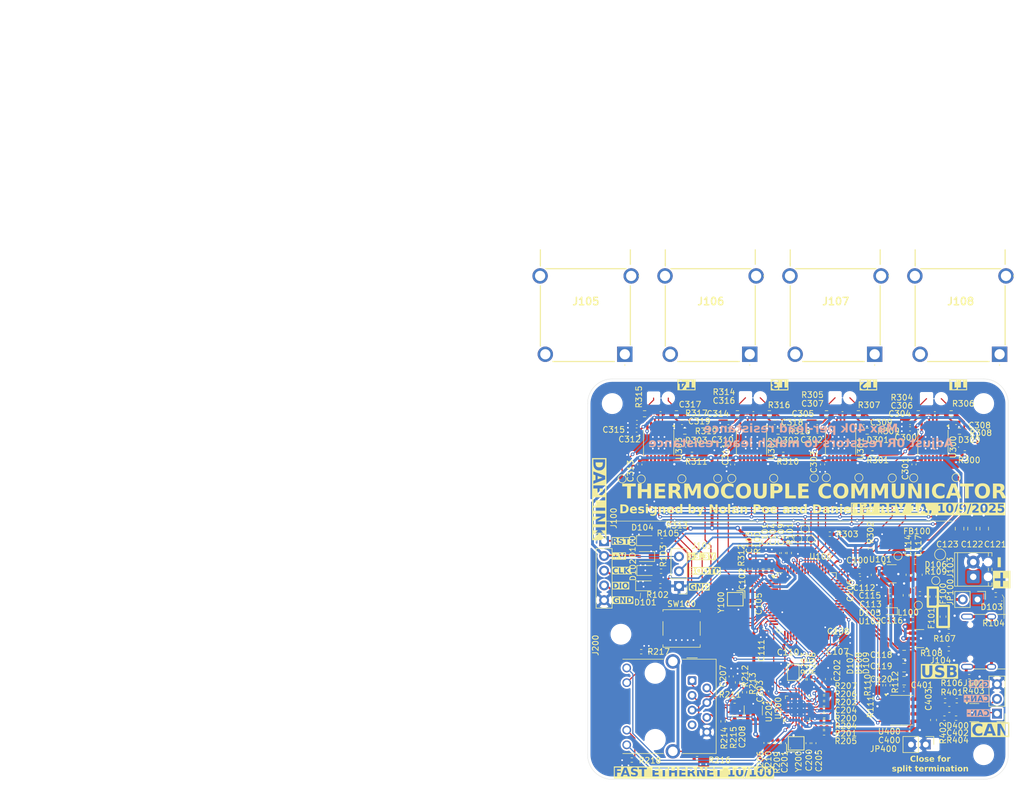
<source format=kicad_pcb>
(kicad_pcb (version 20241229) (generator "pcbnew") (generator_version "9.0")
  (title_block (title "Thermocouple Board") (date "2025-10-08") (rev "1A") (company "Aggie Propulsion and Rocketry Lab") (comment 1 "Drawn by: Nolan Poe") (comment 2 "Checked by: Daniel Fan") (comment 3 "Stackup: JLC04161H-7628"))
  (layers (0 "F.Cu" signal) (4 "In1.Cu" signal) (6 "In2.Cu" signal) (2 "B.Cu" signal) (13 "F.Paste" user) (15 "B.Paste" user) (5 "F.SilkS" user "F.Silkscreen") (7 "B.SilkS" user "B.Silkscreen") (1 "F.Mask" user) (3 "B.Mask" user) (25 "Edge.Cuts" user))
  (net 0 "")
  (net 1 "GND")
  (net 2 "NRST")
  (net 3 "/Microcontroller/HSE_IN")
  (net 4 "/Microcontroller/HSE_OUT")
  (net 5 "/Microcontroller/VCAP1")
  (net 6 "/Microcontroller/VCAP2")
  (net 7 "+5V")
  (net 8 "+VDC")
  (net 9 "+3V3")
  (net 10 "+3.3VA")
  (net 11 "Net-(U200-XTAL1{slash}CLKIN)")
  (net 12 "Net-(U200-XTAL2)")
  (net 13 "/Ethernet/TX+")
  (net 14 "Net-(J200-RCT)")
  (net 15 "/Ethernet/TX-")
  (net 16 "/Ethernet/RX+")
  (net 17 "/Ethernet/RX-")
  (net 18 "/Thermocouples/T1+")
  (net 19 "/Thermocouples/T1-")
  (net 20 "/Thermocouples/T3+")
  (net 21 "/Thermocouples/T3-")
  (net 22 "/Thermocouples/T2+")
  (net 23 "/Thermocouples/T2-")
  (net 24 "/Thermocouples/T4+")
  (net 25 "/Thermocouples/T4-")
  (net 28 "/Microcontroller/CONN_SWDIO")
  (net 29 "/Microcontroller/CONN_SWCLK")
  (net 30 "/Microcontroller/CONN_NRST")
  (net 31 "NFAULT1")
  (net 32 "Net-(D300-A)")
  (net 33 "NFAULT3")
  (net 34 "Net-(D301-A)")
  (net 35 "Net-(D302-A)")
  (net 36 "NFAULT2")
  (net 37 "NFAULT4")
  (net 38 "Net-(D303-A)")
  (net 39 "/CAN/CAN_CONN+")
  (net 40 "/CAN/CAN_CONN-")
  (net 41 "/Microcontroller/JUMPER_BOOT0")
  (net 42 "/Microcontroller/USB_CONN_D-")
  (net 43 "/Microcontroller/USB_CONN_CC1")
  (net 44 "/Microcontroller/USB_CONN_D+")
  (net 45 "/Microcontroller/USB_CONN_CC2")
  (net 47 "Net-(J200-PadSH)")
  (net 48 "/Ethernet/LED1-REGOFF")
  (net 49 "/Ethernet/LED_G_K")
  (net 50 "/Ethernet/LED2-INTSEL")
  (net 51 "/Ethernet/LED_Y_K")
  (net 52 "/Ethernet/NRST_ETH")
  (net 53 "/Microcontroller/BOOT0")
  (net 54 "/Microcontroller/SWDIO")
  (net 55 "/Microcontroller/SWCLK")
  (net 56 "/Ethernet/ETH_RXD0_R")
  (net 57 "ETH_RXD0")
  (net 58 "/Ethernet/ETH_RXD1_R")
  (net 59 "ETH_RXD1")
  (net 60 "/Ethernet/RXER")
  (net 61 "ETH_REF_CLK")
  (net 62 "/Ethernet/ETH_REF_CLK_R")
  (net 63 "ETH_CRS_DV")
  (net 64 "ETH_MDIO")
  (net 65 "ETH_MDC")
  (net 66 "Net-(U200-RBIAS)")
  (net 67 "Net-(U300-BIAS)")
  (net 68 "Net-(U301-BIAS)")
  (net 69 "SPI_CS1")
  (net 70 "SPI_CS3")
  (net 71 "Net-(U302-BIAS)")
  (net 72 "Net-(U303-BIAS)")
  (net 73 "SPI_CS2")
  (net 74 "SPI_CS4")
  (net 75 "VBUS")
  (net 76 "/CAN/CAN+")
  (net 77 "/CAN/CAN-")
  (net 79 "ETH_TXD0")
  (net 80 "FDCAN_RX")
  (net 81 "NDRDY3")
  (net 82 "NDRDY2")
  (net 85 "ETH_TX_EN")
  (net 86 "/Microcontroller/USB_D+")
  (net 87 "FDCAN_TX")
  (net 88 "SPI_SCK")
  (net 92 "Net-(D103-K)")
  (net 93 "SPI_MISO")
  (net 94 "/Microcontroller/USB_D-")
  (net 95 "NDRDY4")
  (net 96 "Net-(D107-K)")
  (net 97 "ETH_TXD1")
  (net 98 "/Microcontroller/USER_LED_1")
  (net 99 "SPI_MOSI")
  (net 100 "NDRDY1")
  (net 109 "/Thermocouples/T1_IN+")
  (net 111 "/Thermocouples/T1_IN-")
  (net 113 "/Microcontroller/PNET")
  (net 114 "/Thermocouples/T2_IN+")
  (net 115 "/Thermocouples/T2_IN-")
  (net 116 "/Thermocouples/T4_IN+")
  (net 117 "Net-(D106-K)")
  (net 118 "/Microcontroller/USER_LED_2")
  (net 119 "Net-(D108-K)")
  (net 120 "/Microcontroller/USER_LED_3")
  (net 121 "Net-(D109-K)")
  (net 122 "STDBY")
  (net 123 "Net-(JP400-A)")
  (net 124 "Net-(JP100-B)")
  (net 125 "/Thermocouples/T4_IN-")
  (net 126 "/Thermocouples/T3_IN+")
  (net 127 "Net-(J104-SHIELD)")
  (net 130 "Net-(C402-Pad1)")
  (net 131 "Net-(C402-Pad2)")
  (net 132 "/Thermocouples/T3_IN-")
  (footprint "Capacitor_SMD:C_0402_1005Metric" (layer "F.Cu") (at 113.82 71)
    (property "Reference" "C317")
    (property "Value" "100n")
  )
  (footprint "Omega:PCCSMPK5" (layer "F.Cu") (at 150.723 60.75)
    (property "Reference" "J107")
    (property "Value" "PCC-SMP-K-5" (hide yes))
  )
  (footprint "Capacitor_SMD:C_0402_1005Metric" (layer "F.Cu") (at 126 116.27 90)
    (property "Reference" "C207")
    (property "Value" "22n")
  )
  (footprint "Resistor_SMD:R_0402_1005Metric" (layer "F.Cu") (at 167.01 116.3)
    (property "Reference" "R106")
    (property "Value" "0R")
  )
  (footprint "Resistor_SMD:R_0603_1608Metric" (layer "F.Cu") (at 149.425 74 180)
    (property "Reference" "R309")
    (property "Value" "0R")
  )
  (footprint "Resistor_SMD:R_0402_1005Metric" (layer "F.Cu") (at 129.25 97.74 -90)
    (property "Reference" "R312")
    (property "Value" "10k")
  )
  (footprint "LED_SMD:LED_0402_1005Metric" (layer "F.Cu") (at 151.75 115.515 90)
    (property "Reference" "D108")
    (property "Value" "LED")
  )
  (footprint "Resistor_SMD:R_0603_1608Metric" (layer "F.Cu") (at 118 74 180)
    (property "Reference" "R319")
    (property "Value" "0R")
  )
  (footprint "Capacitor_SMD:C_0402_1005Metric" (layer "F.Cu") (at 140.87 74 180)
    (property "Reference" "C302")
    (property "Value" "100n")
  )
  (footprint "Resistor_SMD:R_0402_1005Metric" (layer "F.Cu") (at 142 120 180)
    (property "Reference" "R206")
    (property "Value" "10k")
  )
  (footprint "Package_SO:TSSOP-14_4.4x5mm_P0.65mm" (layer "F.Cu") (at 160.765 76 -90)
    (property "Reference" "U300")
    (property "Value" "MAX31856")
  )
  (footprint "Resistor_SMD:R_0603_1608Metric" (layer "F.Cu") (at 158.25 71)
    (property "Reference" "R304")
    (property "Value" "0R")
  )
  (footprint "TestPoint:TestPoint_Pad_D1.0mm" (layer "F.Cu") (at 140.29 82.06)
    (property "Reference" "TP114" (hide yes))
    (property "Value" "TestPoint_Small")
  )
  (footprint "Resistor_SMD:R_0402_1005Metric" (layer "F.Cu") (at 124.6 124.01 -90)
    (property "Reference" "R214")
    (property "Value" "49R9")
  )
  (footprint "Resistor_SMD:R_0402_1005Metric" (layer "F.Cu") (at 114.04 92.875)
    (property "Reference" "R105")
    (property "Value" "49R9")
  )
  (footprint "Capacitor_SMD:C_0402_1005Metric" (layer "F.Cu") (at 140.83 72.5)
    (property "Reference" "C305")
    (property "Value" "10n")
  )
  (footprint "Capacitor_SMD:C_0402_1005Metric" (layer "F.Cu") (at 145.175 71)
    (property "Reference" "C307")
    (property "Value" "100n")
  )
  (footprint "Button_Switch_SMD:SW_Push_1P1T_NO_CK_KSC6xxG" (layer "F.Cu") (at 117.45 108 180)
    (property "Reference" "SW100")
    (property "Value" "SW_Push")
  )
  (footprint "Capacitor_SMD:C_0402_1005Metric" (layer "F.Cu") (at 156.82 73.6 180)
    (property "Reference" "C300")
    (property "Value" "100n")
  )
  (footprint "Resistor_SMD:R_0402_1005Metric" (layer "F.Cu") (at 134.975 78)
    (property "Reference" "R310")
    (property "Value" "330R")
  )
  (footprint "Connector_PinHeader_2.54mm:PinHeader_1x02_P2.54mm_Vertical" (layer "F.Cu") (at 159.525 128 -90)
    (property "Reference" "JP400")
    (property "Value" "Jumper_2_Bridged")
  )
  (footprint "Capacitor_SMD:C_0402_1005Metric" (layer "F.Cu") (at 126.25 79.75 -90)
    (property "Reference" "C311")
    (property "Value" "100n")
  )
  (footprint "Resistor_SMD:R_0402_1005Metric" (layer "F.Cu") (at 151.75 117.79 90)
    (property "Reference" "R111")
    (property "Value" "330R")
  )
  (footprint "Capacitor_SMD:C_0402_1005Metric" (layer "F.Cu") (at 125.52 73.8 180)
    (property "Reference" "C310")
    (property "Value" "100n")
  )
  (footprint "Inductor_SMD:L_0603_1608Metric" (layer "F.Cu") (at 156.15 102.2875 90)
    (property "Reference" "L100")
    (property "Value" "10n")
  )
  (footprint "Capacitor_SMD:C_0402_1005Metric" (layer "F.Cu") (at 129.825 71)
    (property "Reference" "C316")
    (property "Value" "100n")
  )
  (footprint "TestPoint:TestPoint_Pad_D1.0mm" (layer "F.Cu") (at 154.75 95.5)
    (property "Reference" "TP102" (hide yes))
    (property "Value" "TestPoint_Small")
  )
  (footprint "Capacitor_SMD:C_0402_1005Metric" (layer "F.Cu") (at 156.82 72.5)
    (property "Reference" "C304")
    (property "Value" "10n")
  )
  (footprint "Resistor_SMD:R_0402_1005Metric" (layer "F.Cu") (at 127.1 117.3 90)
    (property "Reference" "R212")
    (property "Value" "0R")
  )
  (footprint "Resistor_SMD:R_0402_1005Metric" (layer "F.Cu") (at 163.5 111.5 180)
    (property "Reference" "R108")
    (property "Value" "5k1")
  )
  (footprint "Package_SO:SOIC-8_3.9x4.9mm_P1.27mm" (layer "F.Cu") (at 155.3875 122.085)
    (property "Reference" "U400")
    (property "Value" "TJA1042T-3")
  )
  (footprint "Resistor_SMD:R_0402_1005Metric" (layer "F.Cu") (at 150.34 77.75)
    (property "Reference" "R301")
    (property "Value" "330R")
  )
  (footprint "TestPoint:TestPoint_Pad_D1.0mm" (layer "F.Cu") (at 157.448225 82.051775)
    (property "Reference" "TP300" (hide yes))
    (property "Value" "TestPoint_Small")
  )
  (footprint "Resistor_SMD:R_0402_1005Metric" (layer "F.Cu") (at 134 127.74 -90)
    (property "Reference" "R209")
    (property "Value" "10k")
  )
  (footprint "Capacitor_SMD:C_0402_1005Metric" (layer "F.Cu") (at 155.75 118.45)
    (property "Reference" "C401")
    (property "Value" "100n")
  )
  (footprint "TestPoint:TestPoint_Pad_D1.5mm" (layer "F.Cu") (at 162 95.25)
    (property "Reference" "TP103" (hide yes))
    (property "Value" "+3.3VA")
  )
  (footprint "Capacitor_SMD:C_0402_1005Metric" (layer "F.Cu") (at 131 97.75 90)
    (property "Reference" "C103")
    (property "Value" "100n")
  )
  (footprint "Capacitor_SMD:C_0603_1608Metric" (layer "F.Cu") (at 160.75 102.525 -90)
    (property "Reference" "F100")
    (property "Value" "300mA")
  )
  (footprint "Capacitor_SMD:C_0402_1005Metric" (layer "F.Cu") (at 127.6 123.42 90)
    (property "Reference" "C208")
    (property "Value" "100n")
  )
  (footprint "Capacitor_SMD:C_0603_1608Metric" (layer "F.Cu") (at 148.125 98.05)
    (property "Reference" "C100")
    (property "Value" "10u")
  )
  (footprint "Capacitor_SMD:C_0603_1608Metric" (layer "F.Cu") (at 153.375 101.5 180)
    (property "Reference" "C115")
    (property "Value" "1u")
  )
  (footprint "Connector_PinHeader_2.54mm:PinHeader_1x03_P2.54mm_Vertical" (layer "F.Cu") (at 117 100.68 180)
    (property "Reference" "J101")
    (property "Value" "Conn_01x03")
  )
  (footprint "Library:USB_C_Receptacle_HRO_TYPE-C-31-M-12" (layer "F.Cu") (at 169.8 110.275 90)
    (property "Reference" "J104")
    (property "Value" "USB_C_Receptacle_USB2.0_16P")
  )
  (footprint "Capacitor_SMD:C_0402_1005Metric" (layer "F.Cu") (at 129.5 101.02 90)
    (property "Reference" "C102")
    (property "Value" "10p")
  )
  (footprint "Resistor_SMD:R_0603_1608Metric" (layer "F.Cu") (at 163.9 71 180)
    (property "Reference" "R306")
    (property "Value" "0R")
  )
  (footprint "Resistor_SMD:R_0603_1608Metric" (layer "F.Cu") (at 111.075 71)
    (property "Reference" "R315")
    (property "Value" "0R")
  )
  (footprint "LED_SMD:LED_0402_1005Metric" (layer "F.Cu") (at 171.56 103.26 180)
    (property "Reference" "D103")
    (property "Value" "LED")
  )
  (footprint "Resistor_SMD:R_0402_1005Metric" (layer "F.Cu") (at 143.01 91.75 180)
    (property "Reference" "R303")
    (property "Value" "10k")
  )
  (footprint "Library:RJ45_Hanrun_HR911105A_Horizontal" (layer "F.Cu") (at 119.26 116.985 -90)
    (property "Reference" "J200")
    (property "Value" "RJ45_Hanrun_HR911105A_Horizontal")
  )
  (footprint "Omega:PCCSMPK5" (layer "F.Cu") (at 172.25 60.75)
    (property "Reference" "J108")
    (property "Value" "PCC-SMP-K-5" (hide yes))
  )
  (footprint "Capacitor_SMD:C_0603_1608Metric" (layer "F.Cu") (at 163.5875 121.95 180)
    (property "Reference" "C402")
    (property "Value" "10u")
  )
  (footprint "Capacitor_SMD:C_0402_1005Metric" (layer "F.Cu") (at 134 95.02 90)
    (property "Reference" "C104")
    (property "Value" "100n")
  )
  (footprint "Resistor_SMD:R_0402_1005Metric" (layer "F.Cu") (at 128.3 118.99 -90)
    (property "Reference" "R213")
    (property "Value" "49R9")
  )
  (footprint "Resistor_SMD:R_0603_1608Metric" (layer "F.Cu") (at 127.075 71)
    (property "Reference" "R314")
    (property "Value" "0R")
  )
  (footprint "TestPoint:TestPoint_Pad_D1.0mm" (layer "F.Cu") (at 123.680146 82.151386)
    (property "Reference" "TP108" (hide yes))
    (property "Value" "TestPoint_Small")
  )
  (footprint "LED_SMD:LED_0402_1005Metric" (layer "F.Cu") (at 166.27 76.75)
    (property "Reference" "D300")
    (property "Value" "LED")
  )
  (footprint "Resistor_SMD:R_0603_1608Metric" (layer "F.Cu") (at 132.575 71 180)
    (property "Reference" "R316")
    (property "Value" "0R")
  )
  (footprint "Capacitor_SMD:C_0603_1608Metric" (layer "F.Cu") (at 162.5 105.975 -90)
    (property "Reference" "F101")
    (property "Value" "500mA")
  )
  (footprint "Package_SO:TSSOP-14_4.4x5mm_P0.65mm" (layer "F.Cu") (at 144.85 76 -90)
    (property "Reference" "U301")
    (property "Value" "MAX31856")
  )
  (footprint "Capacitor_SMD:C_0603_1608Metric" (layer "F.Cu") (at 158.4 98.75 -90)
    (property "Reference" "C117")
    (property "Value" "1u")
  )
  (footprint "Capacitor_SMD:C_0402_1005Metric" (layer "F.Cu") (at 131.1 108.05 -90)
    (property "Reference" "C111")
    (property "Value" "100n")
  )
  (footprint "LED_SMD:LED_0402_1005Metric" (layer "F.Cu") (at 158.515 101.025)
    (property "Reference" "D106")
    (property "Value" "LED")
  )
  (footprint "Capacitor_SMD:C_0805_2012Metric" (layer "F.Cu") (at 155.8 114.75 180)
    (property "Reference" "C119")
    (property "Value" "22u")
  )
  (footprint "Resistor_SMD:R_0402_1005Metric" (layer "F.Cu") (at 142 126 180)
    (property "Reference" "R205")
    (property "Value" "10k")
  )
  (footprint "Resistor_SMD:R_0402_1005Metric" (layer "F.Cu") (at 126.59 120.5)
    (property "Reference" "R211")
    (property "Value" "49R9")
  )
  (footprint "Capacitor_SMD:C_0402_1005Metric" (layer "F.Cu") (at 133.5 72.5)
    (property "Reference" "C318")
    (property "Value" "10n")
  )
  (footprint "TestPoint:TestPoint_Pad_D1.0mm" (layer "F.Cu") (at 153.75 82.062684)
    (property "Reference" "TP106" (hide yes))
    (property "Value" "TestPoint_Small")
  )
  (footprint "Capacitor_SMD:C_0402_1005Metric" (layer "F.Cu") (at 164.745 72.5)
    (property "Reference" "C308")
    (property "Value" "10n")
  )
  (footprint "Diode_SMD:D_SOD-323" (layer "F.Cu") (at 111.15 100.65)
    (property "Reference" "D101")
    (property "Value" "PESD3V3")
  )
  (footprint "Capacitor_SMD:C_0402_1005Metric" (layer "F.Cu") (at 132 127.73 -90)
    (property "Reference" "C206")
    (property "Value" "100n")
  )
  (footprint "Capacitor_SMD:C_0603_1608Metric" (layer "F.Cu") (at 150.65 98.775 -90)
    (property "Reference" "C112")
    (property "Value" "1u")
  )
  (footprint "Resistor_SMD:R_0402_1005Metric" (layer "F.Cu") (at 126.6 123.11 90)
    (property "Reference" "R215")
    (property "Value" "49R9")
  )
  (footprint "LED_SMD:LED_0402_1005Metric" (layer "F.Cu") (at 134.985 76.75)
    (property "Reference" "D302")
    (property "Value" "LED")
  )
  (footprint "Connector_PinHeader_2.54mm:PinHeader_1x05_P2.54mm_Vertical" (layer "F.Cu") (at 104.1 92.96)
    (property "Reference" "J100")
    (property "Value" "Conn_01x05_Pin")
  )
  (footprint "TestPoint:TestPoint_Pad_D1.0mm" (layer "F.Cu") (at 107.2 82.2)
    (property "Reference" "TP120" (hide yes))
    (property "Value" "TestPoint_Small")
  )
  (footprint "TestPoint:TestPoint_Pad_D1.0mm" (layer "F.Cu") (at 142.38 82)
    (property "Reference" "TP116" (hide yes))
    (property "Value" "TestPoint_Small")
  )
  (footprint "TestPoint:TestPoint_Pad_D1.0mm" (layer "F.Cu") (at 161.25 99.75)
    (property "Reference" "TP101" (hide yes))
    (property "Value" "TestPoint_Small")
  )
  (footprint "Resistor_SMD:R_0402_1005Metric" (layer "F.Cu") (at 162.8525 120.45)
    (property "Reference" "R401")
    (property "Value" "49R9")
  )
  (footprint "Capacitor_SMD:C_0805_2012Metric" (layer "F.Cu") (at 155.8 112.5 180)
    (property "Reference" "C118")
    (property "Value" "22u")
  )
  (footprint "TestPoint:TestPoint_Pad_D1.0mm" (layer "F.Cu") (at 164.76 82)
    (property "Reference" "TP107" (hide yes))
    (property "Value" "TestPoint_Small")
  )
  (footprint "Capacitor_SMD:C_0603_1608Metric" (layer "F.Cu") (at 153.375 103.25 180)
    (property "Reference" "C113")
    (property "Value" "1u")
  )
  (footprint "Resistor_SMD:R_0603_1608Metric" (layer "F.Cu") (at 147.925 71 180)
    (property "Reference" "R307")
    (property "Value" "0R")
  )
  (footprint "MountingHole:MountingHole_3.2mm_M3" (layer "F.Cu") (at 105.5 69.25)
    (property "Reference" "H1" (hide yes))
    (property "Value" "MountingHole")
  )
  (footprint "LED_SMD:LED_0402_1005Metric" (layer "F.Cu") (at 153 115.515 90)
    (property "Reference" "D109")
    (property "Value" "LED")
  )
  (footprint "Omega:PCCSMPK5" (layer "F.Cu") (at 129.196 60.75)
    (property "Reference" "J106")
    (property "Value" "PCC-SMP-K-5" (hide yes))
  )
  (footprint "Capacitor_SMD:C_0402_1005Metric" (layer "F.Cu") (at 139.25 127.77 -90)
    (property "Reference" "C200")
    (property "Value" "5p6")
  )
  (footprint "Package_TO_SOT_SMD:SOT-23-6" (layer "F.Cu") (at 158.4 109.75 180)
    (property "Reference" "U102")
    (property "Value" "USBLC6-2SC6")
  )
  (footprint "Diode_SMD:D_SOD-523" (layer "F.Cu") (at 153.39 105.025 180)
    (property "Reference" "D105")
    (property "Value" "1N4148WT")
  )
  (footprint "Library:CRYSTAL-SMD_4P-L2.0-W1.6-BL" (layer "F.Cu") (at 137.200025 127.799911)
    (property "Reference" "Y200")
    (property "Value" "25MHz")
  )
  (footprint "Resistor_SMD:R_0402_1005Metric" (layer "F.Cu") (at 141.99 124 180)
    (property "Reference" "R204")
    (property "Value" "10k")
  )
  (footprint "MountingHole:MountingHole_3.2mm_M3" (layer "F.Cu") (at 169.500001 69.249999)
    (property "Reference" "H2" (hide yes))
    (property "Value" "MountingHole")
  )
  (footprint "Capacitor_SMD:C_0402_1005Metric" (layer "F.Cu") (at 144.52 110.75)
    (property "Reference" "C107")
    (property "Value" "2u2")
  )
  (footprint "Library:CRYSTAL-SMD_4P-L2.0-W1.6-BL" (layer "F.Cu") (at 126.700025 102.950089 180)
    (property "Reference" "Y100")
    (property "Value" "X322516MMB4SI")
  )
  (footprint "Resistor_SMD:R_0402_1005Metric" (layer "F.Cu") (at 133 127.76 -90)
    (property "Reference" "R210")
    (property "Value" "12k1")
  )
  (footprint "Jumper:SolderJumper-2_P1.3mm_Bridged_Pad1.0x1.5mm" (layer "F.Cu") (at 136.7 115.55 -90)
    (property "Reference" "JP200" (hide yes))
    (property "Value" "Jumper_2_Bridged")
  )
  (footprint "Resistor_SMD:R_0402_1005Metric" (layer "F.Cu") (at 119.24 78)
    (property "Reference" "R311")
    (property "Value" "330R")
  )
  (footprint "Resistor_SMD:R_0402_1005Metric" (layer "F.Cu") (at 141.99 125 180)
    (property "Reference" "R201")
    (property "Value" "33R")
  )
  (footprint "Capacitor_SMD:C_0402_1005Metric" (layer "F.Cu") (at 161.09 71)
    (property "Reference" "C306")
    (property "Value" "100n")
  )
  (footprint "LED_SMD:LED_0402_1005Metric" (layer "F.Cu") (at 119.25 76.75)
    (property "Reference" "D303")
    (property "Value" "LED")
  )
  (footprint "Resistor_SMD:R_0603_1608Metric" (layer "F.Cu") (at 165.325 74 180)
    (property "Reference" "R308")
    (property "Value" "0R")
  )
  (footprint "Resistor_SMD:R_0402_1005Metric" (layer "F.Cu") (at 136 95 -90)
    (property "Reference" "R101")
    (property "Value" "10k")
  )
  (footprint "Capacitor_SMD:C_0402_1005Metric" (layer "F.Cu") (at 141.99 122)
    (property "Reference" "C204")
    (property "Value" "100n")
  )
  (footprint "TestPoint:TestPoint_Pad_D1.0mm" (layer "F.Cu") (at 117.5 82.2)
    (property "Reference" "TP121" (hide yes))
    (property "Value" "TestPoint_Small")
  )
  (footprint "TestPoint:TestPoint_Pad_D1.0mm" (layer "F.Cu") (at 138.74 90.86)
    (property "Reference" "TP104" (hide yes))
    (property "Value" "TestPoint_Small")
  )
  (footprint "Resistor_SMD:R_0402_1005Metric" (layer "F.Cu") (at 153 117.78 90)
    (property "Reference" "R112")
    (property "Value" "330R")
  )
  (footprint "Resistor_SMD:R_0402_1005Metric" (layer "F.Cu") (at 163.5 108.5 180)
    (property "Reference" "R107")
    (property "Value" "5k1")
  )
  (footprint "MountingHole:MountingHole_3.2mm_M3" (layer "F.Cu") (at 107 109)
    (property "Reference" "H4" (hide yes))
    (property "Value" "MountingHole")
  )
  (footprint "Resistor_SMD:R_0603_1608Metric" (layer "F.Cu") (at 134.075 74 180)
    (property "Reference" "R318")
    (property "Value" "0R")
  )
  (footprint "Capacitor_SMD:C_0402_1005Metric" (layer "F.Cu") (at 135 127.77 -90)
    (property "Reference" "C201")
    (property "Value" "5p6")
  )
  (footprint "Resistor_SMD:R_0402_1005Metric" (layer "F.Cu") (at 113.79 100.65)
    (property "Reference" "R102")
    (property "Value" "49R9")
  )
  (footprint "Resistor_SMD:R_0402_1005Metric" (layer "F.Cu") (at 139.5 116.79 -90)
    (property "Reference" "R208")
    (property "Value" "10k")
  )
  (footprint "Resistor_SMD:R_0402_1005Metric" (layer "F.Cu") (at 110.49 112)
    (property "Reference" "R217")
    (property "Value" "330R")
  )
  (footprint "TestPoint:TestPoint_Pad_D1.0mm" (layer "F.Cu") (at 110.5 82.25)
    (property "Reference" "TP122" (hide yes))
    (property "Value" "TestPoint_Small")
  )
  (footprint "Package_SO:TSSOP-14_4.4x5mm_P0.65mm" (layer "F.Cu") (at 113.5 76 -90)
    (property "Reference" "U303")
    (property "Value" "MAX31856")
  )
  (footprint "Resistor_SMD:R_0402_1005Metric" (layer "F.Cu") (at 166.26 77.75)
    (property "Reference" "R300")
    (property "Value" "330R")
  )
  (footprint "Resistor_SMD:R_0402_1005Metric" (layer "F.Cu") (at 164.75 123.45)
    (property "Reference" "R404")
    (property "Value" "60R")
  )
  (footprint "Capacitor_SMD:C_0402_1005Metric" (layer "F.Cu") (at 148.22 99.4)
    (property "Reference" "C106")
    (property "Value" "100n")
  )
  (footprint "MountingHole:MountingHole_3.2mm_M3" (layer "F.Cu") (at 169.500001 129.750001)
    (property "Reference" "H3" (hide yes))
    (property "Value" "MountingHole")
  )
  (footprint "Capacitor_SMD:C_0402_1005Metric" (layer "F.Cu") (at 133 97.75 90)
    (property "Reference" "C101")
    (property "Value" "100n")
  )
  (footprint "TerminalBlock_Phoenix:TerminalBlock_Phoenix_MPT-0,5-2-2.54_1x02_P2.54mm_Horizontal" (layer "F.Cu") (at 167.71 99.1 90)
    (property "Reference" "J103")
    (property "Value" "Screw_Terminal_01x02")
  )
  (footprint "Resistor_SMD:R_0402_1005Metric" (layer "F.Cu") (at 142.02 123 180)
    (property "Reference" "R200")
    (property "Value" "33R")
  )
  (footprint "TestPoint:TestPoint_Pad_D1.0mm" (layer "F.Cu") (at 126.105691 82.144231)
    (property "Reference" "TP110" (hide yes))
    (property "Value" "TestPoint_Small")
  )
  (footprint "Capacitor_SMD:C_0402_1005Metric" (layer "F.Cu") (at 135.52 111 180)
    (property "Reference" "C110")
    (property "Value" "100n")
  )
  (footprint "Resistor_SMD:R_0402_1005Metric" (layer "F.Cu") (at 150.5 117.79 90)
    (property "Reference" "R110")
    (property "Value" "330R")
  )
  (footprint "Capacitor_SMD:C_0402_1005Metric" (layer "F.Cu") (at 132.1 118.82 90)
    (property "Reference" "C203")
    (property "Value" "100n")
  )
  (footprint "Connector_PinHeader_2.54mm:PinHeader_1x02_P2.54mm_Vertical" (layer "F.Cu") (at 168.44 103 -90)
    (property "Reference" "JP100")
    (property "Value" "Jumper_2_Bridged")
  )
  (footprint "Diode_SMD:D_SOD-323" (layer "F.Cu") (at 111.3 92.875)
    (property "Reference" "D104")
    (property "Value" "PESD3V3")
  )
  (footprint "Resistor_SMD:R_0603_1608Metric" (layer "F.Cu") (at 142.425 71)
    (property "Reference" "R305")
    (property "Value" "0R")
  )
  (footprint "Capacitor_SMD:C_0402_1005Metric" (layer "F.Cu") (at 157.345 106.475)
    (property "Reference" "C116")
    (property "Value" "100n")
  )
  (footprint "Resistor_SMD:R_0402_1005Metric" (layer "F.Cu") (at 120.125 130.42)
    (property "Reference" "R216")
    (property "Value" "0R")
  )
  (footprint "TestPoint:TestPoint_Pad_D1.0mm" (layer "F.Cu") (at 133.322942 82.122941)
    (property "Reference" "TP109" (hide yes))
    (property "Value" "TestPoint_Small")
  )
  (footprint "Resistor_SMD:R_0402_1005Metric" (layer "F.Cu") (at 164.8725 120.45 180)
    (property "Reference" "R403")
    (property "Value" "60R")
  )
  (footprint "Resistor_SMD:R_0402_1005Metric" (layer "F.Cu") (at 158.515 102.025)
    (property "Reference" "R109")
    (property "Value" "330R")
  )
  (footprint "Package_SO:TSSOP-14_4.4x5mm_P0.65mm" (layer "F.Cu") (at 129.5 76 -90)
    (property "Reference" "U302")
    (property "Value" "MAX31856")
  )
  (footprint "Capacitor_SMD:C_0402_1005Metric" (layer "F.Cu") (at 144.5 109.75)
    (property "Reference" "C108")
    (property "Value" "100n")
  )
  (footprint "Library:VQFN-24-1EP_4x4mm_P0.5mm_EP2.5x2.5mm_ThermalVias" (layer "F.Cu") (at 137.4375 121.75 90)
    (property "Reference" "U200")
    (property "Value" "LAN8742A")
  )
  (footprint "Capacitor_SMD:C_0805_2012Metric" (layer "F.Cu") (at 167.5 90.8 -90)
    (property "Reference" "C122")
    (property "Value" "22u")
  )
  (footprint "Capacitor_SMD:C_0402_1005Metric" (layer "F.Cu") (at 110.25 79.75 -90)
    (property "Reference" "C313")
    (property "Value" "100n")
  )
  (footprint "Resistor_SMD:R_0402_1005Metric" (layer "F.Cu") (at 142 119 180)
    (property "Reference" "R207")
    (property "Value" "10k")
  )
  (footprint "Capacitor_SMD:C_0603_1608Metric" (layer "F.Cu") (at 156.65 98.75 -90)
    (property "Reference" "C114")
    (property "Value" "1u")
  )
  (footprint "Package_QFP:LQFP-64_10x10mm_P0.5mm" (layer "F.Cu") (at 139 103.5)
    (property "Reference" "U100")
    (property "Value" "STM32H563RITx")
  )
  (footprint "Connector_PinHeader_2.54mm:PinHeader_1x03_P2.54mm_Vertical" (layer "F.Cu") (at 171.8 122.68 180)
    (property "Reference" "J102")
    (property "Value" "Conn_01x03")
  )
  (footprint "Capacitor_SMD:C_0805_2012Metric" (layer "F.Cu") (at 165.34942 90.8 -90)
    (property "Reference" "C123")
    (property "Value" "22u")
  )
  (footprint "Omega:PCCSMPK5" (layer "F.Cu") (at 107.669 60.75)
    (property "Reference" "J105")
    (property "Value" "PCC-SMP-K-5" (hide yes))
  )
  (footprint "LED_SMD:LED_0402_1005Metric" (layer "F.Cu") (at 150.5 115.515 90)
    (property "Reference" "D107")
    (property "Value" "LED")
  )
  (footprint "Capacitor_SMD:C_0603_1608Metric" (layer "F.Cu") (at 157.675 96.45)
    (property "Reference" "FB100")
    (property "Value" "120R")
  )
  (footprint "Package_TO_SOT_SMD:SOT-23-3" (layer "F.Cu") (at 167.8875 122.5)
    (property "Reference" "D400")
    (property "Value" "ESDCAN24-2BLY")
  )
  (footprint "Capacitor_SMD:C_0603_1608Metric" (layer "F.Cu") (at 160.8625 123.775 90)
    (property "Reference" "C403")
    (property "Value" "10u")
  )
  (footprint "Capacitor_SMD:C_0402_1005Metric" (layer "F.Cu") (at 148.83 72.5)
    (property "Reference" "C309")
    (property "Value" "10n")
  )
  (footprint "Resistor_SMD:R_0402_1005Metric" (layer "F.Cu") (at 113.915 98.125)
    (property "Reference" "R103")
    (property "Value" "49R9")
  )
  (footprint "Resistor_SMD:R_0402_1005Metric" (layer "F.Cu") (at 108.875 130.67 180)
    (property "Reference" "R218")
    (property "Value" "330R")
  )
  (footprint "Resistor_SMD:R_0402_1005Metric" (layer "F.Cu") (at 138.5 116.8 -90)
    (property "Reference" "R203")
    (property "Value" "33R")
  )
  (footprint "Resistor_SMD:R_0402_1005Metric" (layer "F.Cu") (at 142 121 180)
    (property "Reference" "R202")
    (property "Value" "10k")
  )
  (footprint "Resistor_SMD:R_0402_1005Metric" (layer "F.Cu") (at 171.59 102.2 180)
    (property "Reference" "R104")
    (property "Value" "330R")
  )
  (footprint "Capacitor_SMD:C_0402_1005Metric" (layer "F.Cu") (at 109.75 72.5)
    (property "Reference" "C315")
    (property "Value" "10n")
  )
  (footprint "Capacitor_SMD:C_0402_1005Metric" (layer "F.Cu") (at 156.77 125.5)
    (property "Reference" "C400")
    (property "Value" "100n")
  )
  (footprint "TestPoint:TestPoint_Pad_D1.0mm" (layer "F.Cu") (at 139.77 92.62)
    (property "Reference" "TP100" (hide yes))
    (property "Value" "TestPoint_Small")
  )
  (footprint "Capacitor_SMD:C_0402_1005Metric" (layer "F.Cu") (at 125.52 72.5)
    (property "Reference" "C314")
    (property "Value" "10n")
  )
  (footprint "LED_SMD:LED_0402_1005Metric" (layer "F.Cu") (at 150.335 76.75)
    (property "Reference" "D301")
    (property "Value" "LED")
  )
  (footprint "Capacitor_SMD:C_0805_2012Metric" (layer "F.Cu") (at 169.59942 90.8 -90)
    (property "Reference" "C121")
    (property "Value" "22u")
  )
  (footprint "Resistor_SMD:R_0402_1005Metric" (layer "F.Cu") (at 117.26 90.75 180)
    (property "Reference" "R313")
    (property "Value" "10k")
  )
  (footprint "Package_TO_SOT_SMD:SOT-23-6" (layer "F.Cu") (at 129.8 122.1125 -90)
    (property "Reference" "U201")
    (property "Value" "USBLC6-4SC6")
  )
  (footprint "Diode_SMD:D_SOD-323" (layer "F.Cu") (at 111.2 95.6 180)
    (property "Reference" "D100")
    (property "Value" "PESD3V3")
  )
  (footprint "Capacitor_SMD:C_0402_1005Metric" (layer "F.Cu") (at 135 95 90)
    (property "Reference" "C109")
    (property "Value" "2u2")
  )
  (footprint "TestPoint:TestPoint_Pad_D1.0mm" (layer "F.Cu") (at 137.47 92.53)
    (property "Reference" "TP105" (hide yes))
    (property "Value" "TestPoint_Small")
  )
  (footprint "TestPoint:TestPoint_Pad_D1.0mm" (layer "F.Cu") (at 158.25 104)
    (property "Reference" "TP111" (hide yes))
    (property "Value" "TestPoint_Small")
  )
  (footprint "Capacitor_SMD:C_0603_1608Metric" (layer "F.Cu") (at 142.75 116.725 90)
    (property "Reference" "C202")
    (property "Value" "10u")
  )
  (footprint "Capacitor_SMD:C_0402_1005Metric" (layer "F.Cu") (at 117.52 72.5)
    (property "Reference" "C319")
    (property "Value" "10n")
  )
  (footprint "Capacitor_SMD:C_0402_1005Metric" (layer "F.Cu") (at 140.25 127.77 -90)
    (property "Reference" "C205")
    (property "Value" "100n")
  )
  (footprint "TestPoint:TestPoint_Pad_D1.0mm" (layer "F.Cu") (at 148 82.02)
    (property "Reference" "TP115" (hide yes))
    (property "Value" "TestPoint_Small")
  )
  (footprint "Resistor_SMD:R_0603_1608Metric" (layer "F.Cu") (at 116.575 71 180)
    (property "Reference" "R317")
    (property "Value" "0R")
  )
  (footprint "Capacitor_SMD:C_0402_1005Metric" (layer "F.Cu") (at 109.7 73.8 180)
    (property "Reference" "C312")
    (property "Value" "100n")
  )
  (footprint "Capacitor_SMD:C_0402_1005Metric" (layer "F.Cu") (at 141.75 79.73 -90)
    (property "Reference" "C303")
    (property "Value" "100n")
  )
  (footprint "Capacitor_SMD:C_0402_1005Metric" (layer "F.Cu") (at 157.5 79.73 -90)
    (property "Reference" "C301")
    (property "Value" "100n")
  )
  (footprint "Capacitor_SMD:C_0402_1005Metric" (layer "F.Cu") (at 129.5 103.75 -90)
    (property "Reference" "C105")
    (property "Value" "10p")
  )
  (footprint "Diode_SMD:D_SOD-323" (layer "F.Cu") (at 111.35 98.0125)
    (property "Reference" "D102")
    (property "Value" "PESD3V3")
  )
  (footprint "Package_TO_SOT_SMD:SOT-23-5" (layer "F.Cu") (at 153.65 98.575)
    (property "Reference" "U101")
    (property "Value" "AP2112K-3.3")
  )
  (footprint "Capacitor_SMD:C_0805_2012Metric" (layer "F.Cu") (at 155.8 117 180)
    (property "Reference" "C120")
    (property "Value" "22u")
  )
  (footprint "Resistor_SMD:R_0402_1005Metric" (layer "F.Cu") (at 162.74 123.45)
    (property "Reference" "R402")
    (property "Value" "49R9")
  )
  (footprint "Resistor_SMD:R_0402_1005Metric" (layer "F.Cu") (at 150 94.25 -90)
    (property "Reference" "R302")
    (property "Value" "10k")
  )
  (footprint "Resistor_SMD:R_0402_1005Metric" (layer "F.Cu") (at 132 97.78 -90)
    (property "Reference" "R100")
    (property "Value" "10k")
  )
  (gr_rect (start 161.525 104.1) (end 163.5 107.75) (stroke (width 0.4)) (fill no) (layer "F.SilkS"))
  (gr_line (start 104.5 89.5) (end 164 89.5) (stroke (width 0.1)) (layer "F.SilkS"))
  (gr_line (start 173 102.7) (end 173 106.3) (stroke (width 0.1)) (layer "F.SilkS"))
  (gr_line (start 110.3 102.8) (end 110.4 101.9) (stroke (width 0.1)) (layer "F.SilkS"))
  (gr_rect (start 159.8875 100.95) (end 161.6125 104.25) (stroke (width 0.4)) (fill no) (layer "F.SilkS"))
  (gr_line (start 172.7 102.2) (end 173 102.7) (stroke (width 0.1)) (layer "F.SilkS"))
  (gr_line (start 105.5 65) (end 169.5 65) (stroke (width 0.05)) (layer "Edge.Cuts"))
  (gr_line (start 169.5 134) (end 105.5 134) (stroke (width 0.05)) (layer "Edge.Cuts"))
  (gr_arc (start 169.5 65) (mid 172.505204 66.244796) (end 173.75 69.25) (stroke (width 0.05)) (layer "Edge.Cuts"))
  (gr_arc (start 105.5 134) (mid 102.494796 132.755204) (end 101.25 129.75) (stroke (width 0.05)) (layer "Edge.Cuts"))
  (gr_arc (start 173.75 129.75) (mid 172.505204 132.755204) (end 169.5 134) (stroke (width 0.05)) (layer "Edge.Cuts"))
  (gr_line (start 173.75 69.25) (end 173.75 129.75) (stroke (width 0.05)) (layer "Edge.Cuts"))
  (gr_line (start 101.25 129.75) (end 101.25 69.25) (stroke (width 0.05)) (layer "Edge.Cuts"))
  (gr_arc (start 101.25 69.25) (mid 102.494796 66.244796) (end 105.5 65) (stroke (width 0.05)) (layer "Edge.Cuts"))
  (gr_text "-" (at 173.75 97.75 90) (layer "F.SilkS") (effects (font (size 2.75 4) (thickness 0.3) (bold yes)) (justify left bottom)))
  (gr_text "T4" (at 119.7 65 180) (layer "F.SilkS" knockout) (effects (font (size 1.5 1.5) (thickness 0.3) (bold yes)) (justify left bottom)))
  (gr_text "RST" (at 105.4 93.6 0) (layer "F.SilkS" knockout) (effects (font (size 1 1) (thickness 0.25) (bold yes)) (justify left bottom)))
  (gr_text "T2" (at 151 65 180) (layer "F.SilkS" knockout) (effects (font (size 1.5 1.5) (thickness 0.3) (bold yes)) (justify left bottom)))
  (gr_text "CAN" (at 167.4 126.8 0) (layer "F.SilkS" knockout) (effects (font (size 2 2) (thickness 0.3) (bold yes)) (justify left bottom)))
  (gr_text "GND" (at 105.6 103.8 0) (layer "F.SilkS" knockout) (effects (font (size 1 1) (thickness 0.25) (bold yes)) (justify left bottom)))
  (gr_text "T3" (at 135.7 65 180) (layer "F.SilkS" knockout) (effects (font (size 1.5 1.5) (thickness 0.3) (bold yes)) (justify left bottom)))
  (gr_text "USB" (at 158.65 116.75 0) (layer "F.SilkS" knockout) (effects (font (size 2 2) (thickness 0.3) (bold yes)) (justify left bottom)))
  (gr_text "DAPLINK" (at 101.9 78.6 270) (layer "F.SilkS" knockout) (effects (font (size 2 2) (thickness 0.3) (bold yes)) (justify left bottom)))
  (gr_text "GND" (at 118.75 101.5 0) (layer "F.SilkS" knockout) (effects (font (size 1 1) (thickness 0.25) (bold yes)) (justify left bottom)))
  (gr_text "+3.3V" (at 118.5 96.25 0) (layer "F.SilkS" knockout) (effects (font (size 1 1) (thickness 0.25) (bold yes)) (justify left bottom)))
  (gr_text "+V" (at 105.5 96.2 0) (layer "F.SilkS" knockout) (effects (font (size 1 1) (thickness 0.25) (bold yes)) (justify left bottom)))
  (gr_text "DIO" (at 105.5 101.3 0) (layer "F.SilkS" knockout) (effects (font (size 1 1) (thickness 0.25) (bold yes)) (justify left bottom)))
  (gr_text "T1" (at 166.5 65 180) (layer "F.SilkS" knockout) (effects (font (size 1.5 1.5) (thickness 0.3) (bold yes)) (justify left bottom)))
  (gr_text "Close for\nsplit termination" (at 160.3 132.8 0) (layer "F.SilkS") (effects (font (size 1 1) (thickness 0.25) (bold yes)) (justify bottom)))
  (gr_text "CLK" (at 105.5 98.7 0) (layer "F.SilkS" knockout) (effects (font (size 1 1) (thickness 0.25) (bold yes)) (justify left bottom)))
  (gr_text "Designed by Nolan Poe and Daniel Fan" (at 106.7 88.4 0) (layer "F.SilkS") (effects (font (size 1.5 1.5) (thickness 0.3) (bold yes)) (justify left bottom)))
  (gr_text "THERMOCOUPLE COMMUNICATOR" (at 107.2 86 0) (layer "F.SilkS") (effects (font (size 2.5 2.5) (thickness 0.3) (bold yes)) (justify left bottom)))
  (gr_text "FAST ETHERNET 10/100" (at 105.75 133.75 0) (layer "F.SilkS" knockout) (effects (font (size 1.5 1.5) (thickness 0.3) (bold yes)) (justify left bottom)))
  (gr_text "BOOT0" (at 118.75 98.75 0) (layer "F.SilkS" knockout) (effects (font (size 1 1) (thickness 0.25) (bold yes)) (justify left bottom)))
  (gr_text "HW REV 1A, 10/9/2025" (at 146.6 88.3 0) (layer "F.SilkS" knockout) (effects (font (size 1.5 1.5) (thickness 0.3) (bold yes)) (justify left bottom)))
  (gr_text "+" (at 171 101.25 0) (layer "F.SilkS" knockout) (effects (font (size 2.75 2.75) (thickness 0.3) (bold yes)) (justify left bottom)))
  (gr_text "CAN-" (at 170.5 123.25 0) (layer "B.SilkS" knockout) (effects (font (size 1 1) (thickness 0.25) (bold yes)) (justify left bottom mirror)))
  (gr_text "Max 40k per-lead resistance\nAdjust 0R resistors to match lead resistance" (at 138 77 -0) (layer "B.SilkS") (effects (font (size 1.5 1.5) (thickness 0.3) (bold yes)) (justify bottom mirror)))
  (gr_text "GND" (at 170.5 118.25 -0) (layer "B.SilkS" knockout) (effects (font (size 1 1) (thickness 0.25) (bold yes)) (justify left bottom mirror)))
  (gr_text "CAN+" (at 170.5 120.75 0) (layer "B.SilkS" knockout) (effects (font (size 1 1) (thickness 0.25) (bold yes)) (justify left bottom mirror)))
  (segment (start 155.925 106.475) (end 155.9 106.5) (width 0.5) (layer "F.Cu") (net 1))
  (segment (start 118 72.5) (end 118 73.4) (width 0.5) (layer "F.Cu") (net 1))
  (segment (start 159.5 102.5) (end 159.025 102.025) (width 0.5) (layer "F.Cu") (net 1))
  (segment (start 127.6 122.3) (end 127.5 122.2) (width 0.2) (layer "F.Cu") (net 1))
  (segment (start 152.9125 121.45) (end 151.25 121.45) (width 0.5) (layer "F.Cu") (net 1))
  (segment (start 146.1 98.6) (end 146.20962 98.49038) (width 0.3) (layer "F.Cu") (net 1))
  (segment (start 142.25 107.85) (end 142.2 107.8) (width 0.3) (layer "F.Cu") (net 1))
  (segment (start 129.5 104.23) (end 130.421473 104.23) (width 0.5) (layer "F.Cu") (net 1))
  (segment (start 135.04 110.86) (end 135.04 111) (width 0.3) (layer "F.Cu") (net 1))
  (segment (start 136.744975 126.555025) (end 136.5 126.8) (width 0.5) (layer "F.Cu") (net 1))
  (segment (start 152.69 105.025) (end 151.525 105.025) (width 0.5) (layer "F.Cu") (net 1))
  (segment (start 146.1 99.8) (end 146.1 98.6) (width 0.3) (layer "F.Cu") (net 1))
  (segment (start 146.8 78.8625) (end 147.1625 78.8625) (width 0.5) (layer "F.Cu") (net 1))
  (segment (start 169.25 122.5) (end 167.5 122.5) (width 0.2) (layer "F.Cu") (net 1))
  (segment (start 158.4 99.525) (end 156.65 99.525) (width 0.5) (layer "F.Cu") (net 1))
  (segment (start 154.75 98.575) (end 154.8 98.625) (width 0.5) (layer "F.Cu") (net 1))
  (segment (start 151.25 121.45) (end 151.2 121.4) (width 0.5) (layer "F.Cu") (net 1))
  (segment (start 162.99 108.5) (end 161.9 108.5) (width 0.5) (layer "F.Cu") (net 1))
  (segment (start 136.744975 126.4) (end 136.744975 126.555025) (width 0.5) (layer "F.Cu") (net 1))
  (segment (start 156.65 99.525) (end 156.511435 99.525) (width 0.5) (layer "F.Cu") (net 1))
  (segment (start 158.75 109.75) (end 158.7 109.7) (width 0.5) (layer "F.Cu") (net 1))
  (segment (start 133.325 105.25) (end 134.75 105.25) (width 0.3) (layer "F.Cu") (net 1))
  (segment (start 136.5 126.8) (end 136.5 127.25) (width 0.5) (layer "F.Cu") (net 1))
  (segment (start 145.65 100.25) (end 146.1 99.8) (width 0.3) (layer "F.Cu") (net 1))
  (segment (start 135.04 112.16) (end 134.6 112.6) (width 0.3) (layer "F.Cu") (net 1))
  (segment (start 135.75 110.15) (end 135.04 110.86) (width 0.3) (layer "F.Cu") (net 1))
  (segment (start 131 97.27) (end 131 96.45) (width 0.5) (layer "F.Cu") (net 1))
  (segment (start 115.45 78.95) (end 116.2 79.7) (width 0.5) (layer "F.Cu") (net 1))
  (segment (start 156.65 99.525) (end 155.75 98.625) (width 0.5) (layer "F.Cu") (net 1))
  (segment (start 134.75 105.25) (end 134.8 105.2) (width 0.3) (layer "F.Cu") (net 1))
  (segment (start 142.25 109.175) (end 142.25 107.85) (width 0.3) (layer "F.Cu") (net 1))
  (segment (start 156.511435 99.525) (end 155.792876 100.243559) (width 0.5) (layer "F.Cu") (net 1))
  (segment (start 149.31 72.5) (end 149.31 73.11) (width 0.5) (layer "F.Cu") (net 1))
  (segment (start 133.98 72.5) (end 133.98 73.18) (width 0.5) (layer "F.Cu") (net 1))
  (segment (start 132.35 79.65) (end 132.4 79.7) (width 0.5) (layer "F.Cu") (net 1))
  (segment (start 135.75 109.175) (end 135.75 110.15) (width 0.3) (layer "F.Cu") (net 1))
  (segment (start 171.08 101.18) (end 171.08 102.2) (width 0.5) (layer "F.Cu") (net 1))
  (segment (start 162.99 111.5) (end 161.9 111.5) (width 0.5) (layer "F.Cu") (net 1))
  (segment (start 159.5375 109.75) (end 158.75 109.75) (width 0.5) (layer "F.Cu") (net 1))
  (segment (start 115.45 78.8625) (end 115.45 78.95) (width 0.5) (layer "F.Cu") (net 1))
  (segment (start 165.25 73.25) (end 165.25 72.525) (width 0.3) (layer "F.Cu") (net 1))
  (segment (start 135.75 97.825) (end 135.75 99.05) (width 0.3) (layer "F.Cu") (net 1))
  (segment (start 129.5 100.54) (end 128.46 100.54) (width 0.5) (layer "F.Cu") (net 1))
  (segment (start 151.525 105.025) (end 151.5 105) (width 0.5) (layer "F.Cu") (net 1))
  (segment (start 131 96.45) (end 130.95 96.4) (width 0.5) (layer "F.Cu") (net 1))
  (segment (start 133 97.27) (end 133 96.4) (width 0.5) (layer "F.Cu") (net 1))
  (segment (start 128.46 100.54) (end 128.4 100.6) (width 0.5) (layer "F.Cu") (net 1))
  (segment (start 131.5625 78.8625) (end 132.35 79.65) (width 0.5) (layer "F.Cu") (net 1))
  (segment (start 165.25 72.525) (end 165.225 72.5) (width 0.3) (layer "F.Cu") (net 1))
  (segment (start 132.76 118.34) (end 133.1 118) (width 0.5) (layer "F.Cu") (net 1))
  (segment (start 167.52 116.3) (end 168.8 116.3) (width 0.5) (layer "F.Cu") (net 1))
  (segment (start 155.75 98.625) (end 154.8 98.625) (width 0.5) (layer "F.Cu") (net 1))
  (segment (start 127.6 122.94) (end 127.6 122.3) (width 0.2) (layer "F.Cu") (net 1))
  (segment (start 133.98 73.18) (end 134 73.2) (width 0.5) (layer "F.Cu") (net 1))
  (segment (start 144.675 100.25) (end 145.65 100.25) (width 0.3) (layer "F.Cu") (net 1))
  (segment (start 149.31 73.11) (end 149.4 73.2) (width 0.5) (layer "F.Cu") (net 1))
  (segment (start 165.725 107.025) (end 164.5 105.8) (width 0.5) (layer "F.Cu") (net 1))
  (segment (start 156.865 106.475) (end 155.925 106.475) (width 0.5) (layer "F.Cu") (net 1))
  (segment (start 165.755 113.525) (end 164.425 113.525) (width 0.5) (layer "F.Cu") (net 1))
  (segment (start 152.5125 98.575) (end 154.75 98.575) (width 0.5) (layer "F.Cu") (net 1))
  (segment (start 147.1625 78.8625) (end 147.8 79.5) (width 0.5) (layer "F.Cu") (net 1))
  (segment (start 130.421473 104.23) (end 130.45 104.201473) (width 0.5) (layer "F.Cu") (net 1))
  (segment (start 132.1 118.34) (end 132.76 118.34) (width 0.5) (layer "F.Cu") (net 1))
  (segment (start 164.425 113.525) (end 164.4 113.5) (width 0.5) (layer "F.Cu") (net 1))
  (segment (start 165.755 107.025) (end 165.725 107.025) (width 0.5) (layer "F.Cu") (net 1))
  (segment (start 135.75 99.05) (end 135.7 99.1) (width 0.3) (layer "F.Cu") (net 1))
  (segment (start 131.45 78.8625) (end 131.5625 78.8625) (width 0.5) (layer "F.Cu") (net 1))
  (segment (start 135.04 111) (end 135.04 112.16) (width 0.3) (layer "F.Cu") (net 1))
  (via (at 139.3 74.2) (size 0.6) (drill 0.3) (layers "F.Cu" "B.Cu") (net 1))
  (via (at 158.5 125.5) (size 0.8) (drill 0.4) (layers "F.Cu" "B.Cu") (net 1))
  (via (at 111.2 98) (size 0.6) (drill 0.3) (layers "F.Cu" "B.Cu") (net 1))
  (via (at 144.5 75) (size 0.6) (drill 0.3) (layers "F.Cu" "B.Cu") (net 1))
  (via (at 130.45 104.201473) (size 0.6) (drill 0.3) (layers "F.Cu" "B.Cu") (net 1))
  (via (at 155.4 72.4) (size 0.6) (drill 0.3) (layers "F.Cu" "B.Cu") (net 1))
  (via (at 143.5 77) (size 0.6) (drill 0.3) (layers "F.Cu" "B.Cu") (net 1))
  (via (at 161.9 108.5) (size 0.8) (drill 0.4) (layers "F.Cu" "B.Cu") (net 1))
  (via (at 137.2 112.3) (size 0.6) (drill 0.3) (layers "F.Cu" "B.Cu") (net 1))
  (via (at 112.5 77) (size 0.6) (drill 0.3) (layers "F.Cu" "B.Cu") (net 1))
  (via (at 128.5 77) (size 0.6) (drill 0.3) (layers "F.Cu" "B.Cu") (net 1))
  (via (at 126.5 112.4) (size 0.6) (drill 0.3) (layers "F.Cu" "B.Cu") (net 1))
  (via (at 135.9 117.3) (size 0.6) (drill 0.3) (layers "F.Cu" "B.Cu") (net 1))
  (via (at 119.5 110) (size 0.6) (drill 0.3) (layers "F.Cu" "B.Cu") (net 1))
  (via (at 133.1 118) (size 0.6) (drill 0.3) (layers "F.Cu" "B.Cu") (net 1))
  (via (at 152 91.75) (size 0.6) (drill 0.3) (layers "F.Cu" "B.Cu") (net 1))
  (via (at 146.20962 98.49038) (size 0.6) (drill 0.3) (layers "F.Cu" "B.Cu") (net 1))
  (via (at 156.25 80.25) (size 0.6) (drill 0.3) (layers "F.Cu" "B.Cu") (net 1))
  (via (at 129.8 120.975) (size 0.6) (drill 0.3) (layers "F.Cu" "B.Cu") (net 1))
  (via (at 127.25 104.75) (size 0.6) (drill 0.3) (layers "F.Cu" "B.Cu") (net 1))
  (via (at 156.25 116) (size 0.8) (drill 0.4) (layers "F.Cu" "B.Cu") (net 1))
  (via (at 133 94.4) (size 0.6) (drill 0.3) (layers "F.Cu" "B.Cu") (net 1))
  (via (at 133.2 129.4) (size 0.6) (drill 0.3) (layers "F.Cu" "B.Cu") (net 1))
  (via (at 155 77.3) (size 0.6) (drill 0.3) (layers "F.Cu" "B.Cu") (net 1))
  (via (at 113.1 94.7) (size 0.6) (drill 0.3) (layers "F.Cu" "B.Cu") (net 1))
  (via (at 134.8 105.2) (size 0.6) (drill 0.3) (layers "F.Cu" "B.Cu") (net 1))
  (via (at 116.182301 73.534513) (size 0.6) (drill 0.3) (layers "F.Cu" "B.Cu") (net 1))
  (via (at 161.5 75) (size 0.6) (drill 0.3) (layers "F.Cu" "B.Cu") (net 1))
  (via (at 141.85 74.9) (size 0.6) (drill 0.3) (layers "F.Cu" "B.Cu") (net 1))
  (via (at 134.242857 129.4) (size 0.6) (drill 0.3) (layers "F.Cu" "B.Cu") (net 1))
  (via (at 151.1 100.5) (size 0.6) (drill 0.3) (layers "F.Cu" "B.Cu") (net 1))
  (via (at 145.6 96) (size 0.6) (drill 0.3) (layers "F.Cu" "B.Cu") (net 1))
  (via (at 111.2 97.1) (size 0.6) (drill 0.3) (layers "F.Cu" "B.Cu") (net 1))
  (via (at 109 91.8) (size 0.6) (drill 0.3) (layers "F.Cu" "B.Cu") (net 1))
  (via (at 132.100735 108.699265) (size 0.6) (drill 0.3) (layers "F.Cu" "B.Cu") (net 1))
  (via (at 134.5 98.6) (size 0.6) (drill 0.3) (layers "F.Cu" "B.Cu") (net 1))
  (via (at 160.5 75) (size 0.6) (drill 0.3) (layers "F.Cu" "B.Cu") (net 1))
  (via (at 155.4 73.2) (size 0.6) (drill 0.3) (layers "F.Cu" "B.Cu") (net 1))
  (via (at 112.5 75) (size 0.6) (drill 0.3) (layers "F.Cu" "B.Cu") (net 1))
  (via (at 147.482301 72.784513) (size 0.6) (drill 0.3) (layers "F.Cu" "B.Cu") (net 1))
  (via (at 159.5 77) (size 0.6) (drill 0.3) (layers "F.Cu" "B.Cu") (net 1))
  (via (at 169.5 87) (size 0.8) (drill 0.4) (layers "F.Cu" "B.Cu") (net 1))
  (via (at 159.65 87.5) (size 0.6) (drill 0.3) (layers "F.Cu" "B.Cu") (net 1))
  (via (at 146.9 101) (size 0.6) (drill 0.3) (layers "F.Cu" "B.Cu") (net 1))
  (via (at 163.5 77.85) (size 0.6) (drill 0.3) (layers "F.Cu" "B.Cu") (net 1))
  (via (at 156 113.5) (size 0.8) (drill 0.4) (layers "F.Cu" "B.Cu") (net 1))
  (via (at 135.024265 124.324265) (size 0.6) (drill 0.3) (layers "F.Cu" "B.Cu") (net 1))
  (via (at 134.6 112.6) (size 0.6) (drill 0.3) (layers "F.Cu" "B.Cu") (net 1))
  (via (at 115.5 76) (size 0.6) (drill 0.3) (layers "F.Cu" "B.Cu") (net 1))
  (via (at 138.553244 112.251773) (size 0.6) (drill 0.3) (layers "F.Cu" "B.Cu") (net 1))
  (via (at 114.5 75) (size 0.6) (drill 0.3) (layers "F.Cu" "B.Cu") (net 1))
  (via (at 124.1 73.4) (size 0.6) (drill 0.3) (layers "F.Cu" "B.Cu") (net 1))
  (via (at 126 118.5) (size 0.6) (drill 0.3) (layers "F.Cu" "B.Cu") (net 1))
  (via (at 146.5 110.5) (size 0.6) (drill 0.3) (layers "F.Cu" "B.Cu") (net 1))
  (via (at 117.5 110) (size 0.6) (drill 0.3) (layers "F.Cu" "B.Cu") (net 1))
  (via (at 139.3 73.4) (size 0.6) (drill 0.3) (layers "F.Cu" "B.Cu") (net 1))
  (via (at 130.5 75) (size 0.6) (drill 0.3) (layers "F.Cu" "B.Cu") (net 1))
  (via (at 147.7 89.4) (size 0.6) (drill 0.3) (layers "F.Cu" "B.Cu") (net 1))
  (via (at 109 92.8) (size 0.6) (drill 0.3) (layers "F.Cu" "B.Cu") (net 1))
  (via (at 132.1 109.5) (size 0.6) (drill 0.3) (layers "F.Cu" "B.Cu") (net 1))
  (via (at 154.8 98.625) (size 0.8) (drill 0.4) (layers "F.Cu" "B.Cu") (net 1))
  (via (at 159.5 76) (size 0.6) (drill 0.3) (layers "F.Cu" "B.Cu") (net 1))
  (via (at 158.7 109.7) (size 0.8) (drill 0.4) (layers "F.Cu" "B.Cu") (net 1))
  (via (at 126.25 101.25) (size 0.6) (drill 0.3) (layers "F.Cu" "B.Cu") (net 1))
  (via (at 111 111) (size 0.6) (drill 0.3) (layers "F.Cu" "B.Cu") (net 1))
  (via (at 126.25 86.55) (size 0.6) (drill 0.3) (layers "F.Cu" "B.Cu") (net 1))
  (via (at 142.7 114.8) (size 0.6) (drill 0.3) (layers "F.Cu" "B.Cu") (net 1))
  (via (at 130.5 89.4) (size 0.6) (drill 0.3) (layers "F.Cu" "B.Cu") (net 1))
  (via (at 146.5 76) (size 0.6) (drill 0.3) (layers "F.Cu" "B.Cu") (net 1))
  (via (at 153 119.25) (size 0.6) (drill 0.3) (layers "F.Cu" "B.Cu") (net 1))
  (via (at 132.182301 73.534513) (size 0.6) (drill 0.3) (layers "F.Cu" "B.Cu") (net 1))
  (via (at 110.1 91.8) (size 0.6) (drill 0.3) (layers "F.Cu" "B.Cu") (net 1))
  (via (at 129.5 77) (size 0.6) (drill 0.3) (layers "F.Cu" "B.Cu") (net 1))
  (via (at 155.792876 100.243559) (size 0.8) (drill 0.4) (layers "F.Cu" "B.Cu") (net 1))
  (via (at 142.2 81) (size 0.6) (drill 0.3) (layers "F.Cu" "B.Cu") (net 1))
  (via (at 144.5 76) (size 0.6) (drill 0.3) (layers "F.Cu" "B.Cu") (net 1))
  (via (at 125.2 80.1) (size 0.6) (drill 0.3) (layers "F.Cu" "B.Cu") (net 1))
  (via (at 144.15 86.4) (size 0.6) (drill 0.3) (layers "F.Cu" "B.Cu") (net 1))
  (via (at 124.1 74.2) (size 0.6) (drill 0.3) (layers "F.Cu" "B.Cu") (net 1))
  (via (at 144.75 109.05) (size 0.6) (drill 0.3) (layers "F.Cu" "B.Cu") (net 1))
  (via (at 118 73.4) (size 0.6) (drill 0.3) (layers "F.Cu" "B.Cu") (net 1))
  (via (at 123.1 77.3) (size 0.6) (drill 0.3) (layers "F.Cu" "B.Cu") (net 1))
  (via (at 164.5 105.8) (size 0.8) (drill 0.4) (layers "F.Cu" "B.Cu") (net 1))
  (via (at 155.4 74) (size 0.6) (drill 0.3) (layers "F.Cu" "B.Cu") (net 1))
  (via (at 159.5 75) (size 0.6) (drill 0.3) (layers "F.Cu" "B.Cu") (net 1))
  (via (at 108.2 73.4) (size 0.6) (drill 0.3) (layers "F.Cu" "B.Cu") (net 1))
  (via (at 125.25 101.25) (size 0.6) (drill 0.3) (layers "F.Cu" "B.Cu") (net 1))
  (via (at 126 114.9) (size 0.6) (drill 0.3) (layers "F.Cu" "B.Cu") (net 1))
  (via (at 149.4 73.2) (size 0.6) (drill 0.3) (layers "F.Cu" "B.Cu") (net 1))
  (via (at 129.5 76) (size 0.6) (drill 0.3) (layers "F.Cu" "B.Cu") (net 1))
  (via (at 131.1 109.5) (size 0.6) (drill 0.3) (layers "F.Cu" "B.Cu") (net 1))
  (via (at 113.5 75) (size 0.6) (drill 0.3) (layers "F.Cu" "B.Cu") (net 1))
  (via (at 134.6 114.1) (size 0.6) (drill 0.3) (layers "F.Cu" "B.Cu") (net 1))
  (via (at 128.5 88.15) (size 0.6) (drill 0.3) (layers "F.Cu" "B.Cu") (net 1))
  (via (at 132.182301 72.784513) (size 0.6) (drill 0.3) (layers "F.Cu" "B.Cu") (net 1))
  (via (at 144.5 77) (size 0.6) (drill 0.3) (layers "F.Cu" "B.Cu") (net 1))
  (via (at 144.3 119.3) (size 0.6) (drill 0.3) (layers "F.Cu" "B.Cu") (net 1))
  (via (at 130.95 96.4) (size 0.8) (drill 0.4) (layers "F.Cu" "B.Cu") (net 1))
  (via (at 108.3 131.6) (size 0.6) (drill 0.3) (layers "F.Cu" "B.Cu") (net 1))
  (via (at 116.25 89.4) (size 0.6) (drill 0.3) (layers "F.Cu" "B.Cu") (net 1))
  (via (at 125.2 80.9) (size 0.6) (drill 0.3) (layers "F.Cu" "B.Cu") (net 1))
  (via (at 144.3 120.3) (size 0.6) (drill 0.3) (layers "F.Cu" "B.Cu") (net 1))
  (via (at 151.5 105) (size 0.8) (drill 0.4) (layers "F.Cu" "B.Cu") (net 1))
  (via (at 136.328571 129.4) (size 0.6) (drill 0.3) (layers "F.Cu" "B.Cu") (net 1))
  (via (at 110.2 81.1) (size 0.6) (drill 0.3) (layers "F.Cu" "B.Cu") (net 1))
  (via (at 139.45 119.45) (size 0.6) (drill 0.3) (layers "F.Cu" "B.Cu") (net 1))
  (via (at 157.55 86.5) (size 0.6) (drill 0.3) (layers "F.Cu" "B.Cu") (net 1))
  (via (at 128.4 100.6) (size 0.8) (drill 0.4) (layers "F.Cu" "B.Cu") (net 1))
  (via (at 138.6 86.75) (size 0.6) (drill 0.3) (layers "F.Cu" "B.Cu") (net 1))
  (via (at 124.1 72.6) (size 0.6) (drill 0.3) (layers "F.Cu" "B.Cu") (net 1))
  (via (at 145.5 76) (size 0.6) (drill 0.3) (layers "F.Cu" "B.Cu") (net 1))
  (via (at 161.5 77) (size 0.6) (drill 0.3) (layers "F.Cu" "B.Cu") (net 1))
  (via (at 116.2 79.7) (size 0.8) (drill 0.4) (layers "F.Cu" "B.Cu") (net 1))
  (via (at 157.65 74.45) (size 0.6) (drill 0.3) (layers "F.Cu" "B.Cu") (net 1))
  (via (at 127.1 114.9) (size 0.6) (drill 0.3) (layers "F.Cu" "B.Cu") (net 1))
  (via (at 137.55 88.1) (size 0.6) (drill 0.3) (layers "F.Cu" "B.Cu") (net 1))
  (via (at 156 93.75) (size 0.6) (drill 0.3) (layers "F.Cu" "B.Cu") (net 1))
  (via (at 113.3 97) (size 0.6) (drill 0.3) (layers "F.Cu" "B.Cu") (net 1))
  (via (at 118.5 110) (size 0.6) (drill 0.3) (layers "F.Cu" "B.Cu") (net 1))
  (via (at 164.4 113.5) (size 0.8) (drill 0.4) (layers "F.Cu" "B.Cu") (net 1))
  (via (at 139.5 77.4) (size 0.6) (drill 0.3) (layers "F.Cu" "B.Cu") (net 1))
  (via (at 120.7 131.4) (size 0.6) (drill 0.3) (layers "F.Cu" "B.Cu") (net 1))
  (via (at 110.8 99.9) (size 0.6) (drill 0.3) (layers "F.Cu" "B.Cu") (net 1))
  (via (at 147.8 79.5) (size 0.8) (drill 0.4) (layers "F.Cu" "B.Cu") (net 1))
  (via (at 132 94.4) (size 0.6) (drill 0.3) (layers "F.Cu" "B.Cu") (net 1))
  (via (at 160.5 76) (size 0.6) (drill 0.3) (layers "F.Cu" "B.Cu") (net 1))
  (via (at 145.5 77) (size 0.6) (drill 0.3) (layers "F.Cu" "B.Cu") (net 1))
  (via (at 137.5 95.15) (size 0.6) (drill 0.3) (layers "F.Cu" "B.Cu") (net 1))
  (via (at 112.75 86.1) (size 0.6) (drill 0.3) (layers "F.Cu" "B.Cu") (net 1))
  (via (at 135 96.5) (size 0.6) (drill 0.3) (layers "F.Cu" "B.Cu") (net 1))
  (via (at 127.5 122.2) (size 0.6) (drill 0.3) (layers "F.Cu" "B.Cu") (net 1))
  (via (at 156.25 81.25) (size 0.6) (drill 0.3) (layers "F.Cu" "B.Cu") (net 1))
  (via (at 135.285714 129.4) (size 0.6) (drill 0.3) (layers "F.Cu" "B.Cu") (net 1))
  (via (at 129.5 75) (size 0.6) (drill 0.3) (layers "F.Cu" "B.Cu") (net 1))
  (via (at 131.5 76) (size 0.6) (drill 0.3) (layers "F.Cu" "B.Cu") (net 1))
  (via (at 112.2 94.7) (size 0.6) (drill 0.3) (layers "F.Cu" "B.Cu") (net 1))
  (via (at 165.25 73.25) (size 0.6) (drill 0.3) (layers "F.Cu" "B.Cu") (net 1))
  (via (at 107.2 130.7) (size 0.6) (drill 0.3) (layers "F.Cu" "B.Cu") (net 1))
  (via (at 151.9 100.9) (size 0.6) (drill 0.3) (layers "F.Cu" "B.Cu") (net 1))
  (via (at 134 73.2) (size 0.6) (drill 0.3) (layers "F.Cu" "B.Cu") (net 1))
  (via (at 115.5 110) (size 0.6) (drill 0.3) (layers "F.Cu" "B.Cu") (net 1))
  (via (at 167.5 122.5) (size 0.6) (drill 0.3) (layers "F.Cu" "B.Cu") (net 1))
  (via (at 145.75 88.15) (size 0.6) (drill 0.3) (layers "F.Cu" "B.Cu") (net 1))
  (via (at 136.75 89.4) (size 0.6) (drill 0.3) (layers "F.Cu" "B.Cu") (net 1))
  (via (at 160.5 77) (size 0.6) (drill 0.3) (layers "F.Cu" "B.Cu") (net 1))
  (via (at 168.8 116.3) (size 0.8) (drill 0.4) (layers "F.Cu" "B.Cu") (net 1))
  (via (at 112.5 76) (size 0.6) (drill 0.3) (layers "F.Cu" "B.Cu") (net 1))
  (via (at 110 99.9) (size 0.6) (drill 0.3) (layers "F.Cu" "B.Cu") (net 1))
  (via (at 171.08 101.18) (size 0.8) (drill 0.4) (layers "F.Cu" "B.Cu") (net 1))
  (via (at 114.5 77) (size 0.6) (drill 0.3) (layers "F.Cu" "B.Cu") (net 1))
  (via (at 113.5 76) (size 0.6) (drill 0.3) (layers "F.Cu" "B.Cu") (net 1))
  (via (at 159.5 102.5) (size 0.8) (drill 0.4) (layers "F.Cu" "B.Cu") (net 1))
  (via (at 145.5 75) (size 0.6) (drill 0.3) (layers "F.Cu" "B.Cu") (net 1))
  (via (at 136.744975 126.4) (size 0.8) (drill 0.4) (layers "F.Cu" "B.Cu") (net 1))
  (via (at 164.75 79.35) (size 0.6) (drill 0.3) (layers "F.Cu" "B.Cu") (net 1))
  (via (at 114.5 76) (size 0.6) (drill 0.3) (layers "F.Cu" "B.Cu") (net 1))
  (via (at 140.424265 123.55) (size 0.6) (drill 0.3) (layers "F.Cu" "B.Cu") (net 1))
  (via (at 114.9 88.15) (size 0.6) (drill 0.3) (layers "F.Cu" "B.Cu") (net 1))
  (via (at 109.2 80.3) (size 0.6) (drill 0.3) (layers "F.Cu" "B.Cu") (net 1))
  (via (at 113.5 77) (size 0.6) (drill 0.3) (layers "F.Cu" "B.Cu") (net 1))
  (via (at 107.2 131.6) (size 0.6) (drill 0.3) (layers "F.Cu" "B.Cu") (net 1))
  (via (at 126.2 74.7) (size 0.6) (drill 0.3) (layers "F.Cu" "B.Cu") (net 1))
  (via (at 139.457143 129.4) (size 0.6) (drill 0.3) (layers "F.Cu" "B.Cu") (net 1))
  (via (at 162.5 76) (size 0.6) (drill 0.3) (layers "F.Cu" "B.Cu") (net 1))
  (via (at 141.3 81) (size 0.6) (drill 0.3) (layers "F.Cu" "B.Cu") (net 1))
  (via (at 139.35 113.15) (size 0.6) (drill 0.3) (layers "F.Cu" "B.Cu") (net 1))
  (via (at 108.2 74.2) (size 0.6) (drill 0.3) (layers "F.Cu" "B.Cu") (net 1))
  (via (at 116.5 110) (size 0.6) (drill 0.3) (layers "F.Cu" "B.Cu") (net 1))
  (via (at 151.2 121.4) (size 0.8) (drill 0.4) (layers "F.Cu" "B.Cu") (net 1))
  (via (at 140.25 118.1) (size 0.6) (drill 0.3) (layers "F.Cu" "B.Cu") (net 1))
  (via (at 152.6 102.4) (size 0.6) (drill 0.3) (layers "F.Cu" "B.Cu") (net 1))
  (via (at 137.371429 129.4) (size 0.6) (drill 0.3) (layers "F.Cu" "B.Cu") (net 1))
  (via (at 161.9 111.5) (size 0.8) (drill 0.4) (layers "F.Cu" "B.Cu") (net 1))
  (via (at 127.1 115.8) (size 0.6) (drill 0.3) (layers "F.Cu" "B.Cu") (net 1))
  (via (at 135.5 92.4) (size 0.6) (drill 0.3) (layers "F.Cu" "B.Cu") (net 1))
  (via (at 140.5 129.4) (size 0.6) (drill 0.3) (layers "F.Cu" "B.Cu") (net 1))
  (via (at 114.3 99.2) (size 0.6) (drill 0.3) (layers "F.Cu" "B.Cu") (net 1))
  (via (at 142.2 107.8) (size 0.6) (drill 0.3) (layers "F.Cu" "B.Cu") (net 1))
  (via (at 109.2 81.2) (size 0.6) (drill 0.3) (layers "F.Cu" "B.Cu") (net 1))
  (via (at 146.5 109.5) (size 0.6) (drill 0.3) (layers "F.Cu" "B.Cu") (net 1))
  (via (at 130.5 77) (size 0.6) (drill 0.3) (layers "F.Cu" "B.Cu") (net 1))
  (via (at 110.9 100.8) (size 0.6) (drill 0.3) (layers "F.Cu" "B.Cu") (net 1))
  (via (at 133 96.4) (size 0.8) (drill 0.4) (layers "F.Cu" "B.Cu") (net 1))
  (via (at 132.35 79.65) (size 0.8) (drill 0.4) (layers "F.Cu" "B.Cu") (net 1))
  (via (at 108.05 78.1) (size 0.6) (drill 0.3) (layers "F.Cu" "B.Cu") (net 1))
  (via (at 130.5 76) (size 0.6) (drill 0.3) (layers "F.Cu" "B.Cu") (net 1))
  (via (at 138.414286 129.4) (size 0.6) (drill 0.3) (layers "F.Cu" "B.Cu") (net 1))
  (via (at 143.5 76) (size 0.6) (drill 0.3) (layers "F.Cu" "B.Cu") (net 1))
  (via (at 150.5 119.25) (size 0.6) (drill 0.3) (layers "F.Cu" "B.Cu") (net 1))
  (via (at 155.9 106.5) (size 0.8) (drill 0.4) (layers "F.Cu" "B.Cu") (net 1))
  (via (at 128.5 75) (size 0.6) (drill 0.3) (layers "F.Cu" "B.Cu") (net 1))
  (via (at 163.5 73.5) (size 0.6) (drill 0.3) (layers "F.Cu" "B.Cu") (net 1))
  (via (at 167.5 88.5) (size 0.8) (drill 0.4) (layers "F.Cu" "B.Cu") (net 1))
  (via (at 147.482301 73.534513) (size 0.6) (drill 0.3) (layers "F.Cu" "B.Cu") (net 1))
  (via (at 149.5 99.1) (size 0.6) (drill 0.3) (layers "F.Cu" "B.Cu") (net 1))
  (via (at 169.5 88.5) (size 0.8) (drill 0.4) (layers "F.Cu" "B.Cu") (net 1))
  (via (at 161.364714 88.503548) (size 0.6) (drill 0.3) (layers "F.Cu" "B.Cu") (net 1))
  (via (at 111.8 111) (size 0.6) (drill 0.3) (layers "F.Cu" "B.Cu") (net 1))
  (via (at 116.182301 72.784513) (size 0.6) (drill 0.3) (layers "F.Cu" "B.Cu") (net 1))
  (via (at 111.8 112) (size 0.6) (drill 0.3) (layers "F.Cu" "B.Cu") (net 1))
  (via (at 110.4 97.1) (size 0.6) (drill 0.3) (layers "F.Cu" "B.Cu") (net 1))
  (via (at 124.25 76.75) (size 0.6) (drill 0.3) (layers "F.Cu" "B.Cu") (net 1))
  (via (at 143.5 75) (size 0.6) (drill 0.3) (layers "F.Cu" "B.Cu") (net 1))
  (via (at 139.3 72.6) (size 0.6) (drill 0.3) (layers "F.Cu" "B.Cu") (net 1))
  (via (at 128.5 76) (size 0.6) (drill 0.3) (layers "F.Cu" "B.Cu") (net 1))
  (via (at 110.2 74.7) (size 0.6) (drill 0.3) (layers "F.Cu" "B.Cu") (net 1))
  (via (at 108.2 72.6) (size 0.6) (drill 0.3) (layers "F.Cu" "B.Cu") (net 1))
  (via (at 121.7 131.4) (size 0.6) (drill 0.3) (layers "F.Cu" "B.Cu") (net 1))
  (via (at 134.5 117.2) (size 0.6) (drill 0.3) (layers "F.Cu" "B.Cu") (net 1))
  (via (at 135.7 99.1) (size 0.6) (drill 0.3) (layers "F.Cu" "B.Cu") (net 1))
  (via (at 161.5 76) (size 0.6) (drill 0.3) (layers "F.Cu" "B.Cu") (net 1))
  (segment (start 133.7 98.8) (end 134.401 99.501) (width 0.2) (layer "F.Cu") (net 2))
  (segment (start 118.6 95.134572) (end 118.6 103.8) (width 0.3) (layer "F.Cu") (net 2))
  (segment (start 120.9 105) (end 121.9 106) (width 0.2) (layer "F.Cu") (net 2))
  (segment (start 133 98.23) (end 133.13 98.23) (width 0.2) (layer "F.Cu") (net 2))
  (segment (start 126.7 113.3) (end 126.550057 113.3) (width 0.2) (layer "F.Cu") (net 2))
  (segment (start 116.340428 92.875) (end 118.6 95.134572) (width 0.3) (layer "F.Cu") (net 2))
  (segment (start 118.6 103.8) (end 119.8 105) (width 0.2) (layer "F.Cu") (net 2))
  (segment (start 114.55 92.875) (end 116.340428 92.875) (width 0.3) (layer "F.Cu") (net 2))
  (segment (start 132 98.29) (end 132.94 98.29) (width 0.2) (layer "F.Cu") (net 2))
  (segment (start 136.7 115.1) (end 136.7 114.1) (width 0.3) (layer "F.Cu") (net 2))
  (segment (start 134.133824 102.75) (end 133.325 102.75) (width 0.2) (layer "F.Cu") (net 2))
  (segment (start 133.13 98.23) (end 133.7 98.8) (width 0.2) (layer "F.Cu") (net 2))
  (segment (start 123.751 110.500943) (end 123.751 107.851) (width 0.2) (layer "F.Cu") (net 2))
  (segment (start 132.94 98.29) (end 133 98.23) (width 0.2) (layer "F.Cu") (net 2))
  (segment (start 126.550057 113.3) (end 123.751 110.500943) (width 0.2) (layer "F.Cu") (net 2))
  (segment (start 134.401 102.482824) (end 134.133824 102.75) (width 0.2) (layer "F.Cu") (net 2))
  (segment (start 119.8 105) (end 120.9 105) (width 0.2) (layer "F.Cu") (net 2))
  (segment (start 134.401 99.501) (end 134.401 102.482824) (width 0.2) (layer "F.Cu") (net 2))
  (segment (start 136.7 114.1) (end 135.9 113.3) (width 0.3) (layer "F.Cu") (net 2))
  (segment (start 113 106) (end 121.9 106) (width 0.2) (layer "F.Cu") (net 2))
  (segment (start 123.751 107.851) (end 121.9 106) (width 0.2) (layer "F.Cu") (net 2))
  (via (at 135.9 113.3) (size 0.6) (drill 0.3) (layers "F.Cu" "B.Cu") (net 2))
  (via (at 118.6 103.8) (size 0.6) (drill 0.3) (layers "F.Cu" "B.Cu") (net 2))
  (via (at 126.7 113.3) (size 0.6) (drill 0.3) (layers "F.Cu" "B.Cu") (net 2))
  (via (at 133.7 98.8) (size 0.6) (drill 0.3) (layers "F.Cu" "B.Cu") (net 2))
  (segment (start 133.7 98.8) (end 133.2 98.3) (width 0.2) (layer "B.Cu") (net 2))
  (segment (start 133.2 98.3) (end 124.1 98.3) (width 0.2) (layer "B.Cu") (net 2))
  (segment (start 124.1 98.3) (end 118.6 103.8) (width 0.2) (layer "B.Cu") (net 2))
  (segment (start 126.7 113.3) (end 135.9 113.3) (width 0.2) (layer "B.Cu") (net 2))
  (segment (start 128.25 101.75) (end 127.5 102.5) (width 0.2) (layer "F.Cu") (net 3))
  (segment (start 133.325 101.75) (end 128.25 101.75) (width 0.2) (layer "F.Cu") (net 3))
  (segment (start 126 105.25) (end 126 103.5) (width 0.2) (layer "F.Cu") (net 4))
  (segment (start 128.5 105.5) (end 128.25 105.75) (width 0.2) (layer "F.Cu") (net 4))
  (segment (start 128.5 104.27) (end 128.5 105.5) (width 0.2) (layer "F.Cu") (net 4))
  (segment (start 128.25 105.75) (end 126.5 105.75) (width 0.2) (layer "F.Cu") (net 4))
  (segment (start 131.75 102.25) (end 131 103) (width 0.2) (layer "F.Cu") (net 4))
  (segment (start 126.5 105.75) (end 126 105.25) (width 0.2) (layer "F.Cu") (net 4))
  (segment (start 131 103) (end 129.25 103) (width 0.2) (layer "F.Cu") (net 4))
  (segment (start 129.5 103.27) (end 128.5 104.27) (width 0.2) (layer "F.Cu") (net 4))
  (segment (start 133.325 102.25) (end 131.75 102.25) (width 0.2) (layer "F.Cu") (net 4))
  (segment (start 141.75 110.275) (end 142.3 110.825) (width 0.3) (layer "F.Cu") (net 5))
  (segment (start 142.875 110.75) (end 144.04 110.75) (width 0.3) (layer "F.Cu") (net 5))
  (segment (start 141.75 109.175) (end 141.75 110.275) (width 0.3) (layer "F.Cu") (net 5))
  (segment (start 142.3 110.825) (end 142.8 110.825) (width 0.3) (layer "F.Cu") (net 5))
  (segment (start 142.8 110.825) (end 142.875 110.75) (width 0.3) (layer "F.Cu") (net 5))
  (segment (start 136.25 96.73) (end 135 95.48) (width 0.2) (layer "F.Cu") (net 6))
  (segment (start 136.25 97.825) (end 136.25 96.73) (width 0.2) (layer "F.Cu") (net 6))
  (segment (start 150.65 98) (end 151.025 97.625) (width 0.5) (layer "F.Cu") (net 7))
  (segment (start 154.8 121.807499) (end 153.887499 122.72) (width 0.5) (layer "F.Cu") (net 7))
  (segment (start 151.5 97.625) (end 152.5125 97.625) (width 0.5) (layer "F.Cu") (net 7))
  (segment (start 154.85 112.5) (end 154.85 117) (width 0.5) (layer "F.Cu") (net 7))
  (segment (start 151.025 97.625) (end 151.5 97.625) (width 0.5) (layer "F.Cu") (net 7))
  (segment (start 154.8 117.4) (end 154.8 121.807499) (width 0.5) (layer "F.Cu") (net 7))
  (segment (start 152.5125 99.525) (end 152.5125 99.6125) (width 0.5) (layer "F.Cu") (net 7))
  (segment (start 152.5125 99.6125) (end 153.2 100.3) (width 0.5) (layer "F.Cu") (net 7))
  (segment (start 153.887499 122.72) (end 152.9125 122.72) (width 0.5) (layer "F.Cu") (net 7))
  (via (at 153.2 100.3) (size 0.6) (drill 0.3) (layers "F.Cu" "B.Cu") (net 7))
  (via (at 154.85 112.5) (size 0.8) (drill 0.4) (layers "F.Cu" "B.Cu") (net 7))
  (via (at 151.5 97.625) (size 0.8) (drill 0.4) (layers "F.Cu" "B.Cu") (net 7))
  (segment (start 154.85 112.3) (end 153.5 110.95) (width 0.5) (layer "B.Cu") (net 7))
  (segment (start 151.5 98.6) (end 153.2 100.3) (width 0.5) (layer "B.Cu") (net 7))
  (segment (start 151.5 97.625) (end 151.5 98.6) (width 0.5) (layer "B.Cu") (net 7))
  (segment (start 154.85 112.5) (end 154.85 112.3) (width 0.5) (layer "B.Cu") (net 7))
  (segment (start 153.5 110.95) (end 153.5 100.6) (width 0.5) (layer "B.Cu") (net 7))
  (segment (start 153.5 100.6) (end 153.2 100.3) (width 0.5) (layer "B.Cu") (net 7))
  (segment (start 168.7 103.26) (end 168.44 103) (width 0.5) (layer "F.Cu") (net 8))
  (segment (start 171.075 103.26) (end 168.7 103.26) (width 0.5) (layer "F.Cu") (net 8))
  (segment (start 110.25 78.65) (end 110.3 78.6) (width 0.5) (layer "F.Cu") (net 9))
  (segment (start 143.57 91.8) (end 143.52 91.75) (width 0.5) (layer "F.Cu") (net 9))
  (segment (start 139.375 122) (end 140.656 122) (width 0.2) (layer "F.Cu") (net 9))
  (segment (start 142.51 126) (end 142.51 126.319999) (width 0.5) (layer "F.Cu") (net 9))
  (segment (start 139.62 116.4) (end 139.5 116.28) (width 0.5) (layer "F.Cu") (net 9))
  (segment (start 142.75 109.175) (end 142.851 109.074) (width 0.3) (layer "F.Cu") (net 9))
  (segment (start 131.02 107.57) (end 130.19 108.4) (width 0.3) (layer "F.Cu") (net 9))
  (segment (start 118.73 78) (end 118.5 78) (width 0.5) (layer "F.Cu") (net 9))
  (segment (start 165.75 78.082734) (end 166.185027 78.517761) (width 0.5) (layer "F.Cu") (net 9))
  (segment (start 134.834382 119.834382) (end 132.634382 119.834382) (width 0.2) (layer "F.Cu") (net 9))
  (segment (start 142.314999 129.585001) (end 142.314999 126.514999) (width 0.5) (layer "F.Cu") (net 9))
  (segment (start 126.25 79.27) (end 126.25 79.15) (width 0.5) (layer "F.Cu") (net 9))
  (segment (start 127.76 117.94) (end 128.3 118.48) (width 0.2) (layer "F.Cu") (net 9))
  (segment (start 130.970001 126.970001) (end 130.2 126.2) (width 0.5) (layer "F.Cu") (net 9))
  (segment (start 131 98.5) (end 131.7 99.2) (width 0.5) (layer "F.Cu") (net 9))
  (segment (start 155.7 94.9) (end 160.1 94.9) (width 0.5) (layer "F.Cu") (net 9))
  (segment (start 109.99 95.44) (end 110.15 95.6) (width 0.2) (layer "F.Cu") (net 9))
  (segment (start 143.7 126) (end 143.8 126.1) (width 0.5) (layer "F.Cu") (net 9))
  (segment (start 111.55 78.8625) (end 110.5625 78.8625) (width 0.5) (layer "F.Cu") (net 9))
  (segment (start 142.851 109.074) (end 142.851 107.530346) (width 0.3) (layer "F.Cu") (net 9))
  (segment (start 141.1 130.8) (end 142.314999 129.585001) (width 0.5) (layer "F.Cu") (net 9))
  (segment (start 142.469654 107.149) (end 136.851 107.149) (width 0.3) (layer "F.Cu") (net 9))
  (segment (start 142.71 119.2) (end 142.51 119) (width 0.5) (layer "F.Cu") (net 9))
  (segment (start 143.445 109.175) (end 144.02 109.75) (width 0.3) (layer "F.Cu") (net 9))
  (segment (start 129.25 92.85) (end 127.1 90.7) (width 0.5) (layer "F.Cu") (net 9))
  (segment (start 142.9 78.8625) (end 142.3625 78.8625) (width 0.5) (layer "F.Cu") (net 9))
  (segment (start 136.25 107.75) (end 136.25 109.175) (width 0.3) (layer "F.Cu") (net 9))
  (segment (start 143 119.2) (end 142.71 119.2) (width 0.5) (layer "F.Cu") (net 9))
  (segment (start 136.4 110.133824) (end 136.4 110.4) (width 0.2) (layer "F.Cu") (net 9))
  (segment (start 142.5 124) (end 143.5 124) (width 0.5) (layer "F.Cu") (net 9))
  (segment (start 144.675 99.104346) (end 146.779346 97) (width 0.3) (layer "F.Cu") (net 9))
  (segment (start 149 78.58) (end 149.83 77.75) (width 0.5) (layer "F.Cu") (net 9))
  (segment (start 133.7 78.6) (end 133.865 78.6) (width 0.5) (layer "F.Cu") (net 9))
  (segment (start 129.95 117.75) (end 129.22 118.48) (width 0.5) (layer "F.Cu") (net 9))
  (segment (start 142.1 78.9) (end 141.75 79.25) (width 0.5) (layer "F.Cu") (net 9))
  (segment (start 131.2 119) (end 129.95 117.75) (width 0.5) (layer "F.Cu") (net 9))
  (segment (start 134 95.5) (end 132 95.5) (width 0.5) (layer "F.Cu") (net 9))
  (segment (start 122.5 78.6) (end 122.7 78.8) (width 0.5) (layer "F.Cu") (net 9))
  (segment (start 147.4 99.06) (end 147.74 99.4) (width 0.5) (layer "F.Cu") (net 9))
  (segment (start 134 95.5) (end 134 97) (width 0.5) (layer "F.Cu") (net 9))
  (segment (start 130.970001 127.970001) (end 130.970001 126.970001) (width 0.5) (layer "F.Cu") (net 9))
  (segment (start 126.25 79.15) (end 126.8 78.6) (width 0.5) (layer "F.Cu") (net 9))
  (segment (start 129.25 95.5) (end 129.25 92.85) (width 0.5) (layer "F.Cu") (net 9))
  (segment (start 141.714999 127.114999) (end 141.539999 127.29) (width 0.5) (layer "F.Cu") (net 9))
  (segment (start 127.1 117.81) (end 127.63 117.81) (width 0.2) (layer "F.Cu") (net 9))
  (segment (start 158.1 78.65) (end 157.5 79.25) (width 0.5) (layer "F.Cu") (net 9))
  (segment (start 142.3625 78.8625) (end 142.1 78.6) (width 0.5) (layer "F.Cu") (net 9))
  (segment (start 158.815 78.8625) (end 158.3625 78.8625) (width 0.5) (layer "F.Cu") (net 9))
  (segment (start 119 90.75) (end 117.77 90.75) (width 0.5) (layer "F.Cu") (net 9))
  (segment (start 127.63 117.81) (end 127.76 117.94) (width 0.2) (layer "F.Cu") (net 9))
  (segment (start 136.851 107.149) (end 136.25 107.75) (width 0.3) (layer "F.Cu") (net 9))
  (segment (start 131.1 107.57) (end 131.02 107.57) (width 0.3) (layer "F.Cu") (net 9))
  (segment (start 160.1 94.9) (end 163.25 91.75) (width 0.5) (layer "F.Cu") (net 9))
  (segment (start 110.25 79.27) (end 110.25 78.65) (width 0.5) (layer "F.Cu") (net 9))
  (segment (start 142.1 78.6) (end 142.1 78.9) (width 0.5) (layer "F.Cu") (net 9))
  (segment (start 126.8 78.6) (end 127.2875 78.6) (width 0.5) (layer "F.Cu") (net 9))
  (segment (start 151 92.8) (end 150.94 92.8) (width 0.5) (layer "F.Cu") (net 9))
  (segment (start 143.4 118.5) (end 143 118.9) (width 0.5) (layer "F.Cu") (net 9))
  (segment (start 143.8 126.1) (end 144.4 125.5) (width 0.5) (layer "F.Cu") (net 9))
  (segment (start 143 119.51) (end 142.51 120) (width 0.5) (layer "F.Cu") (net 9))
  (segment (start 156.29 125.21) (end 156.29 125.5) (width 0.3) (layer "F.Cu") (net 9))
  (segment (start 157.51 123.99) (end 156.29 125.21) (width 0.3) (layer "F.Cu") (net 9))
  (segment (start 146.779346 97) (end 147.4 97) (width 0.3) (layer "F.Cu") (net 9))
  (segment (start 130.8 130.1) (end 131.5 130.8) (width 0.5) (layer "F.Cu") (net 9))
  (segment (start 140.2 116.4) (end 139.62 116.4) (width 0.5) (layer "F.Cu") (net 9))
  (segment (start 127.2875 78.6) (end 127.55 78.8625) (width 0.5) (layer "F.Cu") (net 9))
  (segment (start 104.5 95.44) (end 109.99 95.44) (width 0.3) (layer "F.Cu") (net 9))
  (segment (start 141.539999 127.29) (end 140.25 127.29) (width 0.5) (layer "F.Cu") (net 9))
  (segment (start 139.1 124.1) (end 138.6875 123.6875) (width 0.2) (layer "F.Cu") (net 9))
  (segment (start 136.4 110.4) (end 136.4 110.83) (width 0.2) (layer "F.Cu") (net 9))
  (segment (start 142.851 107.530346) (end 142.469654 107.149) (width 0.3) (layer "F.Cu") (net 9))
  (segment (start 140.801947 122.145947) (end 140.947894 122) (width 0.2) (layer "F.Cu") (net 9))
  (segment (start 144.2 91.8) (end 143.57 91.8) (width 0.5) (layer "F.Cu") (net 9))
  (segment (start 136.1875 123.6875) (end 135.8125 123.6875) (width 0.3) (layer "F.Cu") (net 9))
  (segment (start 129.22 118.48) (end 128.3 118.48) (width 0.5) (layer "F.Cu") (net 9))
  (segment (start 125.6 123.48) (end 126.02 123.9) (width 0.2) (layer "F.Cu") (net 9))
  (segment (start 131.5 130.8) (end 141.1 130.8) (width 0.5) (layer "F.Cu") (net 9))
  (segment (start 130.8 128.140001) (end 130.970001 127.970001) (width 0.5) (layer "F.Cu") (net 9))
  (segment (start 139.5 124.7) (end 139.1 124.3) (width 0.2) (layer "F.Cu") (net 9))
  (segment (start 142.51 126.319999) (end 141.714999 127.114999) (width 0.5) (layer "F.Cu") (net 9))
  (segment (start 131.1 106.95) (end 131.1 107.57) (width 0.3) (layer "F.Cu") (net 9))
  (segment (start 131.2 119) (end 131.8 119) (width 0.3) (layer "F.Cu") (net 9))
  (segment (start 136.299 109.224) (end 136.299 110.032824) (width 0.2) (layer "F.Cu") (net 9))
  (segment (start 136.25 109.175) (end 136.299 109.224) (width 0.2) (layer "F.Cu") (net 9))
  (segment (start 129.95 117.75) (end 129.9 117.7) (width 0.5) (layer "F.Cu") (net 9))
  (segment (start 163.25 91.75) (end 169.59942 91.75) (width 0.5) (layer "F.Cu") (net 9))
  (segment (start 132.634382 119.834382) (end 132.1 119.3) (width 0.2) (layer "F.Cu") (net 9))
  (segment (start 131.7 99.2) (end 132.25 99.75) (width 0.5) (layer "F.Cu") (net 9))
  (segment (start 125.4 120.5) (end 125.3 120.6) (width 0.2) (layer "F.Cu") (net 9))
  (segment (start 144.675 99.75) (end 144.675 99.104346) (width 0.3) (layer "F.Cu") (net 9))
  (segment (start 143 118.9) (end 143 119.2) (width 0.5) (layer "F.Cu") (net 9))
  (segment (start 135.25 97.825) (end 134.825 97.825) (width 0.2) (layer "F.Cu") (net 9))
  (segment (start 132 97.27) (end 132 95.5) (width 0.5) (layer "F.Cu") (net 9))
  (segment (start 122.7 90.7) (end 122.7 90.6) (width 0.5) (layer "F.Cu") (net 9))
  (segment (start 157.8625 123.99) (end 157.51 123.99) (width 0.3) (layer "F.Cu") (net 9))
  (segment (start 139.1 124.3) (end 139.1 124.1) (width 0.2) (layer "F.Cu") (net 9))
  (segment (start 135.8125 123.6875) (end 135.7 123.8) (width 0.3) (layer "F.Cu") (net 9))
  (segment (start 135.5 120.5) (end 134.834382 119.834382) (width 0.2) (layer "F.Cu") (net 9))
  (segment (start 165.75 77.75) (end 165.75 78.082734) (width 0.5) (layer "F.Cu") (net 9))
  (segment (start 136.4 110.83) (end 136.23 111) (width 0.2) (layer "F.Cu") (net 9))
  (segment (start 140.947894 122) (end 141.51 122) (width 0.2) (layer "F.Cu") (net 9))
  (segment (start 124.7 123.48) (end 125.6 123.48) (width 0.2) (layer "F.Cu") (net 9))
  (segment (start 149 78.6) (end 149 78.58) (width 0.5) (layer "F.Cu") (net 9))
  (segment (start 143 119.2) (end 143 119.51) (width 0.5) (layer "F.Cu") (net 9))
  (segment (start 144.4 125.5) (end 156.29 125.5) (width 0.5) (layer "F.Cu") (net 9))
  (segment (start 131.8 119) (end 132.1 119.3) (width 0.3) (layer "F.Cu") (net 9))
  (segment (start 126.08 120.5) (end 125.4 120.5) (width 0.2) (layer "F.Cu") (net 9))
  (segment (start 134.825 97.825) (end 134.75 97.75) (width 0.2) (layer "F.Cu") (net 9))
  (segment (start 131 98.23) (end 131 98.5) (width 0.5) (layer "F.Cu") (net 9))
  (segment (start 147.4 97) (end 147.4 99.06) (width 0.5) (layer "F.Cu") (net 9))
  (segment (start 129.25 97.23) (end 129.25 95.5) (width 0.5) (layer "F.Cu") (net 9))
  (segment (start 142.51 126) (end 143.7 126) (width 0.5) (layer "F.Cu") (net 9))
  (segment (start 136.299 110.032824) (end 136.4 110.133824) (width 0.2) (layer "F.Cu") (net 9))
  (segment (start 133.325 99.75) (end 132.25 99.75) (width 0.3) (layer "F.Cu") (net 9))
  (segment (start 118.5 78) (end 117.9 78.6) (width 0.5) (layer "F.Cu") (net 9))
  (segment (start 130.8 130.1) (end 130.8 128.140001) (width 0.5) (layer "F.Cu") (net 9))
  (segment (start 129.9 117.7) (end 129.9 108.7) (width 0.5) (layer "F.Cu") (net 9))
  (segment (start 142.75 118.95) (end 142.75 117.5) (width 0.5) (layer "F.Cu") (net 9))
  (segment (start 130.970001 127.970001) (end 131.690001 127.25) (width 0.5) (layer "F.Cu") (net 9))
  (segment (start 126.02 123.9) (end 127.6 123.9) (width 0.2) (layer "F.Cu") (net 9))
  (segment (start 158.1 78.6) (end 158.1 78.65) (width 0.5) (layer "F.Cu") (net 9))
  (segment (start 134 97) (end 134.75 97.75) (width 0.5) (layer "F.Cu") (net 9))
  (segment (start 150.94 92.8) (end 150 93.74) (width 0.5) (layer "F.Cu") (net 9))
  (segment (start 142.75 109.175) (end 143.445 109.175) (width 0.3) (layer "F.Cu") (net 9))
  (segment (start 133.865 78.6) (end 134.465 78) (width 0.5) (layer "F.Cu") (net 9))
  (segment (start 131.690001 127.25) (end 132 127.25) (width 0.5) (layer "F.Cu") (net 9))
  (segment (start 133.325 105.75) (end 132.3 105.75) (width 0.3) (layer "F.Cu") (net 9))
  (segment (start 140.656 122) (end 140.801947 122.145947) (width 0.2) (layer "F.Cu") (net 9))
  (segment (start 110.5625 78.8625) (end 110.3 78.6) (width 0.5) (layer "F.Cu") (net 9))
  (segment (start 143 119.2) (end 142.75 118.95) (width 0.5) (layer "F.Cu") (net 9))
  (segment (start 132.3 105.75) (end 131.1 106.95) (width 0.3) (layer "F.Cu") (net 9))
  (segment (start 158.3625 78.8625) (end 158.1 78.6) (width 0.5) (layer "F.Cu") (net 9))
  (segment (start 122.7 78.8) (end 122.7 90.6) (width 0.5) (layer "F.Cu") (net 9))
  (via (at 140.2 116.4) (size 0.6) (drill 0.3) (layers "F.Cu" "B.Cu") (net 9))
  (via (at 127.1 90.7) (size 0.8) (drill 0.4) (layers "F.Cu" "B.Cu") (net 9))
  (via (at 155.7 94.9) (size 0.6) (drill 0.3) (layers "F.Cu" "B.Cu") (net 9))
  (via (at 147.4 97) (size 0.8) (drill 0.4) (layers "F.Cu" "B.Cu") (net 9))
  (via (at 126.8 78.6) (size 0.8) (drill 0.4) (layers "F.Cu" "B.Cu") (net 9))
  (via (at 117.9 78.6) (size 0.8) (drill 0.4) (layers "F.Cu" "B.Cu") (net 9))
  (via (at 143.4 118.5) (size 0.8) (drill 0.4) (layers "F.Cu" "B.Cu") (net 9))
  (via (at 166.185027 78.517761) (size 0.8) (drill 0.4) (layers "F.Cu" "B.Cu") (net 9))
  (via (at 143.5 124) (size 0.8) (drill 0.4) (layers "F.Cu" "B.Cu") (net 9))
  (via (at 130.2 126.2) (size 0.8) (drill 0.4) (layers "F.Cu" "B.Cu") (net 9))
  (via (at 127.76 117.94) (size 0.6) (drill 0.3) (layers "F.Cu" "B.Cu") (net 9))
  (via (at 131.2 119) (size 0.8) (drill 0.4) (layers "F.Cu" "B.Cu") (net 9))
  (via (at 142.1 78.6) (size 0.8) (drill 0.4) (layers "F.Cu" "B.Cu") (net 9))
  (via (at 125.6 123.48) (size 0.6) (drill 0.3) (layers "F.Cu" "B.Cu") (net 9))
  (via (at 110.3 78.6) (size 0.8) (drill 0.4) (layers "F.Cu" "B.Cu") (net 9))
  (via (at 144.2 91.8) (size 0.8) (drill 0.4) (layers "F.Cu" "B.Cu") (net 9))
  (via (at 125.3 120.6) (size 0.6) (drill 0.3) (layers "F.Cu" "B.Cu") (net 9))
  (via (at 136.4 110.4) (size 0.6) (drill 0.3) (layers "F.Cu" "B.Cu") (net 9))
  (via (at 132 95.5) (size 0.8) (drill 0.4) (layers "F.Cu" "B.Cu") (net 9))
  (via (at 151 92.8) (size 0.8) (drill 0.4) (layers "F.Cu" "B.Cu") (net 9))
  (via (at 135.7 123.8) (size 0.6) (drill 0.3) (layers "F.Cu" "B.Cu") (net 9))
  (via (at 139.5 124.7) (size 0.8) (drill 0.4) (layers "F.Cu" "B.Cu") (net 9))
  (via (at 122.7 90.7) (size 0.8) (drill 0.4) (layers "F.Cu" "B.Cu") (net 9))
  (via (at 140.801947 122.145947) (size 0.6) (drill 0.3) (layers "F.Cu" "B.Cu") (net 9))
  (via (at 129.25 95.5) (size 0.8) (drill 0.4) (layers "F.Cu" "B.Cu") (net 9))
  (via (at 122.5 78.6) (size 0.8) (drill 0.4) (layers "F.Cu" "B.Cu") (net 9))
  (via (at 130.19 108.4) (size 0.8) (drill 0.4) (layers "F.Cu" "B.Cu") (net 9))
  (via (at 119 90.75) (size 0.8) (drill 0.4) (layers "F.Cu" "B.Cu") (net 9))
  (via (at 133.7 78.6) (size 0.8) (drill 0.4) (layers "F.Cu" "B.Cu") (net 9))
  (via (at 143.8 126.1) (size 0.8) (drill 0.4) (layers "F.Cu" "B.Cu") (net 9))
  (via (at 131.7 99.2) (size 0.8) (drill 0.4) (layers "F.Cu" "B.Cu") (net 9))
  (via (at 129.8 123.25) (size 0.6) (drill 0.3) (layers "F.Cu" "B.Cu") (net 9))
  (via (at 149 78.6) (size 0.8) (drill 0.4) (layers "F.Cu" "B.Cu") (net 9))
  (via (at 158.1 78.6) (size 0.8) (drill 0.4) (layers "F.Cu" "B.Cu") (net 9))
  (segment (start 130.2 108.4) (end 130.19 108.4) (width 0.5) (layer "B.Cu") (net 9))
  (segment (start 134.688925 97.251) (end 134.249 96.811075) (width 0.5) (layer "B.Cu") (net 9))
  (segment (start 117.9 78.6) (end 110.3 78.6) (width 0.5) (layer "B.Cu") (net 9))
  (segment (start 143.8 125.3) (end 143.8 126.1) (width 0.5) (layer "B.Cu") (net 9))
  (segment (start 158.1 78.6) (end 157.7 78.6) (width 0.5) (layer "B.Cu") (net 9))
  (segment (start 143.2 124.3) (end 139.9 124.3) (width 0.5) (layer "B.Cu") (net 9))
  (segment (start 125.6 123.48) (end 125.68 123.48) (width 0.2) (layer "B.Cu") (net 9))
  (segment (start 139.3 124.9) (end 138.8 124.9) (width 0.5) (layer "B.Cu") (net 9))
  (segment (start 147.4 93.7) (end 146.1 93.7) (width 0.5) (layer "B.Cu") (net 9))
  (segment (start 126 78.6) (end 122.5 78.6) (width 0.5) (layer "B.Cu") (net 9))
  (segment (start 149 78.6) (end 142.1 78.6) (width 0.5) (layer "B.Cu") (net 9))
  (segment (start 137 99.4) (end 137 98.939925) (width 0.5) (layer "B.Cu") (net 9))
  (segment (start 125.3 120.6) (end 127.76 118.14) (width 0.2) (layer "B.Cu") (net 9))
  (segment (start 143.5 122.2) (end 143.5 118.6) (width 0.5) (layer "B.Cu") (net 9))
  (segment (start 143.4 118.5) (end 142.3 118.5) (width 0.5) (layer "B.Cu") (net 9))
  (segment (start 126.8 78.6) (end 126 78.6) (width 0.5) (layer "B.Cu") (net 9))
  (segment (start 131.7 99.2) (end 133.3 100.8) (width 0.5) (layer "B.Cu") (net 9))
  (segment (start 165.6 87.712075) (end 165.6 81.3) (width 0.5) (layer "B.Cu") (net 9))
  (segment (start 125.68 123.48) (end 125.91 123.25) (width 0.2) (layer "B.Cu") (net 9))
  (segment (start 136.2 110.4) (end 132.1 106.3) (width 0.2) (layer "B.Cu") (net 9))
  (segment (start 125.91 123.25) (end 129.8 123.25) (width 0.2) (layer "B.Cu") (net 9))
  (segment (start 135.7 123.8) (end 135.7 123.5) (width 0.3) (layer "B.Cu") (net 9))
  (segment (start 127.76 118.14) (end 127.76 117.94) (width 0.2) (layer "B.Cu") (net 9))
  (segment (start 133.4 95.5) (end 132 95.5) (width 0.5) (layer "B.Cu") (net 9))
  (segment (start 158.412075 94.9) (end 165.6 87.712075) (width 0.5) (layer "B.Cu") (net 9))
  (segment (start 151 94.7) (end 151.2 94.9) (width 0.5) (layer "B.Cu") (net 9))
  (segment (start 132.1 106.3) (end 131.6 106.3) (width 0.2) (layer "B.Cu") (net 9))
  (segment (start 137 98.939925) (end 135.311075 97.251) (width 0.5) (layer "B.Cu") (net 9))
  (segment (start 139.9 124.3) (end 139.5 124.7) (width 0.5) (layer "B.Cu") (net 9))
  (segment (start 142.1 78.6) (end 133.7 78.6) (width 0.5) (layer "B.Cu") (net 9))
  (segment (start 157.7 78.6) (end 149 78.6) (width 0.5) (layer "B.Cu") (net 9))
  (segment (start 133.7 78.6) (end 126.8 78.6) (width 0.5) (layer "B.Cu") (net 9))
  (segment (start 155.7 94.9) (end 157 94.9) (width 0.5) (layer "B.Cu") (net 9))
  (segment (start 129.699 107.909) (end 130.19 108.4) (width 0.5) (layer "B.Cu") (net 9))
  (segment (start 157.34 124.8) (end 156.84 125.3) (width 0.5) (layer "B.Cu") (net 9))
  (segment (start 143.8 124.3) (end 143.5 124) (width 0.5) (layer "B.Cu") (net 9))
  (segment (start 104.66 95.6) (end 104.5 95.44) (width 0.2) (layer "B.Cu") (net 9))
  (segment (start 142.3 118.5) (end 140.2 116.4) (width 0.5) (layer "B.Cu") (net 9))
  (segment (start 133.3 100.8) (end 135.6 100.8) (width 0.5) (layer "B.Cu") (net 9))
  (segment (start 162.9 78.6) (end 158.1 78.6) (width 0.5) (layer "B.Cu") (net 9))
  (segment (start 131.6 106.3) (end 130.19 107.71) (width 0.2) (layer "B.Cu") (net 9))
  (segment (start 127.1 90.7) (end 122.7 90.7) (width 0.5) (layer "B.Cu") (net 9))
  (segment (start 134.249 96.811075) (end 134.249 96.349) (width 0.5) (layer "B.Cu") (net 9))
  (segment (start 139.5 124.7) (end 139.3 124.9) (width 0.2) (layer "B.Cu") (net 9))
  (segment (start 156.84 125.3) (end 143.8 125.3) (width 0.5) (layer "B.Cu") (net 9))
  (segment (start 143.5 124) (end 143.5 122.2) (width 0.5) (layer "B.Cu") (net 9))
  (segment (start 136.4 110.4) (end 136.2 110.4) (width 0.2) (layer "B.Cu") (net 9))
  (segment (start 132 95.5) (end 129.25 95.5) (width 0.5) (layer "B.Cu") (net 9))
  (segment (start 147.4 93.7) (end 147.4 97) (width 0.5) (layer "B.Cu") (net 9))
  (segment (start 134.249 96.349) (end 133.4 95.5) (width 0.5) (layer "B.Cu") (net 9))
  (segment (start 117 95.6) (end 104.66 95.6) (width 0.2) (layer "B.Cu") (net 9))
  (segment (start 110.3 78.6) (end 109.837925 78.6) (width 0.5) (layer "B.Cu") (net 9))
  (segment (start 135.6 100.8) (end 137 99.4) (width 0.5) (layer "B.Cu") (net 9))
  (segment (start 143.5 124) (end 143.2 124.3) (width 0.5) (layer "B.Cu") (net 9))
  (segment (start 165.6 81.3) (end 162.9 78.6) (width 0.5) (layer "B.Cu") (net 9))
  (segment (start 157.34 124.8) (end 157.34 113.2) (width 0.5) (layer "B.Cu") (net 9))
  (segment (start 143.5 122.2) (end 140.856 122.2) (width 0.5) (layer "B.Cu") (net 9))
  (segment (start 122.5 78.6) (end 117.9 78.6) (width 0.5) (layer "B.Cu") (net 9))
  (segment (start 109.837925 78.6) (end 102.1 86.337925) (width 0.5) (layer "B.Cu") (net 9))
  (segment (start 130.2 123.65) (end 129.8 123.25) (width 0.5) (layer "B.Cu") (net 9))
  (segment (start 151 92.8) (end 150.1 93.7) (width 0.5) (layer "B.Cu") (net 9))
  (segment (start 130.2 126.2) (end 130.2 123.65) (width 0.5) (layer "B.Cu") (net 9))
  (segment (start 150.1 93.7) (end 147.4 93.7) (width 0.5) (layer "B.Cu") (net 9))
  (segment (start 143.8 125.3) (end 143.8 124.3) (width 0.5) (layer "B.Cu") (net 9))
  (segment (start 130.19 107.71) (end 130.19 108.4) (width 0.2) (layer "B.Cu") (net 9))
  (segment (start 102.1 86.337925) (end 102.1 93.5) (width 0.5) (layer "B.Cu") (net 9))
  (segment (start 131.7 99.2) (end 129.699 101.201) (width 0.5) (layer "B.Cu") (net 9))
  (segment (start 129.699 101.201) (end 129.699 107.909) (width 0.5) (layer "B.Cu") (net 9))
  (segment (start 122.7 90.7) (end 119.05 90.7) (width 0.5) (layer "B.Cu") (net 9))
  (segment (start 162.9 78.6) (end 166.1 78.6) (width 0.5) (layer "B.Cu") (net 9))
  (segment (start 146.1 93.7) (end 144.2 91.8) (width 0.5) (layer "B.Cu") (net 9))
  (segment (start 157.34 113.2) (end 157.34 95.24) (width 0.5) (layer "B.Cu") (net 9))
  (segment (start 125.3 123.18) (end 125.6 123.48) (width 0.2) (layer "B.Cu") (net 9))
  (segment (start 143.5 118.6) (end 143.4 118.5) (width 0.5) (layer "B.Cu") (net 9))
  (segment (start 102.1 93.5) (end 104.1 95.5) (width 0.5) (layer "B.Cu") (net 9))
  (segment (start 135.7 123.5) (end 131.2 119) (width 0.3) (layer "B.Cu") (net 9))
  (segment (start 138.8 124.9) (end 137.7 123.8) (width 0.5) (layer "B.Cu") (net 9))
  (segment (start 166.185027 78.514973) (end 166.185027 78.517761) (width 0.5) (layer "B.Cu") (net 9))
  (segment (start 151 92.8) (end 151 94.7) (width 0.5) (layer "B.Cu") (net 9))
  (segment (start 157.34 95.24) (end 157 94.9) (width 0.5) (layer "B.Cu") (net 9))
  (segment (start 137.7 123.8) (end 135.7 123.8) (width 0.5) (layer "B.Cu") (net 9))
  (segment (start 119.05 90.7) (end 119 90.75) (width 0.5) (layer "B.Cu") (net 9))
  (segment (start 140.856 122.2) (end 140.801947 122.145947) (width 0.5) (layer "B.Cu") (net 9))
  (segment (start 135.311075 97.251) (end 134.688925 97.251) (width 0.5) (layer "B.Cu") (net 9))
  (segment (start 151.2 94.9) (end 155.7 94.9) (width 0.5) (layer "B.Cu") (net 9))
  (segment (start 125.3 120.6) (end 125.3 123.18) (width 0.2) (layer "B.Cu") (net 9))
  (segment (start 166.1 78.6) (end 166.185027 78.514973) (width 0.5) (layer "B.Cu") (net 9))
  (segment (start 157 94.9) (end 158.412075 94.9) (width 0.5) (layer "B.Cu") (net 9))
  (segment (start 112.85 71.749) (end 112.75 71.649) (width 0.3) (layer "F.Cu") (net 10))
  (segment (start 171 92.4) (end 170 93.4) (width 0.5) (layer "F.Cu") (net 10))
  (segment (start 128.85 71.75) (end 128.75 71.65) (width 0.2) (layer "F.Cu") (net 10))
  (segment (start 169.1 80.3) (end 169.1 76.6) (width 0.5) (layer "F.Cu") (net 10))
  (segment (start 165.5 95.25) (end 167.35 93.4) (width 0.5) (layer "F.Cu") (net 10))
  (segment (start 160.115 73.1375) (end 160.115 71.765) (width 0.3) (layer "F.Cu") (net 10))
  (segment (start 170 93.4) (end 167.35 93.4) (width 0.5) (layer "F.Cu") (net 10))
  (segment (start 144.2 73.1375) (end 144.2 71.845093) (width 0.3) (layer "F.Cu") (net 10))
  (segment (start 159 101.025) (end 159.326 100.699) (width 0.5) (layer "F.Cu") (net 10))
  (segment (start 110.3 73.8) (end 110.85 73.25) (width 0.3) (layer "F.Cu") (net 10))
  (segment (start 141.75 73.6) (end 141.35 74) (width 0.5) (layer "F.Cu") (net 10))
  (segment (start 110.18 73.8) (end 110.3 73.8) (width 0.3) (layer "F.Cu") (net 10))
  (segment (start 128.85 73.1375) (end 128.85 71.75) (width 0.3) (layer "F.Cu") (net 10))
  (segment (start 171 82.2) (end 169.1 80.3) (width 0.5) (layer "F.Cu") (net 10))
  (segment (start 171 92.4) (end 171 82.2) (width 0.5) (layer "F.Cu") (net 10))
  (segment (start 126 73.75) (end 126.5 73.25) (width 0.3) (layer "F.Cu") (net 10))
  (segment (start 112.85 73.1375) (end 112.85 71.749) (width 0.3) (layer "F.Cu") (net 10))
  (segment (start 160.115 73.1375) (end 160.1 73.1525) (width 0.3) (layer "F.Cu") (net 10))
  (segment (start 141.75 73.25) (end 141.75 73.6) (width 0.5) (layer "F.Cu") (net 10))
  (segment (start 157.515 73.6) (end 157.3 73.6) (width 0.5) (layer "F.Cu") (net 10))
  (segment (start 159.326 98.901) (end 158.4 97.975) (width 0.5) (layer "F.Cu") (net 10))
  (segment (start 158.115 73) (end 157.515 73.6) (width 0.5) (layer "F.Cu") (net 10))
  (segment (start 160.115 71.765) (end 160 71.65) (width 0.3) (layer "F.Cu") (net 10))
  (segment (start 161.9 95.25) (end 165.5 95.25) (width 0.5) (layer "F.Cu") (net 10))
  (segment (start 168.15 75.65) (end 168 75.65) (width 0.5) (layer "F.Cu") (net 10))
  (segment (start 144.2 71.845093) (end 144.026733 71.671826) (width 0.3) (layer "F.Cu") (net 10))
  (segment (start 169.1 76.6) (end 168.15 75.65) (width 0.5) (layer "F.Cu") (net 10))
  (segment (start 126 73.8) (end 126 73.75) (width 0.3) (layer "F.Cu") (net 10))
  (segment (start 159.326 100.699) (end 159.326 98.901) (width 0.5) (layer "F.Cu") (net 10))
  (via (at 168 75.65) (size 0.8) (drill 0.4) (layers "F.Cu" "B.Cu") (net 10))
  (via (at 110.85 73.25) (size 0.6) (drill 0.3) (layers "F.Cu" "B.Cu") (net 10))
  (via (at 126.5 73.25) (size 0.6) (drill 0.3) (layers "F.Cu" "B.Cu") (net 10))
  (via (at 141.75 73.25) (size 0.6) (drill 0.3) (layers "F.Cu" "B.Cu") (net 10))
  (via (at 158.115 73) (size 0.6) (drill 0.3) (layers "F.Cu" "B.Cu") (net 10))
  (via (at 160 71.65) (size 0.6) (drill 0.3) (layers "F.Cu" "B.Cu") (net 10))
  (via (at 128.75 71.65) (size 0.6) (drill 0.3) (layers "F.Cu" "B.Cu") (net 10))
  (via (at 144.026733 71.671826) (size 0.6) (drill 0.3) (layers "F.Cu" "B.Cu") (net 10))
  (via (at 112.75 71.649) (size 0.6) (drill 0.3) (layers "F.Cu" "B.Cu") (net 10))
  (segment (start 128 71.75) (end 126.5 73.25) (width 0.5) (layer "B.Cu") (net 10))
  (segment (start 128 71.649) (end 112.75 71.649) (width 0.5) (layer "B.Cu") (net 10))
  (segment (start 165.149 71.649) (end 159.25 71.649) (width 0.5) (layer "B.Cu") (net 10))
  (segment (start 143.25 71.75) (end 141.75 73.25) (width 0.5) (layer "B.Cu") (net 10))
  (segment (start 143.25 71.649) (end 128 71.649) (width 0.5) (layer "B.Cu") (net 10))
  (segment (start 128 71.649) (end 128 71.75) (width 0.5) (layer "B.Cu") (net 10))
  (segment (start 166 72.5) (end 165.5 72) (width 0.5) (layer "B.Cu") (net 10))
  (segment (start 159.25 71.649) (end 143.25 71.649) (width 0.5) (layer "B.Cu") (net 10))
  (segment (start 168 74.5) (end 166 72.5) (width 0.5) (layer "B.Cu") (net 10))
  (segment (start 165.5 72) (end 165.149 71.649) (width 0.5) (layer "B.Cu") (net 10))
  (segment (start 143.25 71.649) (end 143.25 71.75) (width 0.5) (layer "B.Cu") (net 10))
  (segment (start 112.75 71.649) (end 112.601 71.649) (width 0.5) (layer "B.Cu") (net 10))
  (segment (start 159.25 71.649) (end 159.25 71.865) (width 0.5) (layer "B.Cu") (net 10))
  (segment (start 159.25 71.865) (end 158.115 73) (width 0.5) (layer "B.Cu") (net 10))
  (segment (start 168 75.65) (end 168 74.5) (width 0.5) (layer "B.Cu") (net 10))
  (segment (start 112.601 71.649) (end 111 73.25) (width 0.5) (layer "B.Cu") (net 10))
  (segment (start 137.90005 127.25) (end 138.1875 126.96255) (width 0.2) (layer "F.Cu") (net 11))
  (segment (start 137.94005 127.29) (end 137.90005 127.25) (width 0.2) (layer "F.Cu") (net 11))
  (segment (start 139.25 127.29) (end 137.94005 127.29) (width 0.2) (layer "F.Cu") (net 11))
  (segment (start 138.1875 126.96255) (end 138.1875 123.6875) (width 0.2) (layer "F.Cu") (net 11))
  (segment (start 137.6875 123.6875) (end 137.6875 125.3625) (width 0.2) (layer "F.Cu") (net 12))
  (segment (start 136.059822 128.349822) (end 136.5 128.349822) (width 0.2) (layer "F.Cu") (net 12))
  (segment (start 135 127.29) (end 136.059822 128.349822) (width 0.2) (layer "F.Cu") (net 12))
  (segment (start 135 127) (end 135 127.29) (width 0.2) (layer "F.Cu") (net 12))
  (segment (start 137.35 125.7) (end 136.3 125.7) (width 0.2) (layer "F.Cu") (net 12))
  (segment (start 136.3 125.7) (end 135 127) (width 0.2) (layer "F.Cu") (net 12))
  (segment (start 137.6875 125.3625) (end 137.35 125.7) (width 0.2) (layer "F.Cu") (net 12))
  (segment (start 127.2 121.2) (end 128.625 121.2) (width 0.2) (layer "F.Cu") (net 13))
  (segment (start 133.8 121.7) (end 134.846702 121.7) (width 0.2) (layer "F.Cu") (net 13))
  (segment (start 122.825138 119.734) (end 124.291138 121.2) (width 0.2) (layer "F.Cu") (net 13))
  (segment (start 127.1 120.5) (end 127.1 121.1) (width 0.2) (layer "F.Cu") (net 13))
  (segment (start 119.26 116.985) (end 119.26 117.735) (width 0.2) (layer "F.Cu") (net 13))
  (segment (start 128.625 121.2) (end 128.85 120.975) (width 0.2) (layer "F.Cu") (net 13))
  (segment (start 127.1 121.1) (end 127.2 121.2) (width 0.2) (layer "F.Cu") (net 13))
  (segment (start 124.291138 121.2) (end 127.2 121.2) (width 0.2) (layer "F.Cu") (net 13))
  (segment (start 134.846702 121.7) (end 135.046702 121.5) (width 0.2) (layer "F.Cu") (net 13))
  (segment (start 135.046702 121.5) (end 135.5 121.5) (width 0.2) (layer "F.Cu") (net 13))
  (segment (start 119.26 117.735) (end 121.259 119.734) (width 0.2) (layer "F.Cu") (net 13))
  (segment (start 129.171001 121.9585) (end 133.5415 121.9585) (width 0.2) (layer "F.Cu") (net 13))
  (segment (start 121.259 119.734) (end 122.825138 119.734) (width 0.2) (layer "F.Cu") (net 13))
  (segment (start 128.85 120.975) (end 128.85 121.637499) (width 0.2) (layer "F.Cu") (net 13))
  (segment (start 128.85 121.637499) (end 129.171001 121.9585) (width 0.2) (layer "F.Cu") (net 13))
  (segment (start 133.5415 121.9585) (end 133.8 121.7) (width 0.2) (layer "F.Cu") (net 13))
  (segment (start 127.06 116.75) (end 127.1 116.79) (width 0.5) (layer "F.Cu") (net 14))
  (segment (start 124.9 117.7) (end 125.05 117.7) (width 0.5) (layer "F.Cu") (net 14))
  (segment (start 126 116.75) (end 127.06 116.75) (width 0.5) (layer "F.Cu") (net 14))
  (segment (start 125.05 117.7) (end 126 116.75) (width 0.5) (layer "F.Cu") (net 14))
  (via (at 124.9 117.7) (size 0.8) (drill 0.4) (layers "F.Cu" "B.Cu") (net 14))
  (segment (start 121.8 120.785) (end 121.815 120.785) (width 0.5) (layer "B.Cu") (net 14))
  (segment (start 120.52 122.065) (end 121.8 120.785) (width 0.5) (layer "B.Cu") (net 14))
  (segment (start 121.815 120.785) (end 124.9 117.7) (width 0.5) (layer "B.Cu") (net 14))
  (segment (start 119.26 122.065) (end 120.52 122.065) (width 0.5) (layer "B.Cu") (net 14))
  (segment (start 126.584137 119.801) (end 127.7 119.801) (width 0.2) (layer "F.Cu") (net 15))
  (segment (start 127.7 119.801) (end 129.930468 119.801) (width 0.2) (layer "F.Cu") (net 15))
  (segment (start 124.184137 119.801) (end 124.384137 120.001) (width 0.2) (layer "F.Cu") (net 15))
  (segment (start 132.44 120.816921) (end 132.44 121.183071) (width 0.2) (layer "F.Cu") (net 15))
  (segment (start 133.94 121.183071) (end 133.94 120.818726) (width 0.2) (layer "F.Cu") (net 15))
  (segment (start 129.930468 119.801) (end 130.75 120.620532) (width 0.2) (layer "F.Cu") (net 15))
  (segment (start 126.384137 119.601) (end 126.584137 119.801) (width 0.2) (layer "F.Cu") (net 15))
  (segment (start 124.884137 120.065711) (end 124.884137 119.536289) (width 0.2) (layer "F.Cu") (net 15))
  (segment (start 130.775 121) (end 131.25 121) (width 0.2) (layer "F.Cu") (net 15))
  (segment (start 133.756929 121.366142) (end 133.94 121.183071) (width 0.2) (layer "F.Cu") (net 15))
  (segment (start 131.758726 121.362548) (end 131.94 121.181274) (width 0.2) (layer "F.Cu") (net 15))
  (segment (start 131.94 120.816921) (end 132.123078 120.633843) (width 0.2) (layer "F.Cu") (net 15))
  (segment (start 124.384137 120.065711) (end 124.584137 120.265711) (width 0.2) (layer "F.Cu") (net 15))
  (segment (start 124.584137 120.265711) (end 124.684137 120.265711) (width 0.2) (layer "F.Cu") (net 15))
  (segment (start 134.121274 120.637452) (end 134.258726 120.637452) (width 0.2) (layer "F.Cu") (net 15))
  (segment (start 133.123086 120.633828) (end 133.256914 120.633828) (width 0.2) (layer "F.Cu") (net 15))
  (segment (start 126.084137 119.336289) (end 126.184137 119.336289) (width 0.2) (layer "F.Cu") (net 15))
  (segment (start 131.94 121.181274) (end 131.94 120.816921) (width 0.2) (layer "F.Cu") (net 15))
  (segment (start 125.584137 119.801) (end 125.684137 119.801) (width 0.2) (layer "F.Cu") (net 15))
  (segment (start 125.084137 119.336289) (end 125.184137 119.336289) (width 0.2) (layer "F.Cu") (net 15))
  (segment (start 125.884137 119.536289) (end 126.084137 119.336289) (width 0.2) (layer "F.Cu") (net 15))
  (segment (start 121.8 118.245) (end 123.356 119.801) (width 0.2) (layer "F.Cu") (net 15))
  (segment (start 132.94 121.183071) (end 132.94 120.816914) (width 0.2) (layer "F.Cu") (net 15))
  (segment (start 132.756929 121.366142) (end 132.94 121.183071) (width 0.2) (layer "F.Cu") (net 15))
  (segment (start 125.684137 119.801) (end 125.884137 119.601) (width 0.2) (layer "F.Cu") (net 15))
  (segment (start 132.256922 120.633843) (end 132.44 120.816921) (width 0.2) (layer "F.Cu") (net 15))
  (segment (start 132.123078 120.633843) (end 132.256922 120.633843) (width 0.2) (layer "F.Cu") (net 15))
  (segment (start 131.25 121) (end 131.612548 121.362548) (width 0.2) (layer "F.Cu") (net 15))
  (segment (start 125.884137 119.601) (end 125.884137 119.536289) (width 0.2) (layer "F.Cu") (net 15))
  (segment (start 131.612548 121.362548) (end 131.758726 121.362548) (width 0.2) (layer "F.Cu") (net 15))
  (segment (start 125.384137 119.536289) (end 125.384137 119.601) (width 0.2) (layer "F.Cu") (net 15))
  (segment (start 125.184137 119.336289) (end 125.384137 119.536289) (width 0.2) (layer "F.Cu") (net 15))
  (segment (start 132.44 121.183071) (end 132.623071 121.366142) (width 0.2) (layer "F.Cu") (net 15))
  (segment (start 126.384137 119.536289) (end 126.384137 119.601) (width 0.2) (layer "F.Cu") (net 15))
  (segment (start 125.384137 119.601) (end 125.584137 119.801) (width 0.2) (layer "F.Cu") (net 15))
  (segment (start 133.94 120.818726) (end 134.121274 120.637452) (width 0.2) (layer "F.Cu") (net 15))
  (segment (start 124.684137 120.265711) (end 124.884137 120.065711) (width 0.2) (layer "F.Cu") (net 15))
  (segment (start 134.621274 121) (end 135.5 121) (width 0.2) (layer "F.Cu") (net 15))
  (segment (start 130.75 120.620532) (end 130.75 120.975) (width 0.2) (layer "F.Cu") (net 15))
  (segment (start 126.184137 119.336289) (end 126.384137 119.536289) (width 0.2) (layer "F.Cu") (net 15))
  (segment (start 124.884137 119.536289) (end 125.084137 119.336289) (width 0.2) (layer "F.Cu") (net 15))
  (segment (start 133.44 121.183071) (end 133.623071 121.366142) (width 0.2) (layer "F.Cu") (net 15))
  (segment (start 132.94 120.816914) (end 133.123086 120.633828) (width 0.2) (layer "F.Cu") (net 15))
  (segment (start 130.75 120.975) (end 130.775 121) (width 0.2) (layer "F.Cu") (net 15))
  (segment (start 124.384137 120.001) (end 124.384137 120.065711) (width 0.2) (layer "F.Cu") (net 15))
  (segment (start 133.44 120.816914) (end 133.44 121.183071) (width 0.2) (layer "F.Cu") (net 15))
  (segment (start 133.256914 120.633828) (end 133.44 120.816914) (width 0.2) (layer "F.Cu") (net 15))
  (segment (start 123.356 119.801) (end 124.184137 119.801) (width 0.2) (layer "F.Cu") (net 15))
  (segment (start 134.258726 120.637452) (end 134.621274 121) (width 0.2) (layer "F.Cu") (net 15))
  (segment (start 133.623071 121.366142) (end 133.756929 121.366142) (width 0.2) (layer "F.Cu") (net 15))
  (segment (start 132.623071 121.366142) (end 132.756929 121.366142) (width 0.2) (layer "F.Cu") (net 15))
  (segment (start 120.4 120.665) (end 120.4 123.411339) (width 0.2) (layer "F.Cu") (net 16))
  (segment (start 135.046702 122.5) (end 135.5 122.5) (width 0.2) (layer "F.Cu") (net 16))
  (segment (start 128.85 123.25) (end 128.85 124.431) (width 0.2) (layer "F.Cu") (net 16))
  (segment (start 121.469661 124.481) (end 128.9 124.481) (width 0.2) (layer "F.Cu") (net 16))
  (segment (start 128.85 124.431) (end 128.9 124.481) (width 0.2) (layer "F.Cu") (net 16))
  (segment (start 120.4 123.411339) (end 121.469661 124.481) (width 0.2) (layer "F.Cu") (net 16))
  (segment (start 128.9 124.481) (end 133.065702 124.481) (width 0.2) (layer "F.Cu") (net 16))
  (segment (start 119.26 119.525) (end 120.4 120.665) (width 0.2) (layer "F.Cu") (net 16))
  (segment (start 133.065702 124.481) (end 135.046702 122.5) (width 0.2) (layer "F.Cu") (net 16))
  (segment (start 126.976 121.599) (end 127.748943 121.599) (width 0.2) (layer "F.Cu") (net 17))
  (segment (start 125.576 122.451332) (end 125.776 122.251332) (width 0.2) (layer "F.Cu") (net 17))
  (segment (start 123.526 121.599) (end 124.076 121.599) (width 0.2) (layer "F.Cu") (net 17))
  (segment (start 130.103282 122.2865) (end 130.9 122.2865) (width 0.2) (layer "F.Cu") (net 17))
  (segment (start 123.148031 123.182347) (end 123.218741 123.111636) (width 0.2) (layer "F.Cu") (net 17))
  (segment (start 125.776 122.251332) (end 125.776 121.799) (width 0.2) (layer "F.Cu") (net 17))
  (segment (start 126.776 121.799) (end 126.976 121.599) (width 0.2) (layer "F.Cu") (net 17))
  (segment (start 135.472 122.028) (end 135.5 122) (width 0.2) (layer "F.Cu") (net 17))
  (segment (start 125.076 121.599) (end 125.276 121.799) (width 0.2) (layer "F.Cu") (net 17))
  (segment (start 122.826532 121.729474) (end 122.969608 121.87255) (width 0.2) (layer "F.Cu") (net 17))
  (segment (start 127.748943 121.599) (end 128.436443 122.2865) (width 0.2) (layer "F.Cu") (net 17))
  (segment (start 125.976 121.599) (end 126.076 121.599) (width 0.2) (layer "F.Cu") (net 17))
  (segment (start 126.776 122.251332) (end 126.776 121.799) (width 0.2) (layer "F.Cu") (net 17))
  (segment (start 125.276 121.799) (end 125.276 122.251332) (width 0.2) (layer "F.Cu") (net 17))
  (segment (start 128.436443 122.2865) (end 130.103282 122.2865) (width 0.2) (layer "F.Cu") (net 17))
  (segment (start 124.776 121.799) (end 124.976 121.599) (width 0.2) (layer "F.Cu") (net 17))
  (segment (start 133.9135 122.2865) (end 134.172 122.028) (width 0.2) (layer "F.Cu") (net 17))
  (segment (start 122.2625 122.8625) (end 122.545342 122.8625) (width 0.2) (layer "F.Cu") (net 17))
  (segment (start 126.476 122.451332) (end 126.576 122.451332) (width 0.2) (layer "F.Cu") (net 17))
  (segment (start 122.54369 121.729474) (end 122.826532 121.729474) (width 0.2) (layer "F.Cu") (net 17))
  (segment (start 123.252452 121.872549) (end 123.526 121.599) (width 0.2) (layer "F.Cu") (net 17))
  (segment (start 126.276 121.799) (end 126.276 122.251332) (width 0.2) (layer "F.Cu") (net 17))
  (segment (start 124.476 122.451332) (end 124.576 122.451332) (width 0.2) (layer "F.Cu") (net 17))
  (segment (start 124.276 122.251332) (end 124.476 122.451332) (width 0.2) (layer "F.Cu") (net 17))
  (segment (start 126.576 122.451332) (end 126.776 122.251332) (width 0.2) (layer "F.Cu") (net 17))
  (segment (start 125.776 121.799) (end 125.976 121.599) (width 0.2) (layer "F.Cu") (net 17))
  (segment (start 126.076 121.599) (end 126.276 121.799) (width 0.2) (layer "F.Cu") (net 17))
  (segment (start 124.276 121.799) (end 124.276 122.251332) (width 0.2) (layer "F.Cu") (net 17))
  (segment (start 130.75 122.4365) (end 130.9 122.2865) (width 0.2) (layer "F.Cu") (net 17))
  (segment (start 122.757472 122.367524) (end 122.757474 122.367526) (width 0.2) (layer "F.Cu") (net 17))
  (segment (start 124.576 122.451332) (end 124.776 122.251332) (width 0.2) (layer "F.Cu") (net 17))
  (segment (start 121.8 123.325) (end 122.2625 122.8625) (width 0.2) (layer "F.Cu") (net 17))
  (segment (start 122.757474 122.367526) (end 122.472977 122.083029) (width 0.2) (layer "F.Cu") (net 17))
  (segment (start 122.472978 121.800185) (end 122.54369 121.729474) (width 0.2) (layer "F.Cu") (net 17))
  (segment (start 125.276 122.251332) (end 125.476 122.451332) (width 0.2) (layer "F.Cu") (net 17))
  (segment (start 124.076 121.599) (end 124.276 121.799) (width 0.2) (layer "F.Cu") (net 17))
  (segment (start 134.172 122.028) (end 135.472 122.028) (width 0.2) (layer "F.Cu") (net 17))
  (segment (start 123.218741 122.828793) (end 122.757472 122.367524) (width 0.2) (layer "F.Cu") (net 17))
  (segment (start 124.976 121.599) (end 125.076 121.599) (width 0.2) (layer "F.Cu") (net 17))
  (segment (start 122.865189 123.182347) (end 123.148031 123.182347) (width 0.2) (layer "F.Cu") (net 17))
  (segment (start 130.9 122.2865) (end 133.9135 122.2865) (width 0.2) (layer "F.Cu") (net 17))
  (segment (start 125.476 122.451332) (end 125.576 122.451332) (width 0.2) (layer "F.Cu") (net 17))
  (segment (start 130.75 123.25) (end 130.75 122.4365) (width 0.2) (layer "F.Cu") (net 17))
  (segment (start 122.472977 122.083029) (end 122.472978 121.800185) (width 0.2) (layer "F.Cu") (net 17))
  (segment (start 124.776 122.251332) (end 124.776 121.799) (width 0.2) (layer "F.Cu") (net 17))
  (segment (start 123.218741 123.111636) (end 123.218741 122.828793) (width 0.2) (layer "F.Cu") (net 17))
  (segment (start 122.545342 122.8625) (end 122.865189 123.182347) (width 0.2) (layer "F.Cu") (net 17))
  (segment (start 126.276 122.251332) (end 126.476 122.451332) (width 0.2) (layer "F.Cu") (net 17))
  (segment (start 122.969608 121.87255) (end 123.252452 121.872549) (width 0.2) (layer "F.Cu") (net 17))
  (segment (start 158.8 71) (end 157.3 72.5) (width 0.3) (layer "F.Cu") (net 18))
  (segment (start 160.765 71.155) (end 160.61 71) (width 0.3) (layer "F.Cu") (net 18))
  (segment (start 160.765 73.1375) (end 160.765 71.155) (width 0.3) (layer "F.Cu") (net 18))
  (segment (start 159.075 71) (end 158.8 71) (width 0.3) (layer "F.Cu") (net 18))
  (segment (start 160.61 71) (end 159.075 71) (width 0.3) (layer "F.Cu") (net 18))
  (segment (start 163.075 71) (end 163.075 71.31) (width 0.3) (layer "F.Cu") (net 19))
  (segment (start 163.075 71.31) (end 164.265 72.5) (width 0.3) (layer "F.Cu") (net 19))
  (segment (start 161.415 71.155) (end 161.57 71) (width 0.3) (layer "F.Cu") (net 19))
  (segment (start 161.57 71) (end 163.075 71) (width 0.3) (layer "F.Cu") (net 19))
  (segment (start 161.415 73.1375) (end 161.415 71.155) (width 0.3) (layer "F.Cu") (net 19))
  (segment (start 129.345 71) (end 127.9 71) (width 0.3) (layer "F.Cu") (net 20))
  (segment (start 129.5 73.1375) (end 129.5 71.155) (width 0.3) (layer "F.Cu") (net 20))
  (segment (start 126.7 72.2) (end 126.4 72.5) (width 0.3) (layer "F.Cu") (net 20))
  (segment (start 129.5 71.155) (end 129.345 71) (width 0.3) (layer "F.Cu") (net 20))
  (segment (start 126.4 72.5) (end 126 72.5) (width 0.3) (layer "F.Cu") (net 20))
  (segment (start 127.9 71) (end 126.7 72.2) (width 0.3) (layer "F.Cu") (net 20))
  (segment (start 130.305 71) (end 131.75 71) (width 0.3) (layer "F.Cu") (net 21))
  (segment (start 130.15 73.1375) (end 130.15 71.155) (width 0.3) (layer "F.Cu") (net 21))
  (segment (start 130.15 71.155) (end 130.305 71) (width 0.3) (layer "F.Cu") (net 21))
  (segment (start 131.75 71) (end 131.75 71.23) (width 0.3) (layer "F.Cu") (net 21))
  (segment (start 131.75 71.23) (end 133.02 72.5) (width 0.3) (layer "F.Cu") (net 21))
  (segment (start 144.85 73.1375) (end 144.85 71.155) (width 0.3) (layer "F.Cu") (net 22))
  (segment (start 141.31 72.5) (end 141.75 72.5) (width 0.3) (layer "F.Cu") (net 22))
  (segment (start 144.695 71) (end 143.25 71) (width 0.3) (layer "F.Cu") (net 22))
  (segment (start 141.75 72.5) (end 143.25 71) (width 0.3) (layer "F.Cu") (net 22))
  (segment (start 144.85 71.155) (end 144.695 71) (width 0.3) (layer "F.Cu") (net 22))
  (segment (start 145.5 71.155) (end 145.655 71) (width 0.3) (layer "F.Cu") (net 23))
  (segment (start 147.1 71.25) (end 148.35 72.5) (width 0.3) (layer "F.Cu") (net 23))
  (segment (start 145.655 71) (end 147.1 71) (width 0.3) (layer "F.Cu") (net 23))
  (segment (start 147.1 71) (end 147.1 71.25) (width 0.3) (layer "F.Cu") (net 23))
  (segment (start 145.5 73.1375) (end 145.5 71.155) (width 0.3) (layer "F.Cu") (net 23))
  (segment (start 111.73 71) (end 110.23 72.5) (width 0.3) (layer "F.Cu") (net 24))
  (segment (start 113.5 71.16) (end 113.34 71) (width 0.2) (layer "F.Cu") (net 24))
  (segment (start 113.34 71) (end 111.9 71) (width 0.2) (layer "F.Cu") (net 24))
  (segment (start 113.5 73.1375) (end 113.5 71.16) (width 0.2) (layer "F.Cu") (net 24))
  (segment (start 111.9 71) (end 111.73 71) (width 0.3) (layer "F.Cu") (net 24))
  (segment (start 115.75 71) (end 115.75 71.21) (width 0.3) (layer "F.Cu") (net 25))
  (segment (start 114.15 71.15) (end 114.3 71) (width 0.2) (layer "F.Cu") (net 25))
  (segment (start 114.3 71) (end 115.75 71) (width 0.2) (layer "F.Cu") (net 25))
  (segment (start 115.75 71.21) (end 117.04 72.5) (width 0.3) (layer "F.Cu") (net 25))
  (segment (start 114.15 73.1375) (end 114.15 71.15) (width 0.2) (layer "F.Cu") (net 25))
  (segment (start 105.48 101.5) (end 111.25 101.5) (width 0.3) (layer "F.Cu") (net 28))
  (segment (start 113.28 100.65) (end 112.1 100.65) (width 0.3) (layer "F.Cu") (net 28))
  (segment (start 104.5 100.52) (end 105.48 101.5) (width 0.3) (layer "F.Cu") (net 28))
  (segment (start 111.25 101.5) (end 112.1 100.65) (width 0.3) (layer "F.Cu") (net 28))
  (segment (start 111.15 99.2) (end 105.72 99.2) (width 0.3) (layer "F.Cu") (net 29))
  (segment (start 105.72 99.2) (end 104.5 97.98) (width 0.3) (layer "F.Cu") (net 29))
  (segment (start 113.405 98.125) (end 112.225 98.125) (width 0.3) (layer "F.Cu") (net 29))
  (segment (start 112.225 98.125) (end 111.15 99.2) (width 0.3) (layer "F.Cu") (net 29))
  (segment (start 107.48 92.9) (end 104.5 92.9) (width 0.3) (layer "F.Cu") (net 30))
  (segment (start 108.58 94) (end 107.48 92.9) (width 0.3) (layer "F.Cu") (net 30))
  (segment (start 113.53 92.875) (end 112.35 92.875) (width 0.3) (layer "F.Cu") (net 30))
  (segment (start 112.35 92.875) (end 111.225 94) (width 0.3) (layer "F.Cu") (net 30))
  (segment (start 111.225 94) (end 108.58 94) (width 0.3) (layer "F.Cu") (net 30))
  (segment (start 144.675 102.25) (end 143.7 102.25) (width 0.2) (layer "F.Cu") (net 31))
  (segment (start 143.7 102.25) (end 143.3 101.85) (width 0.2) (layer "F.Cu") (net 31))
  (segment (start 165.785 76.75) (end 163.440001 76.75) (width 0.3) (layer "F.Cu") (net 31))
  (segment (start 155 92.75) (end 160.25 92.75) (width 0.2) (layer "F.Cu") (net 31))
  (segment (start 164.86 82.11) (end 164.575001 82.11) (width 0.2) (layer "F.Cu") (net 31))
  (segment (start 143.3 99.6) (end 146.7 96.2) (width 0.2) (layer "F.Cu") (net 31))
  (segment (start 163.440001 76.75) (end 162.065 78.125001) (width 0.3) (layer "F.Cu") (net 31))
  (segment (start 164.575001 82.11) (end 162.065 79.599999) (width 0.2) (layer "F.Cu") (net 31))
  (segment (start 162.065 79.599999) (end 162.065 78.8625) (width 0.2) (layer "F.Cu") (net 31))
  (segment (start 160.25 92.75) (end 166.25 86.75) (width 0.2) (layer "F.Cu") (net 31))
  (segment (start 143.3 101.85) (end 143.3 99.6) (width 0.2) (layer "F.Cu") (net 31))
  (segment (start 151.55 96.2) (end 155 92.75) (width 0.2) (layer "F.Cu") (net 31))
  (segment (start 146.7 96.2) (end 151.55 96.2) (width 0.2) (layer "F.Cu") (net 31))
  (segment (start 166.25 86.75) (end 166.25 83.5) (width 0.2) (layer "F.Cu") (net 31))
  (segment (start 162.065 78.125001) (end 162.065 78.8625) (width 0.3) (layer "F.Cu") (net 31))
  (segment (start 166.25 83.5) (end 164.86 82.11) (width 0.2) (layer "F.Cu") (net 31))
  (segment (start 166.77 76.765) (end 166.755 76.75) (width 0.3) (layer "F.Cu") (net 32))
  (segment (start 166.77 77.75) (end 166.77 76.765) (width 0.3) (layer "F.Cu") (net 32))
  (segment (start 131.45 100.25) (end 130.25 99.05) (width 0.2) (layer "F.Cu") (net 33))
  (segment (start 130.8 79.599999) (end 130.8 78.8625) (width 0.2) (layer "F.Cu") (net 33))
  (segment (start 132.05 76.75) (end 130.8 78) (width 0.3) (layer "F.Cu") (net 33))
  (segment (start 133.325 100.25) (end 131.45 100.25) (width 0.2) (layer "F.Cu") (net 33))
  (segment (start 130.25 94.75) (end 134 91) (width 0.2) (layer "F.Cu") (net 33))
  (segment (start 130.8 78) (end 130.8 78.8625) (width 0.3) (layer "F.Cu") (net 33))
  (segment (start 130.25 99.05) (end 130.25 94.75) (width 0.2) (layer "F.Cu") (net 33))
  (segment (start 134 91) (end 134 82.799999) (width 0.2) (layer "F.Cu") (net 33))
  (segment (start 134 82.799999) (end 130.8 79.599999) (width 0.2) (layer "F.Cu") (net 33))
  (segment (start 134.5 76.75) (end 132.05 76.75) (width 0.3) (layer "F.Cu") (net 33))
  (segment (start 150.85 77.75) (end 150.85 76.78) (width 0.3) (layer "F.Cu") (net 34))
  (segment (start 150.85 76.78) (end 150.82 76.75) (width 0.3) (layer "F.Cu") (net 34))
  (segment (start 135.485 76.765) (end 135.47 76.75) (width 0.3) (layer "F.Cu") (net 35))
  (segment (start 135.485 78) (end 135.485 76.765) (width 0.3) (layer "F.Cu") (net 35))
  (segment (start 149.85 76.75) (end 147.525001 76.75) (width 0.3) (layer "F.Cu") (net 36))
  (segment (start 146.15 79.590582) (end 146.15 78.8625) (width 0.2) (layer "F.Cu") (net 36))
  (segment (start 147.525001 76.75) (end 146.15 78.125001) (width 0.3) (layer "F.Cu") (net 36))
  (segment (start 147.96 82.15) (end 148.75 82.94) (width 0.2) (layer "F.Cu") (net 36))
  (segment (start 147.96 81.400582) (end 146.15 79.590582) (width 0.2) (layer "F.Cu") (net 36))
  (segment (start 147.96 82.15) (end 147.96 81.400582) (width 0.2) (layer "F.Cu") (net 36))
  (segment (start 146.15 78.125001) (end 146.15 78.8625) (width 0.3) (layer "F.Cu") (net 36))
  (segment (start 148.75 83) (end 148.75 89.5) (width 0.2) (layer "F.Cu") (net 36))
  (segment (start 148.75 89.5) (end 146.25 92) (width 0.2) (layer "F.Cu") (net 36))
  (segment (start 148.75 82.94) (end 148.75 83) (width 0.2) (layer "F.Cu") (net 36))
  (segment (start 141.25 95.75) (end 141.25 97.825) (width 0.2) (layer "F.Cu") (net 36))
  (segment (start 145 92) (end 141.25 95.75) (width 0.2) (layer "F.Cu") (net 36))
  (segment (start 146.25 92) (end 145 92) (width 0.2) (layer "F.Cu") (net 36))
  (segment (start 131.650057 103.25) (end 133.325 103.25) (width 0.2) (layer "F.Cu") (net 37))
  (segment (start 117.5 82.2) (end 117.48013 82.2) (width 0.2) (layer "F.Cu") (net 37))
  (segment (start 131.149 104.987081) (end 131.149 103.751057) (width 0.2) (layer "F.Cu") (net 37))
  (segment (start 118.765 76.75) (end 116.184418 76.75) (width 0.3) (layer "F.Cu") (net 37))
  (segment (start 117.48013 82.2) (end 114.8 79.51987) (width 0.2) (layer "F.Cu") (net 37))
  (segment (start 122.5 93.75) (end 122.5 102.75) (width 0.2) (layer "F.Cu") (net 37))
  (segment (start 121.5 87.25) (end 121.5 92.75) (width 0.2) (layer "F.Cu") (net 37))
  (segment (start 122.5 102.75) (end 126 106.25) (width 0.2) (layer "F.Cu") (net 37))
  (segment (start 114.8 79.51987) (end 114.8 78.8625) (width 0.2) (layer "F.Cu") (net 37))
  (segment (start 121.5 92.75) (end 122.5 93.75) (width 0.2) (layer "F.Cu") (net 37))
  (segment (start 117.5 83.25) (end 121.5 87.25) (width 0.2) (layer "F.Cu") (net 37))
  (segment (start 116.184418 76.75) (end 114.8 78.134418) (width 0.3) (layer "F.Cu") (net 37))
  (segment (start 126 106.25) (end 129.886081 106.25) (width 0.2) (layer "F.Cu") (net 37))
  (segment (start 129.886081 106.25) (end 131.149 104.987081) (width 0.2) (layer "F.Cu") (net 37))
  (segment (start 114.8 78.134418) (end 114.8 78.8625) (width 0.3) (layer "F.Cu") (net 37))
  (segment (start 117.5 82.2) (end 117.5 83.25) (width 0.2) (layer "F.Cu") (net 37))
  (segment (start 131.149 103.751057) (end 131.650057 103.25) (width 0.2) (layer "F.Cu") (net 37))
  (segment (start 119.75 78) (end 119.75 76.765) (width 0.3) (layer "F.Cu") (net 38))
  (segment (start 119.75 76.765) (end 119.735 76.75) (width 0.3) (layer "F.Cu") (net 38))
  (segment (start 165.3825 120.45) (end 165.875 120.45) (width 0.2) (layer "F.Cu") (net 39))
  (segment (start 165.3825 120.45) (end 164.7615 119.829) (width 0.2) (layer "F.Cu") (net 39))
  (segment (start 166.975 121.55) (end 167.968751 121.55) (width 0.2) (layer "F.Cu") (net 39))
  (segment (start 167.968751 121.55) (end 168.317751 121.899) (width 0.2) (layer "F.Cu") (net 39))
  (segment (start 165.875 120.45) (end 166.975 121.55) (width 0.2) (layer "F.Cu") (net 39))
  (segment (start 164.7615 119.829) (end 163.9835 119.829) (width 0.2) (layer "F.Cu") (net 39))
  (segment (start 168.317751 121.899) (end 169.861 121.899) (width 0.2) (layer "F.Cu") (net 39))
  (segment (start 169.861 121.899) (end 171.8 119.96) (width 0.2) (layer "F.Cu") (net 39))
  (segment (start 163.9835 119.829) (end 163.3625 120.45) (width 0.2) (layer "F.Cu") (net 39))
  (segment (start 165.3825 123.45) (end 164.7615 124.071) (width 0.2) (layer "F.Cu") (net 40))
  (segment (start 165.5 123.45) (end 165.3825 123.45) (width 0.2) (layer "F.Cu") (net 40))
  (segment (start 163.871 124.071) (end 163.3725 123.5725) (width 0.2) (layer "F.Cu") (net 40))
  (segment (start 167.968751 123.45) (end 168.317751 123.101) (width 0.2) (layer "F.Cu") (net 40))
  (segment (start 166.74999 123.45) (end 166.975 123.45) (width 0.2) (layer "F.Cu") (net 40))
  (segment (start 169.953468 123.101) (end 170.2135 122.840968) (width 0.2) (layer "F.Cu") (net 40))
  (segment (start 166.975 123.45) (end 167.968751 123.45) (width 0.2) (layer "F.Cu") (net 40))
  (segment (start 170.2135 122.5) (end 171.8 122.5) (width 0.2) (layer "F.Cu") (net 40))
  (segment (start 170.2135 122.840968) (end 170.2135 122.5) (width 0.2) (layer "F.Cu") (net 40))
  (segment (start 165.5 123.45) (end 166.04999 122.90001) (width 0.2) (layer "F.Cu") (net 40))
  (segment (start 164.7615 124.071) (end 163.871 124.071) (width 0.2) (layer "F.Cu") (net 40))
  (segment (start 166.04999 122.90001) (end 166.2 122.90001) (width 0.2) (layer "F.Cu") (net 40))
  (segment (start 168.317751 123.101) (end 169.953468 123.101) (width 0.2) (layer "F.Cu") (net 40))
  (segment (start 163.3725 123.5725) (end 163.3725 123.45) (width 0.2) (layer "F.Cu") (net 40))
  (segment (start 166.2 122.90001) (end 166.74999 123.45) (width 0.2) (layer "F.Cu") (net 40))
  (segment (start 136 93.9) (end 136 94.49) (width 0.3) (layer "F.Cu") (net 41))
  (segment (start 134.4 92.3) (end 136 93.9) (width 0.3) (layer "F.Cu") (net 41))
  (via (at 134.4 92.3) (size 0.6) (drill 0.3) (layers "F.Cu" "B.Cu") (net 41))
  (segment (start 122.84 92.3) (end 117 98.14) (width 0.3) (layer "B.Cu") (net 41))
  (segment (start 134.4 92.3) (end 122.84 92.3) (width 0.3) (layer "B.Cu") (net 41))
  (segment (start 159.8865 110.351) (end 160.240968 110.351) (width 0.2) (layer "F.Cu") (net 42))
  (segment (start 164.729 110.074) (end 164.778 110.025) (width 0.2) (layer "F.Cu") (net 42))
  (segment (start 164.778 111.025) (end 164.729 110.976) (width 0.2) (layer "F.Cu") (net 42))
  (segment (start 160.240968 110.351) (end 160.616967 109.975001) (width 0.2) (layer "F.Cu") (net 42))
  (segment (start 160.616967 109.975001) (end 165.705001 109.975001) (width 0.2) (layer "F.Cu") (net 42))
  (segment (start 164.778 110.025) (end 165.755 110.025) (width 0.2) (layer "F.Cu") (net 42))
  (segment (start 164.729 110.976) (end 164.729 110.074) (width 0.2) (layer "F.Cu") (net 42))
  (segment (start 165.755 111.025) (end 164.778 111.025) (width 0.2) (layer "F.Cu") (net 42))
  (segment (start 159.5375 110.7) (end 159.8865 110.351) (width 0.2) (layer "F.Cu") (net 42))
  (segment (start 165.705001 109.975001) (end 165.755 110.025) (width 0.2) (layer "F.Cu") (net 42))
  (segment (start 165.755 111.525) (end 164.035 111.525) (width 0.3) (layer "F.Cu") (net 43))
  (segment (start 164.035 111.525) (end 164.01 111.5) (width 0.3) (layer "F.Cu") (net 43))
  (segment (start 159.8865 109.149) (end 160.240968 109.149) (width 0.2) (layer "F.Cu") (net 44))
  (segment (start 160.501 109.409032) (end 160.501 109.525) (width 0.2) (layer "F.Cu") (net 44))
  (segment (start 159.5375 108.8) (end 159.8865 109.149) (width 0.2) (layer "F.Cu") (net 44))
  (segment (start 160.501 109.525) (end 165.755 109.525) (width 0.2) (layer "F.Cu") (net 44))
  (segment (start 165.755 110.525) (end 166.732 110.525) (width 0.2) (layer "F.Cu") (net 44))
  (segment (start 166.781 109.574) (end 166.732 109.525) (width 0.2) (layer "F.Cu") (net 44))
  (segment (start 166.781 110.476) (end 166.781 109.574) (width 0.2) (layer "F.Cu") (net 44))
  (segment (start 166.732 109.525) (end 165.755 109.525) (width 0.2) (layer "F.Cu") (net 44))
  (segment (start 166.732 110.525) (end 166.781 110.476) (width 0.2) (layer "F.Cu") (net 44))
  (segment (start 160.240968 109.149) (end 160.501 109.409032) (width 0.2) (layer "F.Cu") (net 44))
  (segment (start 165.73 108.5) (end 165.755 108.525) (width 0.3) (layer "F.Cu") (net 45))
  (segment (start 164.01 108.5) (end 165.73 108.5) (width 0.3) (layer "F.Cu") (net 45))
  (segment (start 115.95 129.17) (end 118.365 129.17) (width 0.2) (layer "F.Cu") (net 47))
  (segment (start 118.365 129.17) (end 119.615 130.42) (width 0.2) (layer "F.Cu") (net 47))
  (segment (start 116.825 113.535) (end 116.825 129.025) (width 0.5) (layer "B.Cu") (net 47))
  (segment (start 137.1875 124.6125) (end 137.1875 123.6875) (width 0.2) (layer "F.Cu") (net 48))
  (segment (start 136.8 125) (end 137.1875 124.6125) (width 0.2) (layer "F.Cu") (net 48))
  (via (at 136.8 125) (size 0.6) (drill 0.3) (layers "F.Cu" "B.Cu") (net 48))
  (segment (start 136.750057 125) (end 136.8 125) (width 0.2) (layer "B.Cu") (net 48))
  (segment (start 111.951 132.001) (end 129.749057 132.001) (width 0.2) (layer "B.Cu") (net 48))
  (segment (start 108 128.05) (end 111.951 132.001) (width 0.2) (layer "B.Cu") (net 48))
  (segment (start 129.749057 132.001) (end 136.750057 125) (width 0.2) (layer "B.Cu") (net 48))
  (segment (start 109.98 115.36) (end 109.98 112) (width 0.2) (layer "F.Cu") (net 49))
  (segment (start 108 117.34) (end 109.98 115.36) (width 0.2) (layer "F.Cu") (net 49))
  (segment (start 135.314149 125.514149) (end 134 126.828298) (width 0.2) (layer "F.Cu") (net 50))
  (segment (start 136.6875 123.6875) (end 136.6875 124.140798) (width 0.2) (layer "F.Cu") (net 50))
  (segment (start 136.6875 124.140798) (end 135.314149 125.514149) (width 0.2) (layer "F.Cu") (net 50))
  (segment (start 134 126.828298) (end 134 127.23) (width 0.2) (layer "F.Cu") (net 50))
  (via (at 135.314149 125.514149) (size 0.6) (drill 0.3) (layers "F.Cu" "B.Cu") (net 50))
  (segment (start 109.051 115.851) (end 108 114.8) (width 0.2) (layer "B.Cu") (net 50))
  (segment (start 130.107298 130.721) (end 113.680857 130.721) (width 0.2) (layer "B.Cu") (net 50))
  (segment (start 109.051 126.091143) (end 109.051 115.851) (width 0.2) (layer "B.Cu") (net 50))
  (segment (start 113.680857 130.721) (end 109.051 126.091143) (width 0.2) (layer "B.Cu") (net 50))
  (segment (start 135.314149 125.514149) (end 130.107298 130.721) (width 0.2) (layer "B.Cu") (net 50))
  (segment (start 109.385 130.67) (end 109.385 126.895) (width 0.2) (layer "F.Cu") (net 51))
  (segment (start 109.385 126.895) (end 108 125.51) (width 0.2) (layer "F.Cu") (net 51))
  (segment (start 137.6875 119.8125) (end 137.6875 117.3875) (width 0.2) (layer "F.Cu") (net 52))
  (segment (start 137.6875 117.3875) (end 136.7 116.4) (width 0.2) (layer "F.Cu") (net 52))
  (segment (start 136.859943 95.51) (end 136 95.51) (width 0.2) (layer "F.Cu") (net 53))
  (segment (start 137.25 96.599943) (end 137.351 96.498943) (width 0.2) (layer "F.Cu") (net 53))
  (segment (start 137.351 96.498943) (end 137.351 96.001057) (width 0.2) (layer "F.Cu") (net 53))
  (segment (start 137.25 97.825) (end 137.25 96.599943) (width 0.2) (layer "F.Cu") (net 53))
  (segment (start 137.351 96.001057) (end 136.859943 95.51) (width 0.2) (layer "F.Cu") (net 53))
  (segment (start 146.5 100.1) (end 145.85 100.75) (width 0.3) (layer "F.Cu") (net 54))
  (segment (start 145.85 100.75) (end 144.675 100.75) (width 0.3) (layer "F.Cu") (net 54))
  (segment (start 114.3 100.65) (end 114.3 100.3) (width 0.3) (layer "F.Cu") (net 54))
  (segment (start 114.3 100.3) (end 115.5 99.1) (width 0.3) (layer "F.Cu") (net 54))
  (segment (start 146.9 100.1) (end 146.5 100.1) (width 0.3) (layer "F.Cu") (net 54))
  (via (at 146.9 100.1) (size 0.6) (drill 0.3) (layers "F.Cu" "B.Cu") (net 54))
  (via (at 115.5 99.1) (size 0.6) (drill 0.3) (layers "F.Cu" "B.Cu") (net 54))
  (segment (start 120.359 99.341) (end 115.741 99.341) (width 0.3) (layer "B.Cu") (net 54))
  (segment (start 126.3 93.4) (end 120.359 99.341) (width 0.3) (layer "B.Cu") (net 54))
  (segment (start 115.741 99.341) (end 115.5 99.1) (width 0.3) (layer "B.Cu") (net 54))
  (segment (start 146.9 100.1) (end 140.2 93.4) (width 0.3) (layer "B.Cu") (net 54))
  (segment (start 140.2 93.4) (end 126.3 93.4) (width 0.3) (layer "B.Cu") (net 54))
  (segment (start 114.425 97.025) (end 114.425 98.125) (width 0.3) (layer "F.Cu") (net 55))
  (segment (start 144.175 96.4) (end 142.75 97.825) (width 0.3) (layer "F.Cu") (net 55))
  (segment (start 115.15 96.3) (end 114.425 97.025) (width 0.3) (layer "F.Cu") (net 55))
  (segment (start 144.8 96.4) (end 144.175 96.4) (width 0.3) (layer "F.Cu") (net 55))
  (segment (start 115.15 94.65) (end 115.15 96.3) (width 0.3) (layer "F.Cu") (net 55))
  (via (at 144.8 96.4) (size 0.6) (drill 0.3) (layers "F.Cu" "B.Cu") (net 55))
  (via (at 115.15 94.65) (size 0.6) (drill 0.3) (layers "F.Cu" "B.Cu") (net 55))
  (segment (start 118.151 91.649) (end 140.049 91.649) (width 0.3) (layer "B.Cu") (net 55))
  (segment (start 140.049 91.649) (end 144.8 96.4) (width 0.3) (layer "B.Cu") (net 55))
  (segment (start 115.15 94.65) (end 118.151 91.649) (width 0.3) (layer "B.Cu") (net 55))
  (segment (start 141.48 124) (end 141.48 123.03) (width 0.2) (layer "F.Cu") (net 56))
  (segment (start 139.375 122.5) (end 140.3 122.5) (width 0.2) (layer "F.Cu") (net 56))
  (segment (start 141.48 123.03) (end 141.51 123) (width 0.2) (layer "F.Cu") (net 56))
  (segment (start 140.83 123.03) (end 141.48 123.03) (width 0.2) (layer "F.Cu") (net 56))
  (segment (start 140.3 122.5) (end 140.83 123.03) (width 0.2) (layer "F.Cu") (net 56))
  (segment (start 138.75 109.983824) (end 139.516176 110.75) (width 0.2) (layer "F.Cu") (net 57))
  (segment (start 142.679 123) (end 142.53 123) (width 0.2) (layer "F.Cu") (net 57))
  (segment (start 145 114.35) (end 145 120.679) (width 0.2) (layer "F.Cu") (net 57))
  (segment (start 139.516176 110.75) (end 140.5 110.75) (width 0.2) (layer "F.Cu") (net 57))
  (segment (start 138.75 109.175) (end 138.75 109.983824) (width 0.2) (layer "F.Cu") (net 57))
  (segment (start 143.5 113.75) (end 144.4 113.75) (width 0.2) (layer "F.Cu") (net 57))
  (segment (start 144.4 113.75) (end 145 114.35) (width 0.2) (layer "F.Cu") (net 57))
  (segment (start 140.5 110.75) (end 143.5 113.75) (width 0.2) (layer "F.Cu") (net 57))
  (segment (start 145 120.679) (end 142.679 123) (width 0.2) (layer "F.Cu") (net 57))
  (segment (start 141.49 126) (end 141.49 125.01) (width 0.2) (layer "F.Cu") (net 58))
  (segment (start 141.49 125.01) (end 141.48 125) (width 0.2) (layer "F.Cu") (net 58))
  (segment (start 139.375 123) (end 139.375 123.475) (width 0.2) (layer "F.Cu") (net 58))
  (segment (start 140.9 125) (end 141.48 125) (width 0.2) (layer "F.Cu") (net 58))
  (segment (start 139.375 123.475) (end 140.9 125) (width 0.2) (layer "F.Cu") (net 58))
  (segment (start 139.982824 110.251) (end 139.517176 110.251) (width 0.2) (layer "F.Cu") (net 59))
  (segment (start 140.5 110.233824) (end 140.482824 110.251) (width 0.2) (layer "F.Cu") (net 59))
  (segment (start 146.7 112.5) (end 143.25 112.5) (width 0.2) (layer "F.Cu") (net 59))
  (segment (start 140.017176 110.251) (end 140 110.233824) (width 0.2) (layer "F.Cu") (net 59))
  (segment (start 148.25 114.05) (end 146.7 112.5) (width 0.2) (layer "F.Cu") (net 59))
  (segment (start 142.5 125) (end 143.75 125) (width 0.2) (layer "F.Cu") (net 59))
  (segment (start 148.25 120.5) (end 148.25 114.05) (width 0.2) (layer "F.Cu") (net 59))
  (segment (start 139.517176 110.251) (end 139.299 110.032824) (width 0.2) (layer "F.Cu") (net 59))
  (segment (start 139.299 110.032824) (end 139.299 109.175) (width 0.2) (layer "F.Cu") (net 59))
  (segment (start 140.982824 110.251) (end 140.517176 110.251) (width 0.2) (layer "F.Cu") (net 59))
  (segment (start 140 110.233824) (end 139.982824 110.251) (width 0.2) (layer "F.Cu") (net 59))
  (segment (start 140.517176 110.251) (end 140.5 110.233824) (width 0.2) (layer "F.Cu") (net 59))
  (segment (start 139.299 109.175) (end 139.25 109.175) (width 0.2) (layer "F.Cu") (net 59))
  (segment (start 140.482824 110.251) (end 140.017176 110.251) (width 0.2) (layer "F.Cu") (net 59))
  (segment (start 143.25 112.5) (end 140.991912 110.241912) (width 0.2) (layer "F.Cu") (net 59))
  (segment (start 140.991912 110.241912) (end 140.982824 110.251) (width 0.2) (layer "F.Cu") (net 59))
  (segment (start 143.75 125) (end 148.25 120.5) (width 0.2) (layer "F.Cu") (net 59))
  (segment (start 141.146 121.154) (end 141.146 121.193943) (width 0.2) (layer "F.Cu") (net 60))
  (segment (start 141.146 121.193943) (end 140.793943 121.546) (width 0.2) (layer "F.Cu") (net 60))
  (segment (start 139.421 121.546) (end 139.375 121.5) (width 0.2) (layer "F.Cu") (net 60))
  (segment (start 141.3 121) (end 141.146 121.154) (width 0.2) (layer "F.Cu") (net 60))
  (segment (start 141.49 121) (end 141.3 121) (width 0.2) (layer "F.Cu") (net 60))
  (segment (start 140.793943 121.546) (end 139.421 121.546) (width 0.2) (layer "F.Cu") (net 60))
  (segment (start 138.5 113.05) (end 138.5 116.29) (width 0.2) (layer "F.Cu") (net 61))
  (segment (start 131.925 107.025) (end 132.2 106.75) (width 0.2) (layer "F.Cu") (net 61))
  (segment (start 131.925 107.4) (end 131.925 107.025) (width 0.2) (layer "F.Cu") (net 61))
  (segment (start 132.2 106.75) (end 133.325 106.75) (width 0.2) (layer "F.Cu") (net 61))
  (via (at 131.925 107.4) (size 0.6) (drill 0.3) (layers "F.Cu" "B.Cu") (net 61))
  (via (at 138.5 113.05) (size 0.6) (drill 0.3) (layers "F.Cu" "B.Cu") (net 61))
  (segment (start 132.349678 108.098265) (end 132.048265 108.098265) (width 0.2) (layer "B.Cu") (net 61))
  (segment (start 131.925 107.975) (end 131.925 107.4) (width 0.2) (layer "B.Cu") (net 61))
  (segment (start 137 113.05) (end 132.701735 108.751735) (width 0.2) (layer "B.Cu") (net 61))
  (segment (start 132.048265 108.098265) (end 131.925 107.975) (width 0.2) (layer "B.Cu") (net 61))
  (segment (start 132.701735 108.751735) (end 132.701735 108.450322) (width 0.2) (layer "B.Cu") (net 61))
  (segment (start 132.701735 108.450322) (end 132.349678 108.098265) (width 0.2) (layer "B.Cu") (net 61))
  (segment (start 138.5 113.05) (end 137 113.05) (width 0.2) (layer "B.Cu") (net 61))
  (segment (start 138.149 119.774) (end 138.1875 119.8125) (width 0.2) (layer "F.Cu") (net 62))
  (segment (start 138.149 117.661) (end 138.149 119.774) (width 0.2) (layer "F.Cu") (net 62))
  (segment (start 138.5 117.31) (end 138.149 117.661) (width 0.2) (layer "F.Cu") (net 62))
  (segment (start 139.375 121) (end 140.49 121) (width 0.2) (layer "F.Cu") (net 63))
  (segment (start 138.25 109.175) (end 138.25 110.208697) (width 0.2) (layer "F.Cu") (net 63))
  (segment (start 138.25 110.208697) (end 141.65 113.608697) (width 0.2) (layer "F.Cu") (net 63))
  (segment (start 141.65 113.608697) (end 141.65 117.85) (width 0.2) (layer "F.Cu") (net 63))
  (segment (start 140.49 121) (end 140.545 120.945) (width 0.2) (layer "F.Cu") (net 63))
  (segment (start 141.65 117.85) (end 140.3 119.2) (width 0.2) (layer "F.Cu") (net 63))
  (segment (start 140.545 120.945) (end 141.49 120) (width 0.2) (layer "F.Cu") (net 63))
  (via (at 140.3 119.2) (size 0.6) (drill 0.3) (layers "F.Cu" "B.Cu") (net 63))
  (via (at 140.545 120.945) (size 0.6) (drill 0.3) (layers "F.Cu" "B.Cu") (net 63))
  (segment (start 140.545 119.445) (end 140.3 119.2) (width 0.2) (layer "B.Cu") (net 63))
  (segment (start 140.545 120.945) (end 140.545 119.445) (width 0.2) (layer "B.Cu") (net 63))
  (segment (start 139.99 120.5) (end 141.49 119) (width 0.2) (layer "F.Cu") (net 64))
  (segment (start 133.325 117.125) (end 134.6 118.4) (width 0.2) (layer "F.Cu") (net 64))
  (segment (start 133.325 107.25) (end 133.325 117.125) (width 0.2) (layer "F.Cu") (net 64))
  (segment (start 139.375 120.5) (end 139.99 120.5) (width 0.2) (layer "F.Cu") (net 64))
  (via (at 139.945 120.325832) (size 0.6) (drill 0.3) (layers "F.Cu" "B.Cu") (net 64))
  (via (at 134.6 118.4) (size 0.6) (drill 0.3) (layers "F.Cu" "B.Cu") (net 64))
  (segment (start 134.6 118.4) (end 134.801 118.601) (width 0.2) (layer "B.Cu") (net 64))
  (segment (start 137.651 118.601) (end 139.375832 120.325832) (width 0.2) (layer "B.Cu") (net 64))
  (segment (start 134.801 118.601) (end 137.651 118.601) (width 0.2) (layer "B.Cu") (net 64))
  (segment (start 139.375832 120.325832) (end 139.945 120.325832) (width 0.2) (layer "B.Cu") (net 64))
  (segment (start 138.6875 119.0625) (end 138.6875 119.8125) (width 0.2) (layer "F.Cu") (net 65))
  (segment (start 139.5 117.3) (end 139.5 118.25) (width 0.2) (layer "F.Cu") (net 65))
  (segment (start 133.325 103.75) (end 132 103.75) (width 0.2) (layer "F.Cu") (net 65))
  (segment (start 141 113.85) (end 141 116.5) (width 0.2) (layer "F.Cu") (net 65))
  (segment (start 139.484467 112.334467) (end 141 113.85) (width 0.2) (layer "F.Cu") (net 65))
  (segment (start 132 103.75) (end 131.75 104) (width 0.2) (layer "F.Cu") (net 65))
  (segment (start 140.2 117.3) (end 139.5 117.3) (width 0.2) (layer "F.Cu") (net 65))
  (segment (start 139.5 118.25) (end 138.6875 119.0625) (width 0.2) (layer "F.Cu") (net 65))
  (segment (start 141 116.5) (end 140.2 117.3) (width 0.2) (layer "F.Cu") (net 65))
  (segment (start 139.484467 112.293107) (end 139.484467 112.334467) (width 0.2) (layer "F.Cu") (net 65))
  (via (at 131.75 104) (size 0.6) (drill 0.3) (layers "F.Cu" "B.Cu") (net 65))
  (via (at 139.484467 112.293107) (size 0.6) (drill 0.3) (layers "F.Cu" "B.Cu") (net 65))
  (segment (start 131.75 104) (end 131.75 104.6) (width 0.2) (layer "B.Cu") (net 65))
  (segment (start 131.75 104.6) (end 139.443107 112.293107) (width 0.2) (layer "B.Cu") (net 65))
  (segment (start 139.443107 112.293107) (end 139.484467 112.293107) (width 0.2) (layer "B.Cu") (net 65))
  (segment (start 135.5 123) (end 133 125.5) (width 0.2) (layer "F.Cu") (net 66))
  (segment (start 133 125.5) (end 133 127.25) (width 0.2) (layer "F.Cu") (net 66))
  (segment (start 163.8 74.7) (end 162.890001 74.7) (width 0.3) (layer "F.Cu") (net 67))
  (segment (start 162.890001 74.7) (end 162.065 73.874999) (width 0.3) (layer "F.Cu") (net 67))
  (segment (start 162.065 73.874999) (end 162.065 73.1375) (width 0.3) (layer "F.Cu") (net 67))
  (segment (start 164.5 74) (end 163.8 74.7) (width 0.3) (layer "F.Cu") (net 67))
  (segment (start 146.15 73.874999) (end 146.15 73.1375) (width 0.3) (layer "F.Cu") (net 68))
  (segment (start 148.1 74.8) (end 147.075001 74.8) (width 0.3) (layer "F.Cu") (net 68))
  (segment (start 148.6 74) (end 148.6 74.3) (width 0.3) (layer "F.Cu") (net 68))
  (segment (start 147.075001 74.8) (end 146.15 73.874999) (width 0.3) (layer "F.Cu") (net 68))
  (segment (start 148.6 74.3) (end 148.1 74.8) (width 0.3) (layer "F.Cu") (net 68))
  (segment (start 156 89.25) (end 156 83.5) (width 0.2) (layer "F.Cu") (net 69))
  (segment (start 150.276 94.974) (end 156 89.25) (width 0.2) (layer "F.Cu") (net 69))
  (segment (start 159.465 80.035) (end 159.465 78.8625) (width 0.2) (layer "F.Cu") (net 69))
  (segment (start 144.026 94.974) (end 150.276 94.974) (width 0.2) (layer "F.Cu") (net 69))
  (segment (start 156 83.5) (end 159.465 80.035) (width 0.2) (layer "F.Cu") (net 69))
  (segment (start 142.25 97.825) (end 142.25 96.75) (width 0.2) (layer "F.Cu") (net 69))
  (segment (start 142.25 96.75) (end 144.026 94.974) (width 0.2) (layer "F.Cu") (net 69))
  (segment (start 131.35 100.75) (end 133.325 100.75) (width 0.2) (layer "F.Cu") (net 70))
  (segment (start 128.25 78.9125) (end 128.25 80) (width 0.2) (layer "F.Cu") (net 70))
  (segment (start 125.5 94.9) (end 131.35 100.75) (width 0.2) (layer "F.Cu") (net 70))
  (segment (start 125.5 82.75) (end 125.5 94.9) (width 0.2) (layer "F.Cu") (net 70))
  (segment (start 128.25 80) (end 125.5 82.75) (width 0.2) (layer "F.Cu") (net 70))
  (segment (start 128.2 78.8625) (end 128.25 78.9125) (width 0.2) (layer "F.Cu") (net 70))
  (segment (start 133.25 74.05) (end 132.5 74.8) (width 0.3) (layer "F.Cu") (net 71))
  (segment (start 131.734418 74.8) (end 130.8 73.865582) (width 0.3) (layer "F.Cu") (net 71))
  (segment (start 130.8 73.865582) (end 130.8 73.1375) (width 0.3) (layer "F.Cu") (net 71))
  (segment (start 132.5 74.8) (end 131.734418 74.8) (width 0.3) (layer "F.Cu") (net 71))
  (segment (start 133.25 74) (end 133.25 74.05) (width 0.3) (layer "F.Cu") (net 71))
  (segment (start 115.5 74.8) (end 114.8 74.1) (width 0.3) (layer "F.Cu") (net 72))
  (segment (start 116.5 74.8) (end 115.5 74.8) (width 0.3) (layer "F.Cu") (net 72))
  (segment (start 117.175 74) (end 117.175 74.125) (width 0.3) (layer "F.Cu") (net 72))
  (segment (start 114.8 74.1) (end 114.8 73.1375) (width 0.3) (layer "F.Cu") (net 72))
  (segment (start 117.175 74.125) (end 116.5 74.8) (width 0.3) (layer "F.Cu") (net 72))
  (segment (start 142.25 82) (end 142.25 93.5) (width 0.2) (layer "F.Cu") (net 73))
  (segment (start 143.55 80.7) (end 142.25 82) (width 0.2) (layer "F.Cu") (net 73))
  (segment (start 140.75 95) (end 140.75 97.825) (width 0.2) (layer "F.Cu") (net 73))
  (segment (start 142.25 93.5) (end 140.75 95) (width 0.2) (layer "F.Cu") (net 73))
  (segment (start 143.55 78.8625) (end 143.55 80.7) (width 0.2) (layer "F.Cu") (net 73))
  (segment (start 109.5 88) (end 109.5 83.25) (width 0.2) (layer "F.Cu") (net 74))
  (segment (start 112.5 91) (end 109.5 88) (width 0.2) (layer "F.Cu") (net 74))
  (segment (start 129.599943 107) (end 126 107) (width 0.2) (layer "F.Cu") (net 74))
  (segment (start 133.325 104.25) (end 132.349943 104.25) (width 0.2) (layer "F.Cu") (net 74))
  (segment (start 121 95) (end 117 91) (width 0.2) (layer "F.Cu") (net 74))
  (segment (start 121 102) (end 121 95) (width 0.2) (layer "F.Cu") (net 74))
  (segment (start 112.2 80.55) (end 112.2 78.8625) (width 0.2) (layer "F.Cu") (net 74))
  (segment (start 126 107) (end 121 102) (width 0.2) (layer "F.Cu") (net 74))
  (segment (start 109.5 83.25) (end 110.5 82.25) (width 0.2) (layer "F.Cu") (net 74))
  (segment (start 117 91) (end 112.5 91) (width 0.2) (layer "F.Cu") (net 74))
  (segment (start 110.5 82.25) (end 112.2 80.55) (width 0.2) (layer "F.Cu") (net 74))
  (segment (start 132.349943 104.25) (end 129.599943 107) (width 0.2) (layer "F.Cu") (net 74))
  (segment (start 157.2625 109.75) (end 155.75 109.75) (width 0.5) (layer "F.Cu") (net 75))
  (segment (start 155.75 109.75) (end 155.7 109.7) (width 0.5) (layer "F.Cu") (net 75))
  (via (at 156 107.7) (size 0.8) (drill 0.4) (layers "F.Cu" "B.Cu") (net 75))
  (via (at 155.7 109.7) (size 0.8) (drill 0.4) (layers "F.Cu" "B.Cu") (net 75))
  (segment (start 156 109.4) (end 156 107.7) (width 0.5) (layer "B.Cu") (net 75))
  (segment (start 155.7 109.7) (end 156 109.4) (width 0.5) (layer "B.Cu") (net 75))
  (segment (start 158.5315 122.119) (end 157.8625 121.45) (width 0.2) (layer "F.Cu") (net 76))
  (segment (start 159.792501 122.999999) (end 159.412499 122.999999) (width 0.2) (layer "F.Cu") (net 76))
  (segment (start 158.878468 122.119) (end 158.5315 122.119) (width 0.2) (layer "F.Cu") (net 76))
  (segment (start 159.412499 122.999999) (end 159.1385 122.726) (width 0.2) (layer "F.Cu") (net 76))
  (segment (start 159.1385 122.726) (end 159.1385 122.379032) (width 0.2) (layer "F.Cu") (net 76))
  (segment (start 162.3425 120.45) (end 160.5435 122.249) (width 0.2) (layer "F.Cu") (net 76))
  (segment (start 160.0865 122.706) (end 159.792501 122.999999) (width 0.2) (layer "F.Cu") (net 76))
  (segment (start 159.1385 122.379032) (end 158.878468 122.119) (width 0.2) (layer "F.Cu") (net 76))
  (segment (start 160.38839 122.249) (end 160.0865 122.55089) (width 0.2) (layer "F.Cu") (net 76))
  (segment (start 160.0865 122.55089) (end 160.0865 122.706) (width 0.2) (layer "F.Cu") (net 76))
  (segment (start 160.5435 122.249) (end 160.38839 122.249) (width 0.2) (layer "F.Cu") (net 76))
  (segment (start 162.3525 123.45) (end 161.63761 123.45) (width 0.2) (layer "F.Cu") (net 77))
  (segment (start 159.226103 123.45) (end 158.496103 122.72) (width 0.2) (layer "F.Cu") (net 77))
  (segment (start 161.33661 123.751) (end 160.38839 123.751) (width 0.2) (layer "F.Cu") (net 77))
  (segment (start 161.63761 123.45) (end 161.33661 123.751) (width 0.2) (layer "F.Cu") (net 77))
  (segment (start 158.496103 122.72) (end 157.8625 122.72) (width 0.2) (layer "F.Cu") (net 77))
  (segment (start 160.38839 123.751) (end 160.08739 123.45) (width 0.2) (layer "F.Cu") (net 77))
  (segment (start 160.08739 123.45) (end 159.226103 123.45) (width 0.2) (layer "F.Cu") (net 77))
  (segment (start 135.425 119.05) (end 133.8 119.05) (width 0.2) (layer "F.Cu") (net 79))
  (segment (start 144.75 107.325) (end 144.675 107.25) (width 0.2) (layer "F.Cu") (net 79))
  (segment (start 136.1875 119.8125) (end 135.425 119.05) (width 0.2) (layer "F.Cu") (net 79))
  (segment (start 144.75 108) (end 144.75 107.325) (width 0.2) (layer "F.Cu") (net 79))
  (via (at 144.75 108) (size 0.6) (drill 0.3) (layers "F.Cu" "B.Cu") (net 79))
  (via (at 133.8 119.05) (size 0.6) (drill 0.3) (layers "F.Cu" "B.Cu") (net 79))
  (segment (start 144.75 108) (end 144.3 108) (width 0.2) (layer "B.Cu") (net 79))
  (segment (start 133.8 116.8) (end 133.8 119.05) (width 0.2) (layer "B.Cu") (net 79))
  (segment (start 136.5 114.1) (end 133.8 116.8) (width 0.2) (layer "B.Cu") (net 79))
  (segment (start 143.1 109.2) (end 143.1 110.9) (width 0.2) (layer "B.Cu") (net 79))
  (segment (start 144.3 108) (end 143.1 109.2) (width 0.2) (layer "B.Cu") (net 79))
  (segment (start 139.9 114.1) (end 136.5 114.1) (width 0.2) (layer "B.Cu") (net 79))
  (segment (start 143.1 110.9) (end 139.9 114.1) (width 0.2) (layer "B.Cu") (net 79))
  (segment (start 151.51 123.99) (end 151.25 124.25) (width 0.2) (layer "F.Cu") (net 80))
  (segment (start 152.9125 123.99) (end 151.51 123.99) (width 0.2) (layer "F.Cu") (net 80))
  (segment (start 136.75 97.825) (end 136.75 96.25) (width 0.2) (layer "F.Cu") (net 80))
  (via (at 151.25 124.25) (size 0.6) (drill 0.3) (layers "F.Cu" "B.Cu") (net 80))
  (via (at 136.75 96.25) (size 0.6) (drill 0.3) (layers "F.Cu" "B.Cu") (net 80))
  (segment (start 136.849943 96.25) (end 136.75 96.25) (width 0.2) (layer "B.Cu") (net 80))
  (segment (start 147.651 107.051057) (end 136.849943 96.25) (width 0.2) (layer "B.Cu") (net 80))
  (segment (start 147.651 120.651) (end 147.651 107.051057) (width 0.2) (layer "B.Cu") (net 80))
  (segment (start 151.25 124.25) (end 147.651 120.651) (width 0.2) (layer "B.Cu") (net 80))
  (segment (start 126.75 99.75) (end 129.75 99.75) (width 0.2) (layer "F.Cu") (net 81))
  (segment (start 131.25 101.25) (end 133.325 101.25) (width 0.2) (layer "F.Cu") (net 81))
  (segment (start 127.55 73.85) (end 127.4 74) (width 0.2) (layer "F.Cu") (net 81))
  (segment (start 123.68 78.72) (end 123.68 96.68) (width 0.2) (layer "F.Cu") (net 81))
  (segment (start 127.55 73.1375) (end 127.55 73.85) (width 0.2) (layer "F.Cu") (net 81))
  (segment (start 124.8 77.6) (end 123.68 78.72) (width 0.2) (layer "F.Cu") (net 81))
  (segment (start 123.68 96.68) (end 126.75 99.75) (width 0.2) (layer "F.Cu") (net 81))
  (segment (start 125.2 77.6) (end 124.8 77.6) (width 0.2) (layer "F.Cu") (net 81))
  (segment (start 129.75 99.75) (end 131.25 101.25) (width 0.2) (layer "F.Cu") (net 81))
  (via (at 127.4 74) (size 0.6) (drill 0.3) (layers "F.Cu" "B.Cu") (net 81))
  (via (at 125.2 77.6) (size 0.6) (drill 0.3) (layers "F.Cu" "B.Cu") (net 81))
  (segment (start 127.4 74) (end 127.4 75.4) (width 0.2) (layer "B.Cu") (net 81))
  (segment (start 127.4 75.4) (end 125.2 77.6) (width 0.2) (layer "B.Cu") (net 81))
  (segment (start 141 93.75) (end 140.25 94.5) (width 0.2) (layer "F.Cu") (net 82))
  (segment (start 140.4 77.5) (end 140.5 77.6) (width 0.2) (layer "F.Cu") (net 82))
  (segment (start 142.9 73.9) (end 142.8 74) (width 0.2) (layer "F.Cu") (net 82))
  (segment (start 141 82.75) (end 141 93.75) (width 0.2) (layer "F.Cu") (net 82))
  (segment (start 140.5 77.6) (end 140.5 82.25) (width 0.2) (layer "F.Cu") (net 82))
  (segment (start 140.5 82.25) (end 141 82.75) (width 0.2) (layer "F.Cu") (net 82))
  (segment (start 142.9 73.1375) (end 142.9 73.9) (width 0.2) (layer "F.Cu") (net 82))
  (segment (start 140.25 94.5) (end 140.25 97.825) (width 0.2) (layer "F.Cu") (net 82))
  (via (at 142.8 74) (size 0.6) (drill 0.3) (layers "F.Cu" "B.Cu") (net 82))
  (via (at 140.4 77.5) (size 0.6) (drill 0.3) (layers "F.Cu" "B.Cu") (net 82))
  (segment (start 142.8 74) (end 142.8 75.1) (width 0.2) (layer "B.Cu") (net 82))
  (segment (start 142.8 75.1) (end 140.4 77.5) (width 0.2) (layer "B.Cu") (net 82))
  (segment (start 137.25 110.85) (end 137.25 109.175) (width 0.2) (layer "F.Cu") (net 85))
  (segment (start 135.25 112.85) (end 137.25 110.85) (width 0.2) (layer "F.Cu") (net 85))
  (segment (start 136.6875 119.359202) (end 135.25 117.921702) (width 0.2) (layer "F.Cu") (net 85))
  (segment (start 135.25 117.921702) (end 135.25 112.85) (width 0.2) (layer "F.Cu") (net 85))
  (segment (start 136.6875 119.8125) (end 136.6875 119.359202) (width 0.2) (layer "F.Cu") (net 85))
  (segment (start 148.671014 103.620957) (end 148.835283 103.785226) (width 0.2) (layer "F.Cu") (net 86))
  (segment (start 147.963908 102.535283) (end 147.963908 102.913851) (width 0.2) (layer "F.Cu") (net 86))
  (segment (start 150.792303 105.742247) (end 151.286577 106.23652) (width 0.2) (layer "F.Cu") (net 86))
  (segment (start 146.325057 101.275) (end 146.713965 101.663908) (width 0.2) (layer "F.Cu") (net 86))
  (segment (start 147.256802 101.828177) (end 147.256802 102.206745) (width 0.2) (layer "F.Cu") (net 86))
  (segment (start 147.963908 102.913851) (end 148.128177 103.07812) (width 0.2) (layer "F.Cu") (net 86))
  (segment (start 145.837501 101.25) (end 145.862501 101.275) (width 0.2) (layer "F.Cu") (net 86))
  (segment (start 150.792302 105.363735) (end 150.792303 105.742247) (width 0.2) (layer "F.Cu") (net 86))
  (segment (start 152.604265 106.23652) (end 153.971548 106.23652) (width 0.2) (layer "F.Cu") (net 86))
  (segment (start 149.920957 104.492332) (end 150.085226 104.656601) (width 0.2) (layer "F.Cu") (net 86))
  (segment (start 149.37812 103.949495) (end 149.37812 104.328063) (width 0.2) (layer "F.Cu") (net 86))
  (segment (start 152.104265 105.968832) (end 152.336577 105.968832) (width 0.2) (layer "F.Cu") (net 86))
  (segment (start 150.085226 105.035169) (end 150.249495 105.199438) (width 0.2) (layer "F.Cu") (net 86))
  (segment (start 150.628005 105.199438) (end 150.792302 105.363735) (width 0.2) (layer "F.Cu") (net 86))
  (segment (start 148.835283 103.785226) (end 149.213851 103.785226) (width 0.2) (layer "F.Cu") (net 86))
  (segment (start 150.249495 105.199438) (end 150.438751 105.199439) (width 0.2) (layer "F.Cu") (net 86))
  (segment (start 149.37812 104.328063) (end 149.542389 104.492332) (width 0.2) (layer "F.Cu") (net 86))
  (segment (start 148.506745 103.07812) (end 148.671014 103.242389) (width 0.2) (layer "F.Cu") (net 86))
  (segment (start 155.998897 108.8) (end 157.2625 108.8) (width 0.2) (layer "F.Cu") (net 86))
  (segment (start 147.421071 102.371014) (end 147.799639 102.371014) (width 0.2) (layer "F.Cu") (net 86))
  (segment (start 147.799639 102.371014) (end 147.963908 102.535283) (width 0.2) (layer "F.Cu") (net 86))
  (segment (start 153.971548 106.23652) (end 154.55098 106.815952) (width 0.2) (layer "F.Cu") (net 86))
  (segment (start 147.092533 101.663908) (end 147.256802 101.828177) (width 0.2) (layer "F.Cu") (net 86))
  (segment (start 151.836577 106.23652) (end 152.104265 105.968832) (width 0.2) (layer "F.Cu") (net 86))
  (segment (start 154.55098 107.352083) (end 155.998897 108.8) (width 0.2) (layer "F.Cu") (net 86))
  (segment (start 148.128177 103.07812) (end 148.506745 103.07812) (width 0.2) (layer "F.Cu") (net 86))
  (segment (start 150.438751 105.199439) (end 150.628005 105.199438) (width 0.2) (layer "F.Cu") (net 86))
  (segment (start 149.213851 103.785226) (end 149.37812 103.949495) (width 0.2) (layer "F.Cu") (net 86))
  (segment (start 144.675 101.25) (end 145.837501 101.25) (width 0.2) (layer "F.Cu") (net 86))
  (segment (start 151.286577 106.23652) (end 151.836577 106.23652) (width 0.2) (layer "F.Cu") (net 86))
  (segment (start 150.085226 104.656601) (end 150.085226 105.035169) (width 0.2) (layer "F.Cu") (net 86))
  (segment (start 152.336577 105.968832) (end 152.604265 106.23652) (width 0.2) (layer "F.Cu") (net 86))
  (segment (start 146.713965 101.663908) (end 147.092533 101.663908) (width 0.2) (layer "F.Cu") (net 86))
  (segment (start 147.256802 102.206745) (end 147.421071 102.371014) (width 0.2) (layer "F.Cu") (net 86))
  (segment (start 154.55098 106.815952) (end 154.55098 107.352083) (width 0.2) (layer "F.Cu") (net 86))
  (segment (start 145.862501 101.275) (end 146.325057 101.275) (width 0.2) (layer "F.Cu") (net 86))
  (segment (start 148.671014 103.242389) (end 148.671014 103.620957) (width 0.2) (layer "F.Cu") (net 86))
  (segment (start 149.542389 104.492332) (end 149.920957 104.492332) (width 0.2) (layer "F.Cu") (net 86))
  (segment (start 137.75 96.5) (end 138 96.25) (width 0.2) (layer "F.Cu") (net 87))
  (segment (start 151.43 120.18) (end 151.25 120) (width 0.2) (layer "F.Cu") (net 87))
  (segment (start 152.9125 120.18) (end 151.43 120.18) (width 0.2) (layer "F.Cu") (net 87))
  (segment (start 137.75 97.825) (end 137.75 96.5) (width 0.2) (layer "F.Cu") (net 87))
  (via (at 138 96.25) (size 0.6) (drill 0.3) (layers "F.Cu" "B.Cu") (net 87))
  (via (at 151.25 120) (size 0.6) (drill 0.3) (layers "F.Cu" "B.Cu") (net 87))
  (segment (start 151.25 107.05) (end 151.25 111.75) (width 0.2) (layer "B.Cu") (net 87))
  (segment (start 140.45 96.25) (end 151.25 107.05) (width 0.2) (layer "B.Cu") (net 87))
  (segment (start 151.25 111.75) (end 151.25 120) (width 0.2) (layer "B.Cu") (net 87))
  (segment (start 138 96.25) (end 140.45 96.25) (width 0.2) (layer "B.Cu") (net 87))
  (segment (start 112.85 81.15) (end 112.85 78.8625) (width 0.2) (layer "F.Cu") (net 88))
  (segment (start 128.85 78.8625) (end 128.85 80.4) (width 0.2) (layer "F.Cu") (net 88))
  (segment (start 144.2 78.8625) (end 144.2 81.55) (width 0.2) (layer "F.Cu") (net 88))
  (segment (start 127 82.25) (end 127 87.5) (width 0.2) (layer "F.Cu") (net 88))
  (segment (start 144.2 81.55) (end 143.5 82.25) (width 0.2) (layer "F.Cu") (net 88))
  (segment (start 160.115 78.8625) (end 160.115 81.135) (width 0.2) (layer "F.Cu") (net 88))
  (segment (start 158.5 82.75) (end 158.5 87.5) (width 0.2) (layer "F.Cu") (net 88))
  (segment (start 128.85 78.8625) (end 128.75 78.9625) (width 0.2) (layer "F.Cu") (net 88))
  (segment (start 128.85 80.4) (end 127 82.25) (width 0.2) (layer "F.Cu") (net 88))
  (segment (start 160.115 81.135) (end 158.5 82.75) (width 0.2) (layer "F.Cu") (net 88))
  (segment (start 112.25 87.5) (end 112 87.25) (width 0.2) (layer "F.Cu") (net 88))
  (segment (start 139.75 97.825) (end 139.75 87.5) (width 0.2) (layer "F.Cu") (net 88))
  (segment (start 112 82) (end 112.85 81.15) (width 0.2) (layer "F.Cu") (net 88))
  (segment (start 143.5 82.25) (end 143.5 87.5) (width 0.2) (layer "F.Cu") (net 88))
  (segment (start 112 87.25) (end 112 82) (width 0.2) (layer "F.Cu") (net 88))
  (via (at 139.75 87.5) (size 0.6) (drill 0.3) (layers "F.Cu" "B.Cu") (net 88))
  (via (at 143.5 87.5) (size 0.6) (drill 0.3) (layers "F.Cu" "B.Cu") (net 88))
  (via (at 127 87.5) (size 0.6) (drill 0.3) (layers "F.Cu" "B.Cu") (net 88))
  (via (at 112.25 87.5) (size 0.6) (drill 0.3) (layers "F.Cu" "B.Cu") (net 88))
  (via (at 158.5 87.5) (size 0.6) (drill 0.3) (layers "F.Cu" "B.Cu") (net 88))
  (segment (start 139.75 87.5) (end 143.5 87.5) (width 0.2) (layer "B.Cu") (net 88))
  (segment (start 144.25 87.5) (end 158.5 87.5) (width 0.2) (layer "B.Cu") (net 88))
  (segment (start 112.25 87.5) (end 139.75 87.5) (width 0.2) (layer "B.Cu") (net 88))
  (segment (start 143.5 87.5) (end 144.25 87.5) (width 0.2) (layer "B.Cu") (net 88))
  (segment (start 172.045 103.26) (end 172.045 102.255) (width 0.5) (layer "F.Cu") (net 92))
  (segment (start 172.045 102.255) (end 172.1 102.2) (width 0.5) (layer "F.Cu") (net 92))
  (segment (start 139.25 94.75) (end 139.25 97.825) (width 0.2) (layer "F.Cu") (net 93))
  (segment (start 129.5 88.75) (end 129.5 78.8625) (width 0.2) (layer "F.Cu") (net 93))
  (segment (start 144.75 88.75) (end 144.85 88.65) (width 0.2) (layer "F.Cu") (net 93))
  (segment (start 138.75 94.25) (end 139.25 94.75) (width 0.2) (layer "F.Cu") (net 93))
  (segment (start 113.5 78.8625) (end 113.5 88.5) (width 0.2) (layer "F.Cu") (net 93))
  (segment (start 144.85 88.65) (end 144.85 78.8625) (width 0.2) (layer "F.Cu") (net 93))
  (segment (start 160 88.75) (end 160.5 88.75) (width 0.2) (layer "F.Cu") (net 93))
  (segment (start 138.75 88.75) (end 138.75 94.25) (width 0.2) (layer "F.Cu") (net 93))
  (segment (start 160.765 88.485) (end 160.765 78.8625) (width 0.2) (layer "F.Cu") (net 93))
  (segment (start 160.5 88.75) (end 160.765 88.485) (width 0.2) (layer "F.Cu") (net 93))
  (segment (start 113.5 88.5) (end 113.75 88.75) (width 0.2) (layer "F.Cu") (net 93))
  (via (at 129.5 88.75) (size 0.6) (drill 0.3) (layers "F.Cu" "B.Cu") (net 93))
  (via (at 144.75 88.75) (size 0.6) (drill 0.3) (layers "F.Cu" "B.Cu") (net 93))
  (via (at 113.75 88.75) (size 0.6) (drill 0.3) (layers "F.Cu" "B.Cu") (net 93))
  (via (at 138.75 88.75) (size 0.6) (drill 0.3) (layers "F.Cu" "B.Cu") (net 93))
  (via (at 160 88.75) (size 0.6) (drill 0.3) (layers "F.Cu" "B.Cu") (net 93))
  (segment (start 129.5 88.75) (end 113.75 88.75) (width 0.2) (layer "B.Cu") (net 93))
  (segment (start 160 88.75) (end 144.75 88.75) (width 0.2) (layer "B.Cu") (net 93))
  (segment (start 144.75 88.75) (end 129.5 88.75) (width 0.2) (layer "B.Cu") (net 93))
  (segment (start 155.990364 110.401) (end 155.409636 110.401) (width 0.2) (layer "F.Cu") (net 94))
  (segment (start 151.100189 106.6865) (end 146.138689 101.725) (width 0.2) (layer "F.Cu") (net 94))
  (segment (start 157.2625 110.7) (end 156.9135 110.351) (width 0.2) (layer "F.Cu") (net 94))
  (segment (start 154.201 109.192364) (end 154.201 107.10234) (width 0.2) (layer "F.Cu") (net 94))
  (segment (start 145.837501 101.75) (end 144.675 101.75) (width 0.2) (layer "F.Cu") (net 94))
  (segment (start 146.138689 101.725) (end 145.862501 101.725) (width 0.2) (layer "F.Cu") (net 94))
  (segment (start 156.040364 110.351) (end 155.990364 110.401) (width 0.2) (layer "F.Cu") (net 94))
  (segment (start 154.201 107.10234) (end 153.78516 106.6865) (width 0.2) (layer "F.Cu") (net 94))
  (segment (start 153.78516 106.6865) (end 151.100189 106.6865) (width 0.2) (layer "F.Cu") (net 94))
  (segment (start 155.409636 110.401) (end 154.201 109.192364) (width 0.2) (layer "F.Cu") (net 94))
  (segment (start 145.862501 101.725) (end 145.837501 101.75) (width 0.2) (layer "F.Cu") (net 94))
  (segment (start 156.9135 110.351) (end 156.040364 110.351) (width 0.2) (layer "F.Cu") (net 94))
  (segment (start 107.2 87.7) (end 111.5 92) (width 0.2) (layer "F.Cu") (net 95))
  (segment (start 125.75 107.5) (end 129.766176 107.5) (width 0.2) (layer "F.Cu") (net 95))
  (segment (start 129.766176 107.5) (end 132.516176 104.75) (width 0.2) (layer "F.Cu") (net 95))
  (segment (start 107.2 82.2) (end 107.2 87.7) (width 0.2) (layer "F.Cu") (net 95))
  (segment (start 111.55 73.1375) (end 111.55 73.95) (width 0.2) (layer "F.Cu") (net 95))
  (segment (start 119.172 94.672) (end 119.172 100.922) (width 0.2) (layer "F.Cu") (net 95))
  (segment (start 116.5 92) (end 119.172 94.672) (width 0.2) (layer "F.Cu") (net 95))
  (segment (start 109 78) (end 107.2 79.8) (width 0.2) (layer "F.Cu") (net 95))
  (segment (start 107.2 79.8) (end 107.2 82.2) (width 0.2) (layer "F.Cu") (net 95))
  (segment (start 111.5 92) (end 116.5 92) (width 0.2) (layer "F.Cu") (net 95))
  (segment (start 119.172 100.922) (end 125.75 107.5) (width 0.2) (layer "F.Cu") (net 95))
  (segment (start 111.55 73.95) (end 111.5 74) (width 0.2) (layer "F.Cu") (net 95))
  (segment (start 132.516176 104.75) (end 133.325 104.75) (width 0.2) (layer "F.Cu") (net 95))
  (via (at 111.5 74) (size 0.6) (drill 0.3) (layers "F.Cu" "B.Cu") (net 95))
  (via (at 109 78) (size 0.6) (drill 0.3) (layers "F.Cu" "B.Cu") (net 95))
  (segment (start 111.5 75.5) (end 109 78) (width 0.2) (layer "B.Cu") (net 95))
  (segment (start 111.5 74) (end 111.5 75.5) (width 0.2) (layer "B.Cu") (net 95))
  (segment (start 150.5 117.28) (end 150.5 116) (width 0.3) (layer "F.Cu") (net 96))
  (segment (start 137.1875 119.8125) (end 137.1875 118.4375) (width 0.2) (layer "F.Cu") (net 97))
  (segment (start 137.1875 118.4375) (end 136.75 118) (width 0.2) (layer "F.Cu") (net 97))
  (segment (start 145.5 105.75) (end 144.675 105.75) (width 0.2) (layer "F.Cu") (net 97))
  (segment (start 146.25 106.5) (end 145.5 105.75) (width 0.2) (layer "F.Cu") (net 97))
  (via (at 146.25 106.5) (size 0.6) (drill 0.3) (layers "F.Cu" "B.Cu") (net 97))
  (via (at 136.75 118) (size 0.6) (drill 0.3) (layers "F.Cu" "B.Cu") (net 97))
  (segment (start 136.75 118) (end 146.25 108.5) (width 0.2) (layer "B.Cu") (net 97))
  (segment (start 146.25 108.5) (end 146.25 106.5) (width 0.2) (layer "B.Cu") (net 97))
  (segment (start 144.675 104.75) (end 145.75 104.75) (width 0.3) (layer "F.Cu") (net 98))
  (segment (start 150.5 109.5) (end 150.5 115.03) (width 0.3) (layer "F.Cu") (net 98))
  (segment (start 145.75 104.75) (end 150.5 109.5) (width 0.3) (layer "F.Cu") (net 98))
  (segment (start 160.75 90) (end 161.25 90) (width 0.2) (layer "F.Cu") (net 99))
  (segment (start 131.75 81.5) (end 130.15 79.9) (width 0.2) (layer "F.Cu") (net 99))
  (segment (start 115.25 90) (end 115.649 89.601) (width 0.2) (layer "F.Cu") (net 99))
  (segment (start 138.75 95.5) (end 138.75 97.825) (width 0.2) (layer "F.Cu") (net 99))
  (segment (start 116.75 86.55) (end 115.649 87.651) (width 0.2) (layer "F.Cu") (net 99))
  (segment (start 146.36 82.36) (end 146.36 80.88) (width 0.2) (layer "F.Cu") (net 99))
  (segment (start 146.36 80.88) (end 145.5 80.02) (width 0.2) (layer "F.Cu") (net 99))
  (segment (start 131.75 90) (end 131.75 81.5) (width 0.2) (layer "F.Cu") (net 99))
  (segment (start 137.5 90) (end 137.5 94.25) (width 0.2) (layer "F.Cu") (net 99))
  (segment (start 161.415 81.165) (end 161.415 78.8625) (width 0.2) (layer "F.Cu") (net 99))
  (segment (start 114.15 80.15) (end 116.75 82.75) (width 0.2) (layer "F.Cu") (net 99))
  (segment (start 161.25 90) (end 163.5 87.75) (width 0.2) (layer "F.Cu") (net 99))
  (segment (start 130.15 79.9) (end 130.15 78.8625) (width 0.2) (layer "F.Cu") (net 99))
  (segment (start 115.649 87.651) (end 115.649 89.601) (width 0.2) (layer "F.Cu") (net 99))
  (segment (start 116.75 82.75) (end 116.75 86.55) (width 0.2) (layer "F.Cu") (net 99))
  (segment (start 146.75 82.75) (end 146.36 82.36) (width 0.2) (layer "F.Cu") (net 99))
  (segment (start 137.5 94.25) (end 138.75 95.5) (width 0.2) (layer "F.Cu") (net 99))
  (segment (start 163.5 87.75) (end 163.5 83.25) (width 0.2) (layer "F.Cu") (net 99))
  (segment (start 146.75 90) (end 146.75 82.75) (width 0.2) (layer "F.Cu") (net 99))
  (segment (start 145.5 80.02) (end 145.5 78.8625) (width 0.2) (layer "F.Cu") (net 99))
  (segment (start 114.15 80.15) (end 114.15 78.8625) (width 0.2) (layer "F.Cu") (net 99))
  (segment (start 163.5 83.25) (end 161.415 81.165) (width 0.2) (layer "F.Cu") (net 99))
  (via (at 115.25 90) (size 0.6) (drill 0.3) (layers "F.Cu" "B.Cu") (net 99))
  (via (at 160.75 90) (size 0.6) (drill 0.3) (layers "F.Cu" "B.Cu") (net 99))
  (via (at 146.75 90) (size 0.6) (drill 0.3) (layers "F.Cu" "B.Cu") (net 99))
  (via (at 131.75 90) (size 0.6) (drill 0.3) (layers "F.Cu" "B.Cu") (net 99))
  (via (at 137.5 90) (size 0.6) (drill 0.3) (layers "F.Cu" "B.Cu") (net 99))
  (segment (start 146.75 90) (end 160.75 90) (width 0.2) (layer "B.Cu") (net 99))
  (segment (start 115.25 90) (end 146.75 90) (width 0.2) (layer "B.Cu") (net 99))
  (segment (start 143.5 94.5) (end 141.75 96.25) (width 0.2) (layer "F.Cu") (net 100))
  (segment (start 153.75 79.75) (end 153.75 88.75) (width 0.2) (layer "F.Cu") (net 100))
  (segment (start 156 77.5) (end 153.75 79.75) (width 0.2) (layer "F.Cu") (net 100))
  (segment (start 141.75 96.25) (end 141.75 97.825) (width 0.2) (layer "F.Cu") (net 100))
  (segment (start 153.75 88.75) (end 148 94.5) (width 0.2) (layer "F.Cu") (net 100))
  (segment (start 158.815 74.185) (end 158.8 74.2) (width 0.2) (layer "F.Cu") (net 100))
  (segment (start 158.815 73.1375) (end 158.815 74.185) (width 0.2) (layer "F.Cu") (net 100))
  (segment (start 148 94.5) (end 143.5 94.5) (width 0.2) (layer "F.Cu") (net 100))
  (via (at 158.8 74.2) (size 0.6) (drill 0.3) (layers "F.Cu" "B.Cu") (net 100))
  (via (at 156 77.5) (size 0.6) (drill 0.3) (layers "F.Cu" "B.Cu") (net 100))
  (segment (start 158.8 74.2) (end 158.8 74.7) (width 0.2) (layer "B.Cu") (net 100))
  (segment (start 158.8 74.7) (end 156 77.5) (width 0.2) (layer "B.Cu") (net 100))
  (segment (start 157.425 71) (end 157.425 70.635) (width 0.2) (layer "F.Cu") (net 109))
  (segment (start 157.425 70.635) (end 159.66 68.4) (width 0.2) (layer "F.Cu") (net 109))
  (segment (start 166.15 72.41674) (end 164.73326 71) (width 0.3) (layer "F.Cu") (net 111))
  (segment (start 166.15 74) (end 166.15 72.41674) (width 0.3) (layer "F.Cu") (net 111))
  (segment (start 164.73326 71) (end 164.725 71) (width 0.3) (layer "F.Cu") (net 111))
  (segment (start 164.725 70.925) (end 164.725 71) (width 0.2) (layer "F.Cu") (net 111))
  (segment (start 162.2 68.4) (end 164.725 70.925) (width 0.2) (layer "F.Cu") (net 111))
  (segment (start 141.6 70.55) (end 143.9 68.25) (width 0.2) (layer "F.Cu") (net 114))
  (segment (start 141.6 71) (end 141.6 70.55) (width 0.2) (layer "F.Cu") (net 114))
  (segment (start 148.75 70.56) (end 148.75 71) (width 0.2) (layer "F.Cu") (net 115))
  (segment (start 146.44 68.25) (end 148.75 70.56) (width 0.2) (layer "F.Cu") (net 115))
  (segment (start 150.25 72.1) (end 149.15 71) (width 0.3) (layer "F.Cu") (net 115))
  (segment (start 150.25 74) (end 150.25 72.1) (width 0.3) (layer "F.Cu") (net 115))
  (segment (start 149.15 71) (end 148.75 71) (width 0.3) (layer "F.Cu") (net 115))
  (segment (start 110.25 71) (end 112.625 68.625) (width 0.2) (layer "F.Cu") (net 116))
  (segment (start 112.625 68.625) (end 112.625 68.3) (width 0.2) (layer "F.Cu") (net 116))
  (segment (start 158.005 101.05) (end 158.03 101.025) (width 0.5) (layer "F.Cu") (net 117))
  (segment (start 158.005 102.025) (end 158.005 101.05) (width 0.5) (layer "F.Cu") (net 117))
  (segment (start 151.75 110) (end 151.75 115.03) (width 0.3) (layer "F.Cu") (net 118))
  (segment (start 144.675 104.25) (end 146 104.25) (width 0.3) (layer "F.Cu") (net 118))
  (segment (start 146 104.25) (end 151.75 110) (width 0.3) (layer "F.Cu") (net 118))
  (segment (start 151.75 117.28) (end 151.75 116) (width 0.3) (layer "F.Cu") (net 119))
  (segment (start 153 110.5) (end 153 115.03) (width 0.3) (layer "F.Cu") (net 120))
  (segment (start 144.675 103.75) (end 146.25 103.75) (width 0.3) (layer "F.Cu") (net 120))
  (segment (start 146.25 103.75) (end 153 110.5) (width 0.3) (layer "F.Cu") (net 120))
  (segment (start 153 117.27) (end 153 116) (width 0.3) (layer "F.Cu") (net 121))
  (segment (start 144.675 103.25) (end 146.5 103.25) (width 0.3) (layer "F.Cu") (net 122))
  (segment (start 146.5 103.25) (end 154.674 111.424) (width 0.3) (layer "F.Cu") (net 122))
  (segment (start 154.674 111.424) (end 157.25587 111.424) (width 0.3) (layer "F.Cu") (net 122))
  (segment (start 157.25587 111.424) (end 157.8625 112.03063) (width 0.3) (layer "F.Cu") (net 122))
  (segment (start 157.8625 112.03063) (end 157.8625 120.18) (width 0.3) (layer "F.Cu") (net 122))
  (segment (start 159.525 125.8875) (end 160.8625 124.55) (width 0.2) (layer "F.Cu") (net 123))
  (segment (start 159.525 128) (end 159.525 125.8875) (width 0.2) (layer "F.Cu") (net 123))
  (segment (start 162.5 103.7) (end 162.5 105.2) (width 0.5) (layer "F.Cu") (net 124))
  (segment (start 163.2 103) (end 162.5 103.7) (width 0.5) (layer "F.Cu") (net 124))
  (segment (start 165.9 103) (end 163.2 103) (width 0.5) (layer "F.Cu") (net 124))
  (segment (start 118.825 72.025) (end 118.825 74) (width 0.3) (layer "F.Cu") (net 125))
  (segment (start 117.4 71) (end 117.8 71) (width 0.3) (layer "F.Cu") (net 125))
  (segment (start 117.8 71) (end 118.825 72.025) (width 0.3) (layer "F.Cu") (net 125))
  (segment (start 115.165 68.765) (end 117.4 71) (width 0.2) (layer "F.Cu") (net 125))
  (segment (start 115.165 68.3) (end 115.165 68.765) (width 0.2) (layer "F.Cu") (net 125))
  (segment (start 126.25 70.46) (end 126.25 71) (width 0.2) (layer "F.Cu") (net 126))
  (segment (start 128.46 68.25) (end 126.25 70.46) (width 0.2) (layer "F.Cu") (net 126))
  (segment (start 170.85 114.595) (end 166.67 114.595) (width 0.5) (layer "F.Cu") (net 127))
  (segment (start 166.67 105.955) (end 170.85 105.955) (width 0.5) (layer "F.Cu") (net 127))
  (segment (start 170.85 105.955) (end 170.85 114.595) (width 0.5) (layer "F.Cu") (net 127))
  (segment (start 166.5 114.765) (end 166.67 114.595) (width 0.5) (layer "F.Cu") (net 127))
  (segment (start 166.5 116.3) (end 166.5 114.765) (width 0.5) (layer "F.Cu") (net 127))
  (segment (start 164.3625 123.45) (end 164.3625 120.45) (width 0.2) (layer "F.Cu") (net 130))
  (segment (start 161.8625 121.95) (end 160.8625 122.95) (width 0.2) (layer "F.Cu") (net 131))
  (segment (start 162.8125 121.95) (end 161.8625 121.95) (width 0.2) (layer "F.Cu") (net 131))
  (segment (start 131 68.25) (end 133.4 70.65) (width 0.2) (layer "F.Cu") (net 132))
  (segment (start 134.9 72.1) (end 133.8 71) (width 0.3) (layer "F.Cu") (net 132))
  (segment (start 134.9 74) (end 134.9 72.1) (width 0.3) (layer "F.Cu") (net 132))
  (segment (start 133.8 71) (end 133.4 71) (width 0.3) (layer "F.Cu") (net 132))
  (segment (start 133.4 70.65) (end 133.4 71) (width 0.2) (layer "F.Cu") (net 132))
  (zone (net 1) (net_name "GND") (layer "F.Cu") (priority 17) (connect_pads yes (clearance 0.3)) (min_thickness 0.25) (fill yes (thermal_gap 0.5) (thermal_bridge_width 0.5) (island_removal_mode 1) (island_area_min 10))
    (polygon (pts (xy 111.8 96) (xy 113.6 96) (xy 113.6 94.2) (xy 111.8 94.2)))
  )
  (zone (net 1) (net_name "GND") (layer "F.Cu") (priority 16) (connect_pads yes (clearance 0.3)) (min_thickness 0.25) (fill yes (thermal_gap 0.5) (thermal_bridge_width 0.5) (island_removal_mode 1) (island_area_min 10))
    (polygon (pts (xy 155.1 74.4) (xy 156.9 74.4) (xy 156.9 71.8) (xy 155.1 71.8)))
  )
  (zone (net 1) (net_name "GND") (layer "F.Cu") (priority 15) (connect_pads yes (clearance 0.3)) (min_thickness 0.25) (fill yes (thermal_gap 0.5) (thermal_bridge_width 0.5))
    (polygon (pts (xy 111 109) (xy 123.5 109) (xy 123.5 111) (xy 111 111)))
  )
  (zone (net 1) (net_name "GND") (layer "F.Cu") (priority 18) (connect_pads yes (clearance 0.3)) (min_thickness 0.25) (fill yes (thermal_gap 0.5) (thermal_bridge_width 0.5) (island_removal_mode 1) (island_area_min 10))
    (polygon (pts (xy 135.5 95) (xy 135.5 93.9) (xy 131.6 93.9) (xy 131.6 95)))
  )
  (zone (net 1) (net_name "GND") (layer "F.Cu") (priority 26) (connect_pads yes (clearance 0.3)) (min_thickness 0.25) (fill yes (thermal_gap 0.5) (thermal_bridge_width 0.5))
    (polygon (pts (xy 156.75 126) (xy 159 126) (xy 159 125) (xy 156.75 125)))
  )
  (zone (net 1) (net_name "GND") (layer "F.Cu") (priority 25) (connect_pads yes (clearance 0.3)) (min_thickness 0.25) (fill yes (thermal_gap 0.5) (thermal_bridge_width 0.5))
    (polygon (pts (xy 170.6 90.5) (xy 164.75 90.5) (xy 164.5 90.25) (xy 164.5 89.5) (xy 168.25 85.75) (xy 170.6 85.75)))
  )
  (zone (net 75) (net_name "VBUS") (layer "F.Cu") (priority 28) (connect_pads yes (clearance 0.3)) (min_thickness 0.25) (fill yes (thermal_gap 0.5) (thermal_bridge_width 0.5))
    (polygon (pts (xy 156 108.25) (xy 155.5 107.75) (xy 155.5 107.5) (xy 156 107) (xy 157.345 107) (xy 157.345 105.75) (xy 163.25 105.75) (xy 164.75 107.5) (xy 167 107.5) (xy 168.25 108.75) (xy 168.25 112.108334) (xy 167.150001 113.025) (xy 165.025 113.025) (xy 165.025 112.425) (xy 166.575 112.425) (xy 167 112) (xy 167 108.5) (xy 166.5 108.25) (xy 164.75 108.25) (xy 164.25 108) (xy 161.25 108) (xy 161 108.25)))
  )
  (zone (net 1) (net_name "GND") (layer "F.Cu") (priority 8) (connect_pads yes (clearance 0.3)) (min_thickness 0.25) (fill yes (thermal_gap 0.5) (thermal_bridge_width 0.5) (island_removal_mode 1) (island_area_min 10))
    (polygon (pts (xy 131.082301 72.434513) (xy 132.482301 72.434513) (xy 132.482301 73.934513) (xy 131.182301 73.934513)))
  )
  (zone (net 1) (net_name "GND") (layer "F.Cu") (priority 22) (connect_pads yes (clearance 0.3)) (min_thickness 0.25) (fill yes (thermal_gap 0.5) (thermal_bridge_width 0.5) (island_removal_mode 1) (island_area_min 10))
    (polygon (pts (xy 124.75 100.9) (xy 126.75 100.9) (xy 126.75 103) (xy 124.75 103)))
  )
  (zone (net 9) (net_name "+3V3") (layer "F.Cu") (priority 2) (connect_pads yes (clearance 0.3)) (min_thickness 0.25) (fill yes (thermal_gap 0.5) (thermal_bridge_width 0.5))
    (polygon (pts (xy 154.05 98.1) (xy 155.65 98.1) (xy 156.2 98.65) (xy 157.2 98.65) (xy 157.45 98.3) (xy 157.45 97.2) (xy 157.8 96.8) (xy 157.8 95.85) (xy 157.55 95.55) (xy 156.15 95.55) (xy 156.15 94.7) (xy 155.8 94.25) (xy 154.1 94.25) (xy 153.65 94.65) (xy 153.65 97.6)))
  )
  (zone (net 1) (net_name "GND") (layer "F.Cu") (priority 14) (connect_pads yes (clearance 0.3)) (min_thickness 0.25) (fill yes (thermal_gap 0.5) (thermal_bridge_width 0.5) (island_removal_mode 1) (island_area_min 10))
    (polygon (pts (xy 140.8 81.4) (xy 142.7 81.4) (xy 142.7 79.6) (xy 140.8 79.6)))
  )
  (zone (net 1) (net_name "GND") (layer "F.Cu") (priority 17) (connect_pads yes (clearance 0.3)) (min_thickness 0.25) (fill yes (thermal_gap 0.5) (thermal_bridge_width 0.5) (island_removal_mode 1) (island_area_min 10))
    (polygon (pts (xy 109.9 98.4) (xy 111.7 98.4) (xy 111.7 96.6) (xy 109.9 96.6)))
  )
  (zone (net 1) (net_name "GND") (layer "F.Cu") (priority 17) (connect_pads yes (clearance 0.3)) (min_thickness 0.25) (fill yes (thermal_gap 0.5) (thermal_bridge_width 0.5) (island_removal_mode 1) (island_area_min 10))
    (polygon (pts (xy 108.379488 93.3) (xy 110.679488 93.3) (xy 110.679488 91.5) (xy 108.379488 91.5)))
  )
  (zone (net 1) (net_name "GND") (layer "F.Cu") (priority 8) (connect_pads yes (clearance 0.3)) (min_thickness 0.25) (fill yes (thermal_gap 0.5) (thermal_bridge_width 0.5) (island_removal_mode 1) (island_area_min 10))
    (polygon (pts (xy 146.382301 72.434513) (xy 147.782301 72.434513) (xy 147.782301 73.934513) (xy 146.482301 73.934513)))
  )
  (zone (net 7) (net_name "+5V") (layer "F.Cu") (priority 10) (connect_pads yes (clearance 0.3)) (min_thickness 0.25) (fill yes (thermal_gap 0.5) (thermal_bridge_width 0.5) (island_removal_mode 1) (island_area_min 10))
    (polygon (pts (xy 151.6 99.8) (xy 153.4 101) (xy 153.375 102) (xy 153.8 102.3) (xy 156.5 102.3) (xy 157 101.9) (xy 157 101.1) (xy 156.6 100.7) (xy 154 100.7) (xy 153.8 100.5) (xy 153.8 99.1) (xy 151.6 99.1)))
  )
  (zone (net 1) (net_name "GND") (layer "F.Cu") (priority 11) (connect_pads yes (clearance 0.3)) (min_thickness 0.25) (fill yes (thermal_gap 0.5) (thermal_bridge_width 0.5) (island_removal_mode 1) (island_area_min 10))
    (polygon (pts (xy 142.2 120.8) (xy 142.2 122.3) (xy 142.8 122.3) (xy 144.9 120.3) (xy 144.9 118.9) (xy 143.6 118.9) (xy 143.6 119.7)))
  )
  (zone (net 1) (net_name "GND") (layer "F.Cu") (priority 16) (connect_pads yes (clearance 0.3)) (min_thickness 0.25) (fill yes (thermal_gap 0.5) (thermal_bridge_width 0.5) (island_removal_mode 1) (island_area_min 10))
    (polygon (pts (xy 139 74.6) (xy 140.8 74.6) (xy 140.8 72) (xy 139 72)))
  )
  (zone (net 1) (net_name "GND") (layer "F.Cu") (priority 19) (connect_pads yes (clearance 0.3)) (min_thickness 0.25) (fill yes (thermal_gap 0.5) (thermal_bridge_width 0.5))
    (polygon (pts (xy 155.75 119) (xy 157.5 119) (xy 157.5 111.75) (xy 155.75 111.75)))
  )
  (zone (net 1) (net_name "GND") (layer "F.Cu") (priority 5) (connect_pads yes (clearance 0.3)) (min_thickness 0.25) (fill yes (thermal_gap 0.5) (thermal_bridge_width 0.5))
    (polygon (pts (xy 150 117.79) (xy 153.5 117.78) (xy 153.5 119.75) (xy 150 119.75)))
  )
  (zone (net 10) (net_name "+3.3VA") (layer "F.Cu") (priority 3) (connect_pads yes (clearance 0.3)) (min_thickness 0.25) (fill yes (thermal_gap 0.5) (thermal_bridge_width 0.5))
    (polygon (pts (xy 157.6 98.25) (xy 158 98.6) (xy 158.85 98.6) (xy 159.2 98.25) (xy 162.2 98.25) (xy 162.85 97.6) (xy 162.85 95.5) (xy 162.85 95.55) (xy 162.2 95.1) (xy 158 95.1) (xy 157.6 95.45)))
  )
  (zone (net 1) (net_name "GND") (layer "F.Cu") (priority 9) (connect_pads yes (clearance 0.3)) (min_thickness 0.25) (fill yes (thermal_gap 0.5) (thermal_bridge_width 0.5) (island_removal_mode 1) (island_area_min 10))
    (polygon (pts (xy 148.4 97.7) (xy 148.4 99.7) (xy 150 99.7) (xy 150 100.2) (xy 152 102) (xy 152 103.8) (xy 152.2 104) (xy 153 104) (xy 153.2 103.8) (xy 153.1 100.8) (xy 151.6 99.8) (xy 151.6 99.1) (xy 153.4 99.1) (xy 153.4 98.1) (xy 151.6 98.1) (xy 151.3 98.7) (xy 150 98.6) (xy 149.7 98.3) (xy 149.7 97.6) (xy 149.5 97.4) (xy 148.7 97.4)))
  )
  (zone (net 8) (net_name "+VDC") (layer "F.Cu") (priority 24) (connect_pads yes (clearance 0.3)) (min_thickness 0.25) (fill yes (thermal_gap 0.5) (thermal_bridge_width 0.5))
    (polygon (pts (xy 160.4 102.7) (xy 164.5 102.7) (xy 165.3 101.9) (xy 167 101.9) (xy 167 104.2) (xy 169.5 104.2) (xy 169.5 97.7) (xy 163.45 97.7) (xy 160.4 100.114583)))
  )
  (zone (net 1) (net_name "GND") (layer "F.Cu") (priority 14) (connect_pads yes (clearance 0.3)) (min_thickness 0.25) (fill yes (thermal_gap 0.5) (thermal_bridge_width 0.5) (island_removal_mode 1) (island_area_min 10))
    (polygon (pts (xy 108.8 81.6) (xy 110.7 81.6) (xy 110.7 79.8) (xy 108.8 79.8)))
  )
  (zone (net 1) (net_name "GND") (layer "F.Cu") (priority 27) (connect_pads yes (clearance 0.3)) (min_thickness 0.25) (fill yes (thermal_gap 0.5) (thermal_bridge_width 0.5))
    (polygon (pts (xy 108 73.75) (xy 163.8 73.9) (xy 164 78) (xy 108 79.25)))
  )
  (zone (net 1) (net_name "GND") (layer "F.Cu") (priority 16) (connect_pads yes (clearance 0.3)) (min_thickness 0.25) (fill yes (thermal_gap 0.5) (thermal_bridge_width 0.5) (island_removal_mode 1) (island_area_min 10))
    (polygon (pts (xy 123.8 74.6) (xy 125.6 74.6) (xy 125.6 72) (xy 123.8 72)))
  )
  (zone (net 1) (net_name "GND") (layer "F.Cu") (priority 8) (connect_pads yes (clearance 0.3)) (min_thickness 0.25) (fill yes (thermal_gap 0.5) (thermal_bridge_width 0.5) (island_removal_mode 1) (island_area_min 10))
    (polygon (pts (xy 162.4 72.4) (xy 163.8 72.4) (xy 163.8 73.9) (xy 162.5 73.9)))
  )
  (zone (net 1) (net_name "GND") (layer "F.Cu") (priority 13) (connect_pads yes (clearance 0.3)) (min_thickness 0.25) (fill yes (thermal_gap 0.5) (thermal_bridge_width 0.5) (island_removal_mode 1) (island_area_min 10))
    (polygon (pts (xy 125.7 116.1) (xy 127.4 116.1) (xy 127.4 114.5) (xy 125.7 114.5)))
  )
  (zone (net 113) (net_name "/Microcontroller/PNET") (layer "F.Cu") (priority 4) (connect_pads yes (clearance 0.3)) (min_thickness 0.25) (fill yes (thermal_gap 0.5) (thermal_bridge_width 0.5))
    (polygon (pts (xy 153.75 105.5) (xy 161.5 105.5) (xy 161.5 102.75) (xy 153.75 102.75)))
  )
  (zone (net 1) (net_name "GND") (layer "F.Cu") (priority 16) (connect_pads yes (clearance 0.3)) (min_thickness 0.25) (fill yes (thermal_gap 0.5) (thermal_bridge_width 0.5) (island_removal_mode 1) (island_area_min 10))
    (polygon (pts (xy 107.9 74.6) (xy 109.7 74.6) (xy 109.7 72) (xy 107.9 72)))
  )
  (zone (net 1) (net_name "GND") (layer "F.Cu") (priority 20) (connect_pads yes (clearance 0.3)) (min_thickness 0.25) (fill yes (thermal_gap 0.5) (thermal_bridge_width 0.5) (island_removal_mode 1) (island_area_min 10))
    (polygon (pts (xy 131.6 127.9) (xy 135.4 127.9) (xy 136 128.8) (xy 137.1 128.8) (xy 137.1 127.799911) (xy 141 127.77) (xy 141 129.9) (xy 131.6 129.9)))
  )
  (zone (net 1) (net_name "GND") (layer "F.Cu") (priority 21) (connect_pads yes (clearance 0.3)) (min_thickness 0.25) (fill yes (thermal_gap 0.5) (thermal_bridge_width 0.5))
    (polygon (pts (xy 144.5 111.3) (xy 147.1 111.3) (xy 147.1 109.1) (xy 145.7 109.1) (xy 145.7 108.7) (xy 144.4 108.7)))
  )
  (zone (net 1) (net_name "GND") (layer "F.Cu") (priority 14) (connect_pads yes (clearance 0.3)) (min_thickness 0.25) (fill yes (thermal_gap 0.5) (thermal_bridge_width 0.5) (island_removal_mode 1) (island_area_min 10))
    (polygon (pts (xy 106.8 132.1) (xy 108.7 132.1) (xy 108.7 130.3) (xy 106.8 130.3)))
  )
  (zone (net 1) (net_name "GND") (layer "F.Cu") (priority 14) (connect_pads yes (clearance 0.3)) (min_thickness 0.25) (fill yes (thermal_gap 0.5) (thermal_bridge_width 0.5) (island_removal_mode 1) (island_area_min 10))
    (polygon (pts (xy 110.5 110.6) (xy 110.5 112.5) (xy 112.3 112.5) (xy 112.3 110.6)))
  )
  (zone (net 1) (net_name "GND") (layer "F.Cu") (priority 23) (connect_pads yes (clearance 0.3)) (min_thickness 0.25) (fill yes (thermal_gap 0.5) (thermal_bridge_width 0.5) (island_removal_mode 1) (island_area_min 10))
    (polygon (pts (xy 130.8 108.3) (xy 132.4 108.3) (xy 132.4 109.9) (xy 130.8 109.9)))
  )
  (zone (net 1) (net_name "GND") (layer "F.Cu") (priority 17) (connect_pads yes (clearance 0.3)) (min_thickness 0.25) (fill yes (thermal_gap 0.5) (thermal_bridge_width 0.5) (island_removal_mode 1) (island_area_min 10))
    (polygon (pts (xy 109.5 101.2) (xy 111.3 101.2) (xy 111.3 99.4) (xy 109.5 99.4)))
  )
  (zone (net 1) (net_name "GND") (layer "F.Cu") (priority 14) (connect_pads yes (clearance 0.3)) (min_thickness 0.25) (fill yes (thermal_gap 0.5) (thermal_bridge_width 0.5) (island_removal_mode 1) (island_area_min 10))
    (polygon (pts (xy 124.8 81.3) (xy 126.7 81.3) (xy 126.7 79.7) (xy 124.8 79.7)))
  )
  (zone (net 1) (net_name "GND") (layer "F.Cu") (priority 7) (connect_pads yes (clearance 0.3)) (min_thickness 0.25) (fill yes (thermal_gap 0.5) (thermal_bridge_width 0.5) (island_removal_mode 1) (island_area_min 10))
    (polygon (pts (xy 156 82) (xy 158 80.5) (xy 158 79.75) (xy 155.75 79.75) (xy 155.75 82.25)))
  )
  (zone (net 1) (net_name "GND") (layer "F.Cu") (priority 8) (connect_pads yes (clearance 0.3)) (min_thickness 0.25) (fill yes (thermal_gap 0.5) (thermal_bridge_width 0.5) (island_removal_mode 1) (island_area_min 10))
    (polygon (pts (xy 115.082301 72.434513) (xy 116.482301 72.434513) (xy 116.482301 73.934513) (xy 115.182301 73.934513)))
  )
  (zone (net 1) (net_name "GND") (layer "F.Cu") (priority 14) (connect_pads yes (clearance 0.3)) (min_thickness 0.25) (fill yes (thermal_gap 0.5) (thermal_bridge_width 0.5) (island_removal_mode 1) (island_area_min 10))
    (polygon (pts (xy 120.3 131.8) (xy 122.2 131.8) (xy 122.2 130) (xy 120.3 130)))
  )
  (zone (net 1) (net_name "GND") (layer "F.Cu") (priority 22) (connect_pads yes (clearance 0.3)) (min_thickness 0.25) (fill yes (thermal_gap 0.5) (thermal_bridge_width 0.5) (island_removal_mode 1) (island_area_min 10))
    (polygon (pts (xy 128.1 105.15) (xy 126.85 105.15) (xy 126.85 103.05) (xy 128.1 103.05)))
  )
  (zone (net 1) (net_name "GND") (layer "F.Cu") (priority 12) (connect_pads yes (clearance 0.3)) (min_thickness 0.25) (fill yes (thermal_gap 0.5) (thermal_bridge_width 0.5) (island_removal_mode 1) (island_area_min 10))
    (polygon (pts (xy 143.4 116.4) (xy 143.4 114.35) (xy 142.2 114.35) (xy 142.2 116.4)))
  )
  (zone (net 1) (net_name "GND") (layers "F.Cu" "In2.Cu") (priority 6) (connect_pads yes (clearance 0.3)) (min_thickness 0.25) (fill yes (thermal_gap 0.5) (thermal_bridge_width 0.5) (island_removal_mode 1) (island_area_min 10))
    (polygon (pts (xy 162.5 79.5) (xy 163.5 80.5) (xy 165 80.5) (xy 165.75 79.75) (xy 165.75 79.25) (xy 163.5 77) (xy 162.5 78.25)))
  )
  (zone (net 1) (net_name "GND") (layer "B.Cu") (connect_pads (clearance 0.3)) (min_thickness 0.25) (fill yes (thermal_gap 0.5) (thermal_bridge_width 0.5))
    (polygon (pts (xy 101.297293 65.029274) (xy 173.707538 65.029274) (xy 173.707538 134.029274) (xy 101.202736 134.029274)))
  )
)
</source>
